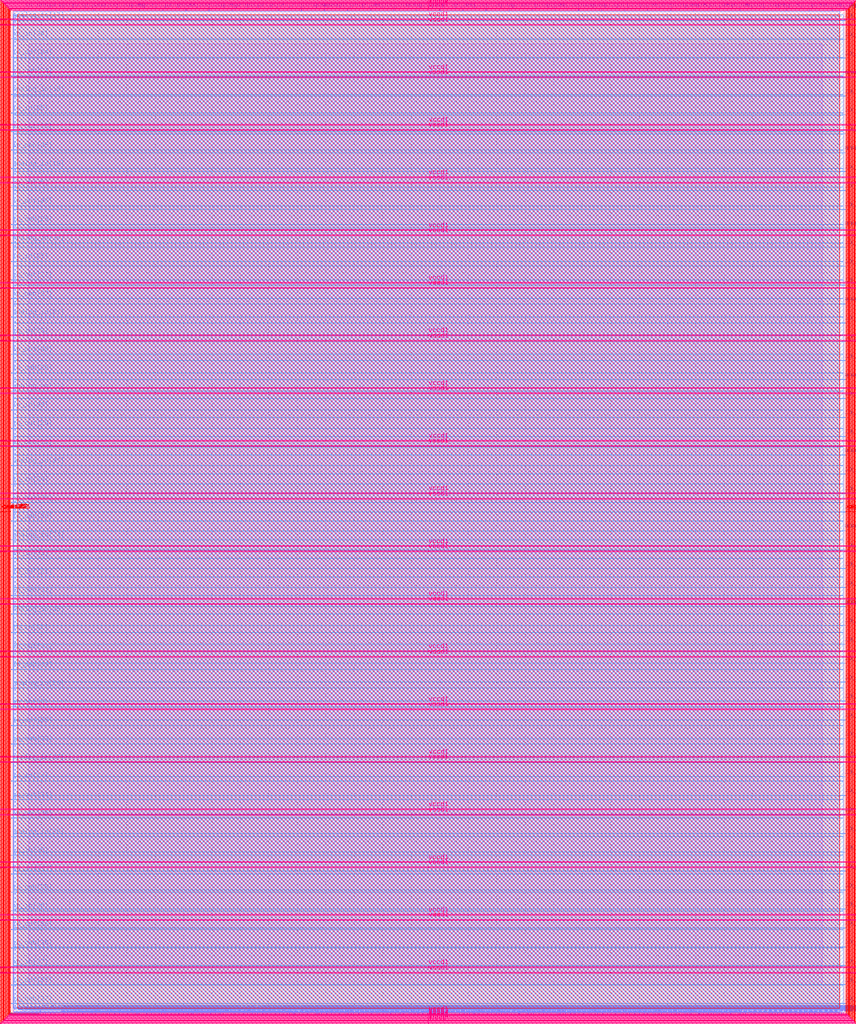
<source format=lef>
VERSION 5.7 ;
  NOWIREEXTENSIONATPIN ON ;
  DIVIDERCHAR "/" ;
  BUSBITCHARS "[]" ;
MACRO user_project_wrapper
  CLASS BLOCK ;
  FOREIGN user_project_wrapper ;
  ORIGIN 0.000 0.000 ;
  SIZE 2920.000 BY 3520.000 ;
  PIN analog_io[0]
    DIRECTION INOUT ;
    USE SIGNAL ;
    PORT
      LAYER met3 ;
        RECT 2917.600 1426.380 2924.800 1427.580 ;
    END
  END analog_io[0]
  PIN analog_io[10]
    DIRECTION INOUT ;
    USE SIGNAL ;
    PORT
      LAYER met2 ;
        RECT 2230.490 3517.600 2231.050 3524.800 ;
    END
  END analog_io[10]
  PIN analog_io[11]
    DIRECTION INOUT ;
    USE SIGNAL ;
    PORT
      LAYER met2 ;
        RECT 1905.730 3517.600 1906.290 3524.800 ;
    END
  END analog_io[11]
  PIN analog_io[12]
    DIRECTION INOUT ;
    USE SIGNAL ;
    PORT
      LAYER met2 ;
        RECT 1581.430 3517.600 1581.990 3524.800 ;
    END
  END analog_io[12]
  PIN analog_io[13]
    DIRECTION INOUT ;
    USE SIGNAL ;
    PORT
      LAYER met2 ;
        RECT 1257.130 3517.600 1257.690 3524.800 ;
    END
  END analog_io[13]
  PIN analog_io[14]
    DIRECTION INOUT ;
    USE SIGNAL ;
    PORT
      LAYER met2 ;
        RECT 932.370 3517.600 932.930 3524.800 ;
    END
  END analog_io[14]
  PIN analog_io[15]
    DIRECTION INOUT ;
    USE SIGNAL ;
    PORT
      LAYER met2 ;
        RECT 608.070 3517.600 608.630 3524.800 ;
    END
  END analog_io[15]
  PIN analog_io[16]
    DIRECTION INOUT ;
    USE SIGNAL ;
    PORT
      LAYER met2 ;
        RECT 283.770 3517.600 284.330 3524.800 ;
    END
  END analog_io[16]
  PIN analog_io[17]
    DIRECTION INOUT ;
    USE SIGNAL ;
    PORT
      LAYER met3 ;
        RECT -4.800 3486.100 2.400 3487.300 ;
    END
  END analog_io[17]
  PIN analog_io[18]
    DIRECTION INOUT ;
    USE SIGNAL ;
    PORT
      LAYER met3 ;
        RECT -4.800 3224.980 2.400 3226.180 ;
    END
  END analog_io[18]
  PIN analog_io[19]
    DIRECTION INOUT ;
    USE SIGNAL ;
    PORT
      LAYER met3 ;
        RECT -4.800 2964.540 2.400 2965.740 ;
    END
  END analog_io[19]
  PIN analog_io[1]
    DIRECTION INOUT ;
    USE SIGNAL ;
    PORT
      LAYER met3 ;
        RECT 2917.600 1692.260 2924.800 1693.460 ;
    END
  END analog_io[1]
  PIN analog_io[20]
    DIRECTION INOUT ;
    USE SIGNAL ;
    PORT
      LAYER met3 ;
        RECT -4.800 2703.420 2.400 2704.620 ;
    END
  END analog_io[20]
  PIN analog_io[21]
    DIRECTION INOUT ;
    USE SIGNAL ;
    PORT
      LAYER met3 ;
        RECT -4.800 2442.980 2.400 2444.180 ;
    END
  END analog_io[21]
  PIN analog_io[22]
    DIRECTION INOUT ;
    USE SIGNAL ;
    PORT
      LAYER met3 ;
        RECT -4.800 2182.540 2.400 2183.740 ;
    END
  END analog_io[22]
  PIN analog_io[23]
    DIRECTION INOUT ;
    USE SIGNAL ;
    PORT
      LAYER met3 ;
        RECT -4.800 1921.420 2.400 1922.620 ;
    END
  END analog_io[23]
  PIN analog_io[24]
    DIRECTION INOUT ;
    USE SIGNAL ;
    PORT
      LAYER met3 ;
        RECT -4.800 1660.980 2.400 1662.180 ;
    END
  END analog_io[24]
  PIN analog_io[25]
    DIRECTION INOUT ;
    USE SIGNAL ;
    PORT
      LAYER met3 ;
        RECT -4.800 1399.860 2.400 1401.060 ;
    END
  END analog_io[25]
  PIN analog_io[26]
    DIRECTION INOUT ;
    USE SIGNAL ;
    PORT
      LAYER met3 ;
        RECT -4.800 1139.420 2.400 1140.620 ;
    END
  END analog_io[26]
  PIN analog_io[27]
    DIRECTION INOUT ;
    USE SIGNAL ;
    PORT
      LAYER met3 ;
        RECT -4.800 878.980 2.400 880.180 ;
    END
  END analog_io[27]
  PIN analog_io[28]
    DIRECTION INOUT ;
    USE SIGNAL ;
    PORT
      LAYER met3 ;
        RECT -4.800 617.860 2.400 619.060 ;
    END
  END analog_io[28]
  PIN analog_io[2]
    DIRECTION INOUT ;
    USE SIGNAL ;
    PORT
      LAYER met3 ;
        RECT 2917.600 1958.140 2924.800 1959.340 ;
    END
  END analog_io[2]
  PIN analog_io[3]
    DIRECTION INOUT ;
    USE SIGNAL ;
    PORT
      LAYER met3 ;
        RECT 2917.600 2223.340 2924.800 2224.540 ;
    END
  END analog_io[3]
  PIN analog_io[4]
    DIRECTION INOUT ;
    USE SIGNAL ;
    PORT
      LAYER met3 ;
        RECT 2917.600 2489.220 2924.800 2490.420 ;
    END
  END analog_io[4]
  PIN analog_io[5]
    DIRECTION INOUT ;
    USE SIGNAL ;
    PORT
      LAYER met3 ;
        RECT 2917.600 2755.100 2924.800 2756.300 ;
    END
  END analog_io[5]
  PIN analog_io[6]
    DIRECTION INOUT ;
    USE SIGNAL ;
    PORT
      LAYER met3 ;
        RECT 2917.600 3020.300 2924.800 3021.500 ;
    END
  END analog_io[6]
  PIN analog_io[7]
    DIRECTION INOUT ;
    USE SIGNAL ;
    PORT
      LAYER met3 ;
        RECT 2917.600 3286.180 2924.800 3287.380 ;
    END
  END analog_io[7]
  PIN analog_io[8]
    DIRECTION INOUT ;
    USE SIGNAL ;
    PORT
      LAYER met2 ;
        RECT 2879.090 3517.600 2879.650 3524.800 ;
    END
  END analog_io[8]
  PIN analog_io[9]
    DIRECTION INOUT ;
    USE SIGNAL ;
    PORT
      LAYER met2 ;
        RECT 2554.790 3517.600 2555.350 3524.800 ;
    END
  END analog_io[9]
  PIN io_in[0]
    DIRECTION INPUT ;
    USE SIGNAL ;
    PORT
      LAYER met3 ;
        RECT 2917.600 32.380 2924.800 33.580 ;
    END
  END io_in[0]
  PIN io_in[10]
    DIRECTION INPUT ;
    USE SIGNAL ;
    PORT
      LAYER met3 ;
        RECT 2917.600 2289.980 2924.800 2291.180 ;
    END
  END io_in[10]
  PIN io_in[11]
    DIRECTION INPUT ;
    USE SIGNAL ;
    PORT
      LAYER met3 ;
        RECT 2917.600 2555.860 2924.800 2557.060 ;
    END
  END io_in[11]
  PIN io_in[12]
    DIRECTION INPUT ;
    USE SIGNAL ;
    PORT
      LAYER met3 ;
        RECT 2917.600 2821.060 2924.800 2822.260 ;
    END
  END io_in[12]
  PIN io_in[13]
    DIRECTION INPUT ;
    USE SIGNAL ;
    PORT
      LAYER met3 ;
        RECT 2917.600 3086.940 2924.800 3088.140 ;
    END
  END io_in[13]
  PIN io_in[14]
    DIRECTION INPUT ;
    USE SIGNAL ;
    PORT
      LAYER met3 ;
        RECT 2917.600 3352.820 2924.800 3354.020 ;
    END
  END io_in[14]
  PIN io_in[15]
    DIRECTION INPUT ;
    USE SIGNAL ;
    PORT
      LAYER met2 ;
        RECT 2798.130 3517.600 2798.690 3524.800 ;
    END
  END io_in[15]
  PIN io_in[16]
    DIRECTION INPUT ;
    USE SIGNAL ;
    PORT
      LAYER met2 ;
        RECT 2473.830 3517.600 2474.390 3524.800 ;
    END
  END io_in[16]
  PIN io_in[17]
    DIRECTION INPUT ;
    USE SIGNAL ;
    PORT
      LAYER met2 ;
        RECT 2149.070 3517.600 2149.630 3524.800 ;
    END
  END io_in[17]
  PIN io_in[18]
    DIRECTION INPUT ;
    USE SIGNAL ;
    PORT
      LAYER met2 ;
        RECT 1824.770 3517.600 1825.330 3524.800 ;
    END
  END io_in[18]
  PIN io_in[19]
    DIRECTION INPUT ;
    USE SIGNAL ;
    PORT
      LAYER met2 ;
        RECT 1500.470 3517.600 1501.030 3524.800 ;
    END
  END io_in[19]
  PIN io_in[1]
    DIRECTION INPUT ;
    USE SIGNAL ;
    PORT
      LAYER met3 ;
        RECT 2917.600 230.940 2924.800 232.140 ;
    END
  END io_in[1]
  PIN io_in[20]
    DIRECTION INPUT ;
    USE SIGNAL ;
    PORT
      LAYER met2 ;
        RECT 1175.710 3517.600 1176.270 3524.800 ;
    END
  END io_in[20]
  PIN io_in[21]
    DIRECTION INPUT ;
    USE SIGNAL ;
    PORT
      LAYER met2 ;
        RECT 851.410 3517.600 851.970 3524.800 ;
    END
  END io_in[21]
  PIN io_in[22]
    DIRECTION INPUT ;
    USE SIGNAL ;
    PORT
      LAYER met2 ;
        RECT 527.110 3517.600 527.670 3524.800 ;
    END
  END io_in[22]
  PIN io_in[23]
    DIRECTION INPUT ;
    USE SIGNAL ;
    PORT
      LAYER met2 ;
        RECT 202.350 3517.600 202.910 3524.800 ;
    END
  END io_in[23]
  PIN io_in[24]
    DIRECTION INPUT ;
    USE SIGNAL ;
    PORT
      LAYER met3 ;
        RECT -4.800 3420.820 2.400 3422.020 ;
    END
  END io_in[24]
  PIN io_in[25]
    DIRECTION INPUT ;
    USE SIGNAL ;
    PORT
      LAYER met3 ;
        RECT -4.800 3159.700 2.400 3160.900 ;
    END
  END io_in[25]
  PIN io_in[26]
    DIRECTION INPUT ;
    USE SIGNAL ;
    PORT
      LAYER met3 ;
        RECT -4.800 2899.260 2.400 2900.460 ;
    END
  END io_in[26]
  PIN io_in[27]
    DIRECTION INPUT ;
    USE SIGNAL ;
    PORT
      LAYER met3 ;
        RECT -4.800 2638.820 2.400 2640.020 ;
    END
  END io_in[27]
  PIN io_in[28]
    DIRECTION INPUT ;
    USE SIGNAL ;
    PORT
      LAYER met3 ;
        RECT -4.800 2377.700 2.400 2378.900 ;
    END
  END io_in[28]
  PIN io_in[29]
    DIRECTION INPUT ;
    USE SIGNAL ;
    PORT
      LAYER met3 ;
        RECT -4.800 2117.260 2.400 2118.460 ;
    END
  END io_in[29]
  PIN io_in[2]
    DIRECTION INPUT ;
    USE SIGNAL ;
    PORT
      LAYER met3 ;
        RECT 2917.600 430.180 2924.800 431.380 ;
    END
  END io_in[2]
  PIN io_in[30]
    DIRECTION INPUT ;
    USE SIGNAL ;
    PORT
      LAYER met3 ;
        RECT -4.800 1856.140 2.400 1857.340 ;
    END
  END io_in[30]
  PIN io_in[31]
    DIRECTION INPUT ;
    USE SIGNAL ;
    PORT
      LAYER met3 ;
        RECT -4.800 1595.700 2.400 1596.900 ;
    END
  END io_in[31]
  PIN io_in[32]
    DIRECTION INPUT ;
    USE SIGNAL ;
    PORT
      LAYER met3 ;
        RECT -4.800 1335.260 2.400 1336.460 ;
    END
  END io_in[32]
  PIN io_in[33]
    DIRECTION INPUT ;
    USE SIGNAL ;
    PORT
      LAYER met3 ;
        RECT -4.800 1074.140 2.400 1075.340 ;
    END
  END io_in[33]
  PIN io_in[34]
    DIRECTION INPUT ;
    USE SIGNAL ;
    PORT
      LAYER met3 ;
        RECT -4.800 813.700 2.400 814.900 ;
    END
  END io_in[34]
  PIN io_in[35]
    DIRECTION INPUT ;
    USE SIGNAL ;
    PORT
      LAYER met3 ;
        RECT -4.800 552.580 2.400 553.780 ;
    END
  END io_in[35]
  PIN io_in[36]
    DIRECTION INPUT ;
    USE SIGNAL ;
    PORT
      LAYER met3 ;
        RECT -4.800 357.420 2.400 358.620 ;
    END
  END io_in[36]
  PIN io_in[37]
    DIRECTION INPUT ;
    USE SIGNAL ;
    PORT
      LAYER met3 ;
        RECT -4.800 161.580 2.400 162.780 ;
    END
  END io_in[37]
  PIN io_in[3]
    DIRECTION INPUT ;
    USE SIGNAL ;
    PORT
      LAYER met3 ;
        RECT 2917.600 629.420 2924.800 630.620 ;
    END
  END io_in[3]
  PIN io_in[4]
    DIRECTION INPUT ;
    USE SIGNAL ;
    PORT
      LAYER met3 ;
        RECT 2917.600 828.660 2924.800 829.860 ;
    END
  END io_in[4]
  PIN io_in[5]
    DIRECTION INPUT ;
    USE SIGNAL ;
    PORT
      LAYER met3 ;
        RECT 2917.600 1027.900 2924.800 1029.100 ;
    END
  END io_in[5]
  PIN io_in[6]
    DIRECTION INPUT ;
    USE SIGNAL ;
    PORT
      LAYER met3 ;
        RECT 2917.600 1227.140 2924.800 1228.340 ;
    END
  END io_in[6]
  PIN io_in[7]
    DIRECTION INPUT ;
    USE SIGNAL ;
    PORT
      LAYER met3 ;
        RECT 2917.600 1493.020 2924.800 1494.220 ;
    END
  END io_in[7]
  PIN io_in[8]
    DIRECTION INPUT ;
    USE SIGNAL ;
    PORT
      LAYER met3 ;
        RECT 2917.600 1758.900 2924.800 1760.100 ;
    END
  END io_in[8]
  PIN io_in[9]
    DIRECTION INPUT ;
    USE SIGNAL ;
    PORT
      LAYER met3 ;
        RECT 2917.600 2024.100 2924.800 2025.300 ;
    END
  END io_in[9]
  PIN io_oeb[0]
    DIRECTION OUTPUT TRISTATE ;
    USE SIGNAL ;
    PORT
      LAYER met3 ;
        RECT 2917.600 164.980 2924.800 166.180 ;
    END
  END io_oeb[0]
  PIN io_oeb[10]
    DIRECTION OUTPUT TRISTATE ;
    USE SIGNAL ;
    PORT
      LAYER met3 ;
        RECT 2917.600 2422.580 2924.800 2423.780 ;
    END
  END io_oeb[10]
  PIN io_oeb[11]
    DIRECTION OUTPUT TRISTATE ;
    USE SIGNAL ;
    PORT
      LAYER met3 ;
        RECT 2917.600 2688.460 2924.800 2689.660 ;
    END
  END io_oeb[11]
  PIN io_oeb[12]
    DIRECTION OUTPUT TRISTATE ;
    USE SIGNAL ;
    PORT
      LAYER met3 ;
        RECT 2917.600 2954.340 2924.800 2955.540 ;
    END
  END io_oeb[12]
  PIN io_oeb[13]
    DIRECTION OUTPUT TRISTATE ;
    USE SIGNAL ;
    PORT
      LAYER met3 ;
        RECT 2917.600 3219.540 2924.800 3220.740 ;
    END
  END io_oeb[13]
  PIN io_oeb[14]
    DIRECTION OUTPUT TRISTATE ;
    USE SIGNAL ;
    PORT
      LAYER met3 ;
        RECT 2917.600 3485.420 2924.800 3486.620 ;
    END
  END io_oeb[14]
  PIN io_oeb[15]
    DIRECTION OUTPUT TRISTATE ;
    USE SIGNAL ;
    PORT
      LAYER met2 ;
        RECT 2635.750 3517.600 2636.310 3524.800 ;
    END
  END io_oeb[15]
  PIN io_oeb[16]
    DIRECTION OUTPUT TRISTATE ;
    USE SIGNAL ;
    PORT
      LAYER met2 ;
        RECT 2311.450 3517.600 2312.010 3524.800 ;
    END
  END io_oeb[16]
  PIN io_oeb[17]
    DIRECTION OUTPUT TRISTATE ;
    USE SIGNAL ;
    PORT
      LAYER met2 ;
        RECT 1987.150 3517.600 1987.710 3524.800 ;
    END
  END io_oeb[17]
  PIN io_oeb[18]
    DIRECTION OUTPUT TRISTATE ;
    USE SIGNAL ;
    PORT
      LAYER met2 ;
        RECT 1662.390 3517.600 1662.950 3524.800 ;
    END
  END io_oeb[18]
  PIN io_oeb[19]
    DIRECTION OUTPUT TRISTATE ;
    USE SIGNAL ;
    PORT
      LAYER met2 ;
        RECT 1338.090 3517.600 1338.650 3524.800 ;
    END
  END io_oeb[19]
  PIN io_oeb[1]
    DIRECTION OUTPUT TRISTATE ;
    USE SIGNAL ;
    PORT
      LAYER met3 ;
        RECT 2917.600 364.220 2924.800 365.420 ;
    END
  END io_oeb[1]
  PIN io_oeb[20]
    DIRECTION OUTPUT TRISTATE ;
    USE SIGNAL ;
    PORT
      LAYER met2 ;
        RECT 1013.790 3517.600 1014.350 3524.800 ;
    END
  END io_oeb[20]
  PIN io_oeb[21]
    DIRECTION OUTPUT TRISTATE ;
    USE SIGNAL ;
    PORT
      LAYER met2 ;
        RECT 689.030 3517.600 689.590 3524.800 ;
    END
  END io_oeb[21]
  PIN io_oeb[22]
    DIRECTION OUTPUT TRISTATE ;
    USE SIGNAL ;
    PORT
      LAYER met2 ;
        RECT 364.730 3517.600 365.290 3524.800 ;
    END
  END io_oeb[22]
  PIN io_oeb[23]
    DIRECTION OUTPUT TRISTATE ;
    USE SIGNAL ;
    PORT
      LAYER met2 ;
        RECT 40.430 3517.600 40.990 3524.800 ;
    END
  END io_oeb[23]
  PIN io_oeb[24]
    DIRECTION OUTPUT TRISTATE ;
    USE SIGNAL ;
    PORT
      LAYER met3 ;
        RECT -4.800 3290.260 2.400 3291.460 ;
    END
  END io_oeb[24]
  PIN io_oeb[25]
    DIRECTION OUTPUT TRISTATE ;
    USE SIGNAL ;
    PORT
      LAYER met3 ;
        RECT -4.800 3029.820 2.400 3031.020 ;
    END
  END io_oeb[25]
  PIN io_oeb[26]
    DIRECTION OUTPUT TRISTATE ;
    USE SIGNAL ;
    PORT
      LAYER met3 ;
        RECT -4.800 2768.700 2.400 2769.900 ;
    END
  END io_oeb[26]
  PIN io_oeb[27]
    DIRECTION OUTPUT TRISTATE ;
    USE SIGNAL ;
    PORT
      LAYER met3 ;
        RECT -4.800 2508.260 2.400 2509.460 ;
    END
  END io_oeb[27]
  PIN io_oeb[28]
    DIRECTION OUTPUT TRISTATE ;
    USE SIGNAL ;
    PORT
      LAYER met3 ;
        RECT -4.800 2247.140 2.400 2248.340 ;
    END
  END io_oeb[28]
  PIN io_oeb[29]
    DIRECTION OUTPUT TRISTATE ;
    USE SIGNAL ;
    PORT
      LAYER met3 ;
        RECT -4.800 1986.700 2.400 1987.900 ;
    END
  END io_oeb[29]
  PIN io_oeb[2]
    DIRECTION OUTPUT TRISTATE ;
    USE SIGNAL ;
    PORT
      LAYER met3 ;
        RECT 2917.600 563.460 2924.800 564.660 ;
    END
  END io_oeb[2]
  PIN io_oeb[30]
    DIRECTION OUTPUT TRISTATE ;
    USE SIGNAL ;
    PORT
      LAYER met3 ;
        RECT -4.800 1726.260 2.400 1727.460 ;
    END
  END io_oeb[30]
  PIN io_oeb[31]
    DIRECTION OUTPUT TRISTATE ;
    USE SIGNAL ;
    PORT
      LAYER met3 ;
        RECT -4.800 1465.140 2.400 1466.340 ;
    END
  END io_oeb[31]
  PIN io_oeb[32]
    DIRECTION OUTPUT TRISTATE ;
    USE SIGNAL ;
    PORT
      LAYER met3 ;
        RECT -4.800 1204.700 2.400 1205.900 ;
    END
  END io_oeb[32]
  PIN io_oeb[33]
    DIRECTION OUTPUT TRISTATE ;
    USE SIGNAL ;
    PORT
      LAYER met3 ;
        RECT -4.800 943.580 2.400 944.780 ;
    END
  END io_oeb[33]
  PIN io_oeb[34]
    DIRECTION OUTPUT TRISTATE ;
    USE SIGNAL ;
    PORT
      LAYER met3 ;
        RECT -4.800 683.140 2.400 684.340 ;
    END
  END io_oeb[34]
  PIN io_oeb[35]
    DIRECTION OUTPUT TRISTATE ;
    USE SIGNAL ;
    PORT
      LAYER met3 ;
        RECT -4.800 422.700 2.400 423.900 ;
    END
  END io_oeb[35]
  PIN io_oeb[36]
    DIRECTION OUTPUT TRISTATE ;
    USE SIGNAL ;
    PORT
      LAYER met3 ;
        RECT -4.800 226.860 2.400 228.060 ;
    END
  END io_oeb[36]
  PIN io_oeb[37]
    DIRECTION OUTPUT TRISTATE ;
    USE SIGNAL ;
    PORT
      LAYER met3 ;
        RECT -4.800 31.700 2.400 32.900 ;
    END
  END io_oeb[37]
  PIN io_oeb[3]
    DIRECTION OUTPUT TRISTATE ;
    USE SIGNAL ;
    PORT
      LAYER met3 ;
        RECT 2917.600 762.700 2924.800 763.900 ;
    END
  END io_oeb[3]
  PIN io_oeb[4]
    DIRECTION OUTPUT TRISTATE ;
    USE SIGNAL ;
    PORT
      LAYER met3 ;
        RECT 2917.600 961.940 2924.800 963.140 ;
    END
  END io_oeb[4]
  PIN io_oeb[5]
    DIRECTION OUTPUT TRISTATE ;
    USE SIGNAL ;
    PORT
      LAYER met3 ;
        RECT 2917.600 1161.180 2924.800 1162.380 ;
    END
  END io_oeb[5]
  PIN io_oeb[6]
    DIRECTION OUTPUT TRISTATE ;
    USE SIGNAL ;
    PORT
      LAYER met3 ;
        RECT 2917.600 1360.420 2924.800 1361.620 ;
    END
  END io_oeb[6]
  PIN io_oeb[7]
    DIRECTION OUTPUT TRISTATE ;
    USE SIGNAL ;
    PORT
      LAYER met3 ;
        RECT 2917.600 1625.620 2924.800 1626.820 ;
    END
  END io_oeb[7]
  PIN io_oeb[8]
    DIRECTION OUTPUT TRISTATE ;
    USE SIGNAL ;
    PORT
      LAYER met3 ;
        RECT 2917.600 1891.500 2924.800 1892.700 ;
    END
  END io_oeb[8]
  PIN io_oeb[9]
    DIRECTION OUTPUT TRISTATE ;
    USE SIGNAL ;
    PORT
      LAYER met3 ;
        RECT 2917.600 2157.380 2924.800 2158.580 ;
    END
  END io_oeb[9]
  PIN io_out[0]
    DIRECTION OUTPUT TRISTATE ;
    USE SIGNAL ;
    PORT
      LAYER met3 ;
        RECT 2917.600 98.340 2924.800 99.540 ;
    END
  END io_out[0]
  PIN io_out[10]
    DIRECTION OUTPUT TRISTATE ;
    USE SIGNAL ;
    PORT
      LAYER met3 ;
        RECT 2917.600 2356.620 2924.800 2357.820 ;
    END
  END io_out[10]
  PIN io_out[11]
    DIRECTION OUTPUT TRISTATE ;
    USE SIGNAL ;
    PORT
      LAYER met3 ;
        RECT 2917.600 2621.820 2924.800 2623.020 ;
    END
  END io_out[11]
  PIN io_out[12]
    DIRECTION OUTPUT TRISTATE ;
    USE SIGNAL ;
    PORT
      LAYER met3 ;
        RECT 2917.600 2887.700 2924.800 2888.900 ;
    END
  END io_out[12]
  PIN io_out[13]
    DIRECTION OUTPUT TRISTATE ;
    USE SIGNAL ;
    PORT
      LAYER met3 ;
        RECT 2917.600 3153.580 2924.800 3154.780 ;
    END
  END io_out[13]
  PIN io_out[14]
    DIRECTION OUTPUT TRISTATE ;
    USE SIGNAL ;
    PORT
      LAYER met3 ;
        RECT 2917.600 3418.780 2924.800 3419.980 ;
    END
  END io_out[14]
  PIN io_out[15]
    DIRECTION OUTPUT TRISTATE ;
    USE SIGNAL ;
    PORT
      LAYER met2 ;
        RECT 2717.170 3517.600 2717.730 3524.800 ;
    END
  END io_out[15]
  PIN io_out[16]
    DIRECTION OUTPUT TRISTATE ;
    USE SIGNAL ;
    PORT
      LAYER met2 ;
        RECT 2392.410 3517.600 2392.970 3524.800 ;
    END
  END io_out[16]
  PIN io_out[17]
    DIRECTION OUTPUT TRISTATE ;
    USE SIGNAL ;
    PORT
      LAYER met2 ;
        RECT 2068.110 3517.600 2068.670 3524.800 ;
    END
  END io_out[17]
  PIN io_out[18]
    DIRECTION OUTPUT TRISTATE ;
    USE SIGNAL ;
    PORT
      LAYER met2 ;
        RECT 1743.810 3517.600 1744.370 3524.800 ;
    END
  END io_out[18]
  PIN io_out[19]
    DIRECTION OUTPUT TRISTATE ;
    USE SIGNAL ;
    PORT
      LAYER met2 ;
        RECT 1419.050 3517.600 1419.610 3524.800 ;
    END
  END io_out[19]
  PIN io_out[1]
    DIRECTION OUTPUT TRISTATE ;
    USE SIGNAL ;
    PORT
      LAYER met3 ;
        RECT 2917.600 297.580 2924.800 298.780 ;
    END
  END io_out[1]
  PIN io_out[20]
    DIRECTION OUTPUT TRISTATE ;
    USE SIGNAL ;
    PORT
      LAYER met2 ;
        RECT 1094.750 3517.600 1095.310 3524.800 ;
    END
  END io_out[20]
  PIN io_out[21]
    DIRECTION OUTPUT TRISTATE ;
    USE SIGNAL ;
    PORT
      LAYER met2 ;
        RECT 770.450 3517.600 771.010 3524.800 ;
    END
  END io_out[21]
  PIN io_out[22]
    DIRECTION OUTPUT TRISTATE ;
    USE SIGNAL ;
    PORT
      LAYER met2 ;
        RECT 445.690 3517.600 446.250 3524.800 ;
    END
  END io_out[22]
  PIN io_out[23]
    DIRECTION OUTPUT TRISTATE ;
    USE SIGNAL ;
    PORT
      LAYER met2 ;
        RECT 121.390 3517.600 121.950 3524.800 ;
    END
  END io_out[23]
  PIN io_out[24]
    DIRECTION OUTPUT TRISTATE ;
    USE SIGNAL ;
    PORT
      LAYER met3 ;
        RECT -4.800 3355.540 2.400 3356.740 ;
    END
  END io_out[24]
  PIN io_out[25]
    DIRECTION OUTPUT TRISTATE ;
    USE SIGNAL ;
    PORT
      LAYER met3 ;
        RECT -4.800 3095.100 2.400 3096.300 ;
    END
  END io_out[25]
  PIN io_out[26]
    DIRECTION OUTPUT TRISTATE ;
    USE SIGNAL ;
    PORT
      LAYER met3 ;
        RECT -4.800 2833.980 2.400 2835.180 ;
    END
  END io_out[26]
  PIN io_out[27]
    DIRECTION OUTPUT TRISTATE ;
    USE SIGNAL ;
    PORT
      LAYER met3 ;
        RECT -4.800 2573.540 2.400 2574.740 ;
    END
  END io_out[27]
  PIN io_out[28]
    DIRECTION OUTPUT TRISTATE ;
    USE SIGNAL ;
    PORT
      LAYER met3 ;
        RECT -4.800 2312.420 2.400 2313.620 ;
    END
  END io_out[28]
  PIN io_out[29]
    DIRECTION OUTPUT TRISTATE ;
    USE SIGNAL ;
    PORT
      LAYER met3 ;
        RECT -4.800 2051.980 2.400 2053.180 ;
    END
  END io_out[29]
  PIN io_out[2]
    DIRECTION OUTPUT TRISTATE ;
    USE SIGNAL ;
    PORT
      LAYER met3 ;
        RECT 2917.600 496.820 2924.800 498.020 ;
    END
  END io_out[2]
  PIN io_out[30]
    DIRECTION OUTPUT TRISTATE ;
    USE SIGNAL ;
    PORT
      LAYER met3 ;
        RECT -4.800 1791.540 2.400 1792.740 ;
    END
  END io_out[30]
  PIN io_out[31]
    DIRECTION OUTPUT TRISTATE ;
    USE SIGNAL ;
    PORT
      LAYER met3 ;
        RECT -4.800 1530.420 2.400 1531.620 ;
    END
  END io_out[31]
  PIN io_out[32]
    DIRECTION OUTPUT TRISTATE ;
    USE SIGNAL ;
    PORT
      LAYER met3 ;
        RECT -4.800 1269.980 2.400 1271.180 ;
    END
  END io_out[32]
  PIN io_out[33]
    DIRECTION OUTPUT TRISTATE ;
    USE SIGNAL ;
    PORT
      LAYER met3 ;
        RECT -4.800 1008.860 2.400 1010.060 ;
    END
  END io_out[33]
  PIN io_out[34]
    DIRECTION OUTPUT TRISTATE ;
    USE SIGNAL ;
    PORT
      LAYER met3 ;
        RECT -4.800 748.420 2.400 749.620 ;
    END
  END io_out[34]
  PIN io_out[35]
    DIRECTION OUTPUT TRISTATE ;
    USE SIGNAL ;
    PORT
      LAYER met3 ;
        RECT -4.800 487.300 2.400 488.500 ;
    END
  END io_out[35]
  PIN io_out[36]
    DIRECTION OUTPUT TRISTATE ;
    USE SIGNAL ;
    PORT
      LAYER met3 ;
        RECT -4.800 292.140 2.400 293.340 ;
    END
  END io_out[36]
  PIN io_out[37]
    DIRECTION OUTPUT TRISTATE ;
    USE SIGNAL ;
    PORT
      LAYER met3 ;
        RECT -4.800 96.300 2.400 97.500 ;
    END
  END io_out[37]
  PIN io_out[3]
    DIRECTION OUTPUT TRISTATE ;
    USE SIGNAL ;
    PORT
      LAYER met3 ;
        RECT 2917.600 696.060 2924.800 697.260 ;
    END
  END io_out[3]
  PIN io_out[4]
    DIRECTION OUTPUT TRISTATE ;
    USE SIGNAL ;
    PORT
      LAYER met3 ;
        RECT 2917.600 895.300 2924.800 896.500 ;
    END
  END io_out[4]
  PIN io_out[5]
    DIRECTION OUTPUT TRISTATE ;
    USE SIGNAL ;
    PORT
      LAYER met3 ;
        RECT 2917.600 1094.540 2924.800 1095.740 ;
    END
  END io_out[5]
  PIN io_out[6]
    DIRECTION OUTPUT TRISTATE ;
    USE SIGNAL ;
    PORT
      LAYER met3 ;
        RECT 2917.600 1293.780 2924.800 1294.980 ;
    END
  END io_out[6]
  PIN io_out[7]
    DIRECTION OUTPUT TRISTATE ;
    USE SIGNAL ;
    PORT
      LAYER met3 ;
        RECT 2917.600 1559.660 2924.800 1560.860 ;
    END
  END io_out[7]
  PIN io_out[8]
    DIRECTION OUTPUT TRISTATE ;
    USE SIGNAL ;
    PORT
      LAYER met3 ;
        RECT 2917.600 1824.860 2924.800 1826.060 ;
    END
  END io_out[8]
  PIN io_out[9]
    DIRECTION OUTPUT TRISTATE ;
    USE SIGNAL ;
    PORT
      LAYER met3 ;
        RECT 2917.600 2090.740 2924.800 2091.940 ;
    END
  END io_out[9]
  PIN la_data_in[0]
    DIRECTION INPUT ;
    USE SIGNAL ;
    PORT
      LAYER met2 ;
        RECT 629.230 -4.800 629.790 2.400 ;
    END
  END la_data_in[0]
  PIN la_data_in[100]
    DIRECTION INPUT ;
    USE SIGNAL ;
    PORT
      LAYER met2 ;
        RECT 2402.530 -4.800 2403.090 2.400 ;
    END
  END la_data_in[100]
  PIN la_data_in[101]
    DIRECTION INPUT ;
    USE SIGNAL ;
    PORT
      LAYER met2 ;
        RECT 2420.010 -4.800 2420.570 2.400 ;
    END
  END la_data_in[101]
  PIN la_data_in[102]
    DIRECTION INPUT ;
    USE SIGNAL ;
    PORT
      LAYER met2 ;
        RECT 2437.950 -4.800 2438.510 2.400 ;
    END
  END la_data_in[102]
  PIN la_data_in[103]
    DIRECTION INPUT ;
    USE SIGNAL ;
    PORT
      LAYER met2 ;
        RECT 2455.430 -4.800 2455.990 2.400 ;
    END
  END la_data_in[103]
  PIN la_data_in[104]
    DIRECTION INPUT ;
    USE SIGNAL ;
    PORT
      LAYER met2 ;
        RECT 2473.370 -4.800 2473.930 2.400 ;
    END
  END la_data_in[104]
  PIN la_data_in[105]
    DIRECTION INPUT ;
    USE SIGNAL ;
    PORT
      LAYER met2 ;
        RECT 2490.850 -4.800 2491.410 2.400 ;
    END
  END la_data_in[105]
  PIN la_data_in[106]
    DIRECTION INPUT ;
    USE SIGNAL ;
    PORT
      LAYER met2 ;
        RECT 2508.790 -4.800 2509.350 2.400 ;
    END
  END la_data_in[106]
  PIN la_data_in[107]
    DIRECTION INPUT ;
    USE SIGNAL ;
    PORT
      LAYER met2 ;
        RECT 2526.730 -4.800 2527.290 2.400 ;
    END
  END la_data_in[107]
  PIN la_data_in[108]
    DIRECTION INPUT ;
    USE SIGNAL ;
    PORT
      LAYER met2 ;
        RECT 2544.210 -4.800 2544.770 2.400 ;
    END
  END la_data_in[108]
  PIN la_data_in[109]
    DIRECTION INPUT ;
    USE SIGNAL ;
    PORT
      LAYER met2 ;
        RECT 2562.150 -4.800 2562.710 2.400 ;
    END
  END la_data_in[109]
  PIN la_data_in[10]
    DIRECTION INPUT ;
    USE SIGNAL ;
    PORT
      LAYER met2 ;
        RECT 806.330 -4.800 806.890 2.400 ;
    END
  END la_data_in[10]
  PIN la_data_in[110]
    DIRECTION INPUT ;
    USE SIGNAL ;
    PORT
      LAYER met2 ;
        RECT 2579.630 -4.800 2580.190 2.400 ;
    END
  END la_data_in[110]
  PIN la_data_in[111]
    DIRECTION INPUT ;
    USE SIGNAL ;
    PORT
      LAYER met2 ;
        RECT 2597.570 -4.800 2598.130 2.400 ;
    END
  END la_data_in[111]
  PIN la_data_in[112]
    DIRECTION INPUT ;
    USE SIGNAL ;
    PORT
      LAYER met2 ;
        RECT 2615.050 -4.800 2615.610 2.400 ;
    END
  END la_data_in[112]
  PIN la_data_in[113]
    DIRECTION INPUT ;
    USE SIGNAL ;
    PORT
      LAYER met2 ;
        RECT 2632.990 -4.800 2633.550 2.400 ;
    END
  END la_data_in[113]
  PIN la_data_in[114]
    DIRECTION INPUT ;
    USE SIGNAL ;
    PORT
      LAYER met2 ;
        RECT 2650.470 -4.800 2651.030 2.400 ;
    END
  END la_data_in[114]
  PIN la_data_in[115]
    DIRECTION INPUT ;
    USE SIGNAL ;
    PORT
      LAYER met2 ;
        RECT 2668.410 -4.800 2668.970 2.400 ;
    END
  END la_data_in[115]
  PIN la_data_in[116]
    DIRECTION INPUT ;
    USE SIGNAL ;
    PORT
      LAYER met2 ;
        RECT 2685.890 -4.800 2686.450 2.400 ;
    END
  END la_data_in[116]
  PIN la_data_in[117]
    DIRECTION INPUT ;
    USE SIGNAL ;
    PORT
      LAYER met2 ;
        RECT 2703.830 -4.800 2704.390 2.400 ;
    END
  END la_data_in[117]
  PIN la_data_in[118]
    DIRECTION INPUT ;
    USE SIGNAL ;
    PORT
      LAYER met2 ;
        RECT 2721.770 -4.800 2722.330 2.400 ;
    END
  END la_data_in[118]
  PIN la_data_in[119]
    DIRECTION INPUT ;
    USE SIGNAL ;
    PORT
      LAYER met2 ;
        RECT 2739.250 -4.800 2739.810 2.400 ;
    END
  END la_data_in[119]
  PIN la_data_in[11]
    DIRECTION INPUT ;
    USE SIGNAL ;
    PORT
      LAYER met2 ;
        RECT 824.270 -4.800 824.830 2.400 ;
    END
  END la_data_in[11]
  PIN la_data_in[120]
    DIRECTION INPUT ;
    USE SIGNAL ;
    PORT
      LAYER met2 ;
        RECT 2757.190 -4.800 2757.750 2.400 ;
    END
  END la_data_in[120]
  PIN la_data_in[121]
    DIRECTION INPUT ;
    USE SIGNAL ;
    PORT
      LAYER met2 ;
        RECT 2774.670 -4.800 2775.230 2.400 ;
    END
  END la_data_in[121]
  PIN la_data_in[122]
    DIRECTION INPUT ;
    USE SIGNAL ;
    PORT
      LAYER met2 ;
        RECT 2792.610 -4.800 2793.170 2.400 ;
    END
  END la_data_in[122]
  PIN la_data_in[123]
    DIRECTION INPUT ;
    USE SIGNAL ;
    PORT
      LAYER met2 ;
        RECT 2810.090 -4.800 2810.650 2.400 ;
    END
  END la_data_in[123]
  PIN la_data_in[124]
    DIRECTION INPUT ;
    USE SIGNAL ;
    PORT
      LAYER met2 ;
        RECT 2828.030 -4.800 2828.590 2.400 ;
    END
  END la_data_in[124]
  PIN la_data_in[125]
    DIRECTION INPUT ;
    USE SIGNAL ;
    PORT
      LAYER met2 ;
        RECT 2845.510 -4.800 2846.070 2.400 ;
    END
  END la_data_in[125]
  PIN la_data_in[126]
    DIRECTION INPUT ;
    USE SIGNAL ;
    PORT
      LAYER met2 ;
        RECT 2863.450 -4.800 2864.010 2.400 ;
    END
  END la_data_in[126]
  PIN la_data_in[127]
    DIRECTION INPUT ;
    USE SIGNAL ;
    PORT
      LAYER met2 ;
        RECT 2881.390 -4.800 2881.950 2.400 ;
    END
  END la_data_in[127]
  PIN la_data_in[12]
    DIRECTION INPUT ;
    USE SIGNAL ;
    PORT
      LAYER met2 ;
        RECT 841.750 -4.800 842.310 2.400 ;
    END
  END la_data_in[12]
  PIN la_data_in[13]
    DIRECTION INPUT ;
    USE SIGNAL ;
    PORT
      LAYER met2 ;
        RECT 859.690 -4.800 860.250 2.400 ;
    END
  END la_data_in[13]
  PIN la_data_in[14]
    DIRECTION INPUT ;
    USE SIGNAL ;
    PORT
      LAYER met2 ;
        RECT 877.170 -4.800 877.730 2.400 ;
    END
  END la_data_in[14]
  PIN la_data_in[15]
    DIRECTION INPUT ;
    USE SIGNAL ;
    PORT
      LAYER met2 ;
        RECT 895.110 -4.800 895.670 2.400 ;
    END
  END la_data_in[15]
  PIN la_data_in[16]
    DIRECTION INPUT ;
    USE SIGNAL ;
    PORT
      LAYER met2 ;
        RECT 912.590 -4.800 913.150 2.400 ;
    END
  END la_data_in[16]
  PIN la_data_in[17]
    DIRECTION INPUT ;
    USE SIGNAL ;
    PORT
      LAYER met2 ;
        RECT 930.530 -4.800 931.090 2.400 ;
    END
  END la_data_in[17]
  PIN la_data_in[18]
    DIRECTION INPUT ;
    USE SIGNAL ;
    PORT
      LAYER met2 ;
        RECT 948.470 -4.800 949.030 2.400 ;
    END
  END la_data_in[18]
  PIN la_data_in[19]
    DIRECTION INPUT ;
    USE SIGNAL ;
    PORT
      LAYER met2 ;
        RECT 965.950 -4.800 966.510 2.400 ;
    END
  END la_data_in[19]
  PIN la_data_in[1]
    DIRECTION INPUT ;
    USE SIGNAL ;
    PORT
      LAYER met2 ;
        RECT 646.710 -4.800 647.270 2.400 ;
    END
  END la_data_in[1]
  PIN la_data_in[20]
    DIRECTION INPUT ;
    USE SIGNAL ;
    PORT
      LAYER met2 ;
        RECT 983.890 -4.800 984.450 2.400 ;
    END
  END la_data_in[20]
  PIN la_data_in[21]
    DIRECTION INPUT ;
    USE SIGNAL ;
    PORT
      LAYER met2 ;
        RECT 1001.370 -4.800 1001.930 2.400 ;
    END
  END la_data_in[21]
  PIN la_data_in[22]
    DIRECTION INPUT ;
    USE SIGNAL ;
    PORT
      LAYER met2 ;
        RECT 1019.310 -4.800 1019.870 2.400 ;
    END
  END la_data_in[22]
  PIN la_data_in[23]
    DIRECTION INPUT ;
    USE SIGNAL ;
    PORT
      LAYER met2 ;
        RECT 1036.790 -4.800 1037.350 2.400 ;
    END
  END la_data_in[23]
  PIN la_data_in[24]
    DIRECTION INPUT ;
    USE SIGNAL ;
    PORT
      LAYER met2 ;
        RECT 1054.730 -4.800 1055.290 2.400 ;
    END
  END la_data_in[24]
  PIN la_data_in[25]
    DIRECTION INPUT ;
    USE SIGNAL ;
    PORT
      LAYER met2 ;
        RECT 1072.210 -4.800 1072.770 2.400 ;
    END
  END la_data_in[25]
  PIN la_data_in[26]
    DIRECTION INPUT ;
    USE SIGNAL ;
    PORT
      LAYER met2 ;
        RECT 1090.150 -4.800 1090.710 2.400 ;
    END
  END la_data_in[26]
  PIN la_data_in[27]
    DIRECTION INPUT ;
    USE SIGNAL ;
    PORT
      LAYER met2 ;
        RECT 1107.630 -4.800 1108.190 2.400 ;
    END
  END la_data_in[27]
  PIN la_data_in[28]
    DIRECTION INPUT ;
    USE SIGNAL ;
    PORT
      LAYER met2 ;
        RECT 1125.570 -4.800 1126.130 2.400 ;
    END
  END la_data_in[28]
  PIN la_data_in[29]
    DIRECTION INPUT ;
    USE SIGNAL ;
    PORT
      LAYER met2 ;
        RECT 1143.510 -4.800 1144.070 2.400 ;
    END
  END la_data_in[29]
  PIN la_data_in[2]
    DIRECTION INPUT ;
    USE SIGNAL ;
    PORT
      LAYER met2 ;
        RECT 664.650 -4.800 665.210 2.400 ;
    END
  END la_data_in[2]
  PIN la_data_in[30]
    DIRECTION INPUT ;
    USE SIGNAL ;
    PORT
      LAYER met2 ;
        RECT 1160.990 -4.800 1161.550 2.400 ;
    END
  END la_data_in[30]
  PIN la_data_in[31]
    DIRECTION INPUT ;
    USE SIGNAL ;
    PORT
      LAYER met2 ;
        RECT 1178.930 -4.800 1179.490 2.400 ;
    END
  END la_data_in[31]
  PIN la_data_in[32]
    DIRECTION INPUT ;
    USE SIGNAL ;
    PORT
      LAYER met2 ;
        RECT 1196.410 -4.800 1196.970 2.400 ;
    END
  END la_data_in[32]
  PIN la_data_in[33]
    DIRECTION INPUT ;
    USE SIGNAL ;
    PORT
      LAYER met2 ;
        RECT 1214.350 -4.800 1214.910 2.400 ;
    END
  END la_data_in[33]
  PIN la_data_in[34]
    DIRECTION INPUT ;
    USE SIGNAL ;
    PORT
      LAYER met2 ;
        RECT 1231.830 -4.800 1232.390 2.400 ;
    END
  END la_data_in[34]
  PIN la_data_in[35]
    DIRECTION INPUT ;
    USE SIGNAL ;
    PORT
      LAYER met2 ;
        RECT 1249.770 -4.800 1250.330 2.400 ;
    END
  END la_data_in[35]
  PIN la_data_in[36]
    DIRECTION INPUT ;
    USE SIGNAL ;
    PORT
      LAYER met2 ;
        RECT 1267.250 -4.800 1267.810 2.400 ;
    END
  END la_data_in[36]
  PIN la_data_in[37]
    DIRECTION INPUT ;
    USE SIGNAL ;
    PORT
      LAYER met2 ;
        RECT 1285.190 -4.800 1285.750 2.400 ;
    END
  END la_data_in[37]
  PIN la_data_in[38]
    DIRECTION INPUT ;
    USE SIGNAL ;
    PORT
      LAYER met2 ;
        RECT 1303.130 -4.800 1303.690 2.400 ;
    END
  END la_data_in[38]
  PIN la_data_in[39]
    DIRECTION INPUT ;
    USE SIGNAL ;
    PORT
      LAYER met2 ;
        RECT 1320.610 -4.800 1321.170 2.400 ;
    END
  END la_data_in[39]
  PIN la_data_in[3]
    DIRECTION INPUT ;
    USE SIGNAL ;
    PORT
      LAYER met2 ;
        RECT 682.130 -4.800 682.690 2.400 ;
    END
  END la_data_in[3]
  PIN la_data_in[40]
    DIRECTION INPUT ;
    USE SIGNAL ;
    PORT
      LAYER met2 ;
        RECT 1338.550 -4.800 1339.110 2.400 ;
    END
  END la_data_in[40]
  PIN la_data_in[41]
    DIRECTION INPUT ;
    USE SIGNAL ;
    PORT
      LAYER met2 ;
        RECT 1356.030 -4.800 1356.590 2.400 ;
    END
  END la_data_in[41]
  PIN la_data_in[42]
    DIRECTION INPUT ;
    USE SIGNAL ;
    PORT
      LAYER met2 ;
        RECT 1373.970 -4.800 1374.530 2.400 ;
    END
  END la_data_in[42]
  PIN la_data_in[43]
    DIRECTION INPUT ;
    USE SIGNAL ;
    PORT
      LAYER met2 ;
        RECT 1391.450 -4.800 1392.010 2.400 ;
    END
  END la_data_in[43]
  PIN la_data_in[44]
    DIRECTION INPUT ;
    USE SIGNAL ;
    PORT
      LAYER met2 ;
        RECT 1409.390 -4.800 1409.950 2.400 ;
    END
  END la_data_in[44]
  PIN la_data_in[45]
    DIRECTION INPUT ;
    USE SIGNAL ;
    PORT
      LAYER met2 ;
        RECT 1426.870 -4.800 1427.430 2.400 ;
    END
  END la_data_in[45]
  PIN la_data_in[46]
    DIRECTION INPUT ;
    USE SIGNAL ;
    PORT
      LAYER met2 ;
        RECT 1444.810 -4.800 1445.370 2.400 ;
    END
  END la_data_in[46]
  PIN la_data_in[47]
    DIRECTION INPUT ;
    USE SIGNAL ;
    PORT
      LAYER met2 ;
        RECT 1462.750 -4.800 1463.310 2.400 ;
    END
  END la_data_in[47]
  PIN la_data_in[48]
    DIRECTION INPUT ;
    USE SIGNAL ;
    PORT
      LAYER met2 ;
        RECT 1480.230 -4.800 1480.790 2.400 ;
    END
  END la_data_in[48]
  PIN la_data_in[49]
    DIRECTION INPUT ;
    USE SIGNAL ;
    PORT
      LAYER met2 ;
        RECT 1498.170 -4.800 1498.730 2.400 ;
    END
  END la_data_in[49]
  PIN la_data_in[4]
    DIRECTION INPUT ;
    USE SIGNAL ;
    PORT
      LAYER met2 ;
        RECT 700.070 -4.800 700.630 2.400 ;
    END
  END la_data_in[4]
  PIN la_data_in[50]
    DIRECTION INPUT ;
    USE SIGNAL ;
    PORT
      LAYER met2 ;
        RECT 1515.650 -4.800 1516.210 2.400 ;
    END
  END la_data_in[50]
  PIN la_data_in[51]
    DIRECTION INPUT ;
    USE SIGNAL ;
    PORT
      LAYER met2 ;
        RECT 1533.590 -4.800 1534.150 2.400 ;
    END
  END la_data_in[51]
  PIN la_data_in[52]
    DIRECTION INPUT ;
    USE SIGNAL ;
    PORT
      LAYER met2 ;
        RECT 1551.070 -4.800 1551.630 2.400 ;
    END
  END la_data_in[52]
  PIN la_data_in[53]
    DIRECTION INPUT ;
    USE SIGNAL ;
    PORT
      LAYER met2 ;
        RECT 1569.010 -4.800 1569.570 2.400 ;
    END
  END la_data_in[53]
  PIN la_data_in[54]
    DIRECTION INPUT ;
    USE SIGNAL ;
    PORT
      LAYER met2 ;
        RECT 1586.490 -4.800 1587.050 2.400 ;
    END
  END la_data_in[54]
  PIN la_data_in[55]
    DIRECTION INPUT ;
    USE SIGNAL ;
    PORT
      LAYER met2 ;
        RECT 1604.430 -4.800 1604.990 2.400 ;
    END
  END la_data_in[55]
  PIN la_data_in[56]
    DIRECTION INPUT ;
    USE SIGNAL ;
    PORT
      LAYER met2 ;
        RECT 1621.910 -4.800 1622.470 2.400 ;
    END
  END la_data_in[56]
  PIN la_data_in[57]
    DIRECTION INPUT ;
    USE SIGNAL ;
    PORT
      LAYER met2 ;
        RECT 1639.850 -4.800 1640.410 2.400 ;
    END
  END la_data_in[57]
  PIN la_data_in[58]
    DIRECTION INPUT ;
    USE SIGNAL ;
    PORT
      LAYER met2 ;
        RECT 1657.790 -4.800 1658.350 2.400 ;
    END
  END la_data_in[58]
  PIN la_data_in[59]
    DIRECTION INPUT ;
    USE SIGNAL ;
    PORT
      LAYER met2 ;
        RECT 1675.270 -4.800 1675.830 2.400 ;
    END
  END la_data_in[59]
  PIN la_data_in[5]
    DIRECTION INPUT ;
    USE SIGNAL ;
    PORT
      LAYER met2 ;
        RECT 717.550 -4.800 718.110 2.400 ;
    END
  END la_data_in[5]
  PIN la_data_in[60]
    DIRECTION INPUT ;
    USE SIGNAL ;
    PORT
      LAYER met2 ;
        RECT 1693.210 -4.800 1693.770 2.400 ;
    END
  END la_data_in[60]
  PIN la_data_in[61]
    DIRECTION INPUT ;
    USE SIGNAL ;
    PORT
      LAYER met2 ;
        RECT 1710.690 -4.800 1711.250 2.400 ;
    END
  END la_data_in[61]
  PIN la_data_in[62]
    DIRECTION INPUT ;
    USE SIGNAL ;
    PORT
      LAYER met2 ;
        RECT 1728.630 -4.800 1729.190 2.400 ;
    END
  END la_data_in[62]
  PIN la_data_in[63]
    DIRECTION INPUT ;
    USE SIGNAL ;
    PORT
      LAYER met2 ;
        RECT 1746.110 -4.800 1746.670 2.400 ;
    END
  END la_data_in[63]
  PIN la_data_in[64]
    DIRECTION INPUT ;
    USE SIGNAL ;
    PORT
      LAYER met2 ;
        RECT 1764.050 -4.800 1764.610 2.400 ;
    END
  END la_data_in[64]
  PIN la_data_in[65]
    DIRECTION INPUT ;
    USE SIGNAL ;
    PORT
      LAYER met2 ;
        RECT 1781.530 -4.800 1782.090 2.400 ;
    END
  END la_data_in[65]
  PIN la_data_in[66]
    DIRECTION INPUT ;
    USE SIGNAL ;
    PORT
      LAYER met2 ;
        RECT 1799.470 -4.800 1800.030 2.400 ;
    END
  END la_data_in[66]
  PIN la_data_in[67]
    DIRECTION INPUT ;
    USE SIGNAL ;
    PORT
      LAYER met2 ;
        RECT 1817.410 -4.800 1817.970 2.400 ;
    END
  END la_data_in[67]
  PIN la_data_in[68]
    DIRECTION INPUT ;
    USE SIGNAL ;
    PORT
      LAYER met2 ;
        RECT 1834.890 -4.800 1835.450 2.400 ;
    END
  END la_data_in[68]
  PIN la_data_in[69]
    DIRECTION INPUT ;
    USE SIGNAL ;
    PORT
      LAYER met2 ;
        RECT 1852.830 -4.800 1853.390 2.400 ;
    END
  END la_data_in[69]
  PIN la_data_in[6]
    DIRECTION INPUT ;
    USE SIGNAL ;
    PORT
      LAYER met2 ;
        RECT 735.490 -4.800 736.050 2.400 ;
    END
  END la_data_in[6]
  PIN la_data_in[70]
    DIRECTION INPUT ;
    USE SIGNAL ;
    PORT
      LAYER met2 ;
        RECT 1870.310 -4.800 1870.870 2.400 ;
    END
  END la_data_in[70]
  PIN la_data_in[71]
    DIRECTION INPUT ;
    USE SIGNAL ;
    PORT
      LAYER met2 ;
        RECT 1888.250 -4.800 1888.810 2.400 ;
    END
  END la_data_in[71]
  PIN la_data_in[72]
    DIRECTION INPUT ;
    USE SIGNAL ;
    PORT
      LAYER met2 ;
        RECT 1905.730 -4.800 1906.290 2.400 ;
    END
  END la_data_in[72]
  PIN la_data_in[73]
    DIRECTION INPUT ;
    USE SIGNAL ;
    PORT
      LAYER met2 ;
        RECT 1923.670 -4.800 1924.230 2.400 ;
    END
  END la_data_in[73]
  PIN la_data_in[74]
    DIRECTION INPUT ;
    USE SIGNAL ;
    PORT
      LAYER met2 ;
        RECT 1941.150 -4.800 1941.710 2.400 ;
    END
  END la_data_in[74]
  PIN la_data_in[75]
    DIRECTION INPUT ;
    USE SIGNAL ;
    PORT
      LAYER met2 ;
        RECT 1959.090 -4.800 1959.650 2.400 ;
    END
  END la_data_in[75]
  PIN la_data_in[76]
    DIRECTION INPUT ;
    USE SIGNAL ;
    PORT
      LAYER met2 ;
        RECT 1976.570 -4.800 1977.130 2.400 ;
    END
  END la_data_in[76]
  PIN la_data_in[77]
    DIRECTION INPUT ;
    USE SIGNAL ;
    PORT
      LAYER met2 ;
        RECT 1994.510 -4.800 1995.070 2.400 ;
    END
  END la_data_in[77]
  PIN la_data_in[78]
    DIRECTION INPUT ;
    USE SIGNAL ;
    PORT
      LAYER met2 ;
        RECT 2012.450 -4.800 2013.010 2.400 ;
    END
  END la_data_in[78]
  PIN la_data_in[79]
    DIRECTION INPUT ;
    USE SIGNAL ;
    PORT
      LAYER met2 ;
        RECT 2029.930 -4.800 2030.490 2.400 ;
    END
  END la_data_in[79]
  PIN la_data_in[7]
    DIRECTION INPUT ;
    USE SIGNAL ;
    PORT
      LAYER met2 ;
        RECT 752.970 -4.800 753.530 2.400 ;
    END
  END la_data_in[7]
  PIN la_data_in[80]
    DIRECTION INPUT ;
    USE SIGNAL ;
    PORT
      LAYER met2 ;
        RECT 2047.870 -4.800 2048.430 2.400 ;
    END
  END la_data_in[80]
  PIN la_data_in[81]
    DIRECTION INPUT ;
    USE SIGNAL ;
    PORT
      LAYER met2 ;
        RECT 2065.350 -4.800 2065.910 2.400 ;
    END
  END la_data_in[81]
  PIN la_data_in[82]
    DIRECTION INPUT ;
    USE SIGNAL ;
    PORT
      LAYER met2 ;
        RECT 2083.290 -4.800 2083.850 2.400 ;
    END
  END la_data_in[82]
  PIN la_data_in[83]
    DIRECTION INPUT ;
    USE SIGNAL ;
    PORT
      LAYER met2 ;
        RECT 2100.770 -4.800 2101.330 2.400 ;
    END
  END la_data_in[83]
  PIN la_data_in[84]
    DIRECTION INPUT ;
    USE SIGNAL ;
    PORT
      LAYER met2 ;
        RECT 2118.710 -4.800 2119.270 2.400 ;
    END
  END la_data_in[84]
  PIN la_data_in[85]
    DIRECTION INPUT ;
    USE SIGNAL ;
    PORT
      LAYER met2 ;
        RECT 2136.190 -4.800 2136.750 2.400 ;
    END
  END la_data_in[85]
  PIN la_data_in[86]
    DIRECTION INPUT ;
    USE SIGNAL ;
    PORT
      LAYER met2 ;
        RECT 2154.130 -4.800 2154.690 2.400 ;
    END
  END la_data_in[86]
  PIN la_data_in[87]
    DIRECTION INPUT ;
    USE SIGNAL ;
    PORT
      LAYER met2 ;
        RECT 2172.070 -4.800 2172.630 2.400 ;
    END
  END la_data_in[87]
  PIN la_data_in[88]
    DIRECTION INPUT ;
    USE SIGNAL ;
    PORT
      LAYER met2 ;
        RECT 2189.550 -4.800 2190.110 2.400 ;
    END
  END la_data_in[88]
  PIN la_data_in[89]
    DIRECTION INPUT ;
    USE SIGNAL ;
    PORT
      LAYER met2 ;
        RECT 2207.490 -4.800 2208.050 2.400 ;
    END
  END la_data_in[89]
  PIN la_data_in[8]
    DIRECTION INPUT ;
    USE SIGNAL ;
    PORT
      LAYER met2 ;
        RECT 770.910 -4.800 771.470 2.400 ;
    END
  END la_data_in[8]
  PIN la_data_in[90]
    DIRECTION INPUT ;
    USE SIGNAL ;
    PORT
      LAYER met2 ;
        RECT 2224.970 -4.800 2225.530 2.400 ;
    END
  END la_data_in[90]
  PIN la_data_in[91]
    DIRECTION INPUT ;
    USE SIGNAL ;
    PORT
      LAYER met2 ;
        RECT 2242.910 -4.800 2243.470 2.400 ;
    END
  END la_data_in[91]
  PIN la_data_in[92]
    DIRECTION INPUT ;
    USE SIGNAL ;
    PORT
      LAYER met2 ;
        RECT 2260.390 -4.800 2260.950 2.400 ;
    END
  END la_data_in[92]
  PIN la_data_in[93]
    DIRECTION INPUT ;
    USE SIGNAL ;
    PORT
      LAYER met2 ;
        RECT 2278.330 -4.800 2278.890 2.400 ;
    END
  END la_data_in[93]
  PIN la_data_in[94]
    DIRECTION INPUT ;
    USE SIGNAL ;
    PORT
      LAYER met2 ;
        RECT 2295.810 -4.800 2296.370 2.400 ;
    END
  END la_data_in[94]
  PIN la_data_in[95]
    DIRECTION INPUT ;
    USE SIGNAL ;
    PORT
      LAYER met2 ;
        RECT 2313.750 -4.800 2314.310 2.400 ;
    END
  END la_data_in[95]
  PIN la_data_in[96]
    DIRECTION INPUT ;
    USE SIGNAL ;
    PORT
      LAYER met2 ;
        RECT 2331.230 -4.800 2331.790 2.400 ;
    END
  END la_data_in[96]
  PIN la_data_in[97]
    DIRECTION INPUT ;
    USE SIGNAL ;
    PORT
      LAYER met2 ;
        RECT 2349.170 -4.800 2349.730 2.400 ;
    END
  END la_data_in[97]
  PIN la_data_in[98]
    DIRECTION INPUT ;
    USE SIGNAL ;
    PORT
      LAYER met2 ;
        RECT 2367.110 -4.800 2367.670 2.400 ;
    END
  END la_data_in[98]
  PIN la_data_in[99]
    DIRECTION INPUT ;
    USE SIGNAL ;
    PORT
      LAYER met2 ;
        RECT 2384.590 -4.800 2385.150 2.400 ;
    END
  END la_data_in[99]
  PIN la_data_in[9]
    DIRECTION INPUT ;
    USE SIGNAL ;
    PORT
      LAYER met2 ;
        RECT 788.850 -4.800 789.410 2.400 ;
    END
  END la_data_in[9]
  PIN la_data_out[0]
    DIRECTION OUTPUT TRISTATE ;
    USE SIGNAL ;
    PORT
      LAYER met2 ;
        RECT 634.750 -4.800 635.310 2.400 ;
    END
  END la_data_out[0]
  PIN la_data_out[100]
    DIRECTION OUTPUT TRISTATE ;
    USE SIGNAL ;
    PORT
      LAYER met2 ;
        RECT 2408.510 -4.800 2409.070 2.400 ;
    END
  END la_data_out[100]
  PIN la_data_out[101]
    DIRECTION OUTPUT TRISTATE ;
    USE SIGNAL ;
    PORT
      LAYER met2 ;
        RECT 2425.990 -4.800 2426.550 2.400 ;
    END
  END la_data_out[101]
  PIN la_data_out[102]
    DIRECTION OUTPUT TRISTATE ;
    USE SIGNAL ;
    PORT
      LAYER met2 ;
        RECT 2443.930 -4.800 2444.490 2.400 ;
    END
  END la_data_out[102]
  PIN la_data_out[103]
    DIRECTION OUTPUT TRISTATE ;
    USE SIGNAL ;
    PORT
      LAYER met2 ;
        RECT 2461.410 -4.800 2461.970 2.400 ;
    END
  END la_data_out[103]
  PIN la_data_out[104]
    DIRECTION OUTPUT TRISTATE ;
    USE SIGNAL ;
    PORT
      LAYER met2 ;
        RECT 2479.350 -4.800 2479.910 2.400 ;
    END
  END la_data_out[104]
  PIN la_data_out[105]
    DIRECTION OUTPUT TRISTATE ;
    USE SIGNAL ;
    PORT
      LAYER met2 ;
        RECT 2496.830 -4.800 2497.390 2.400 ;
    END
  END la_data_out[105]
  PIN la_data_out[106]
    DIRECTION OUTPUT TRISTATE ;
    USE SIGNAL ;
    PORT
      LAYER met2 ;
        RECT 2514.770 -4.800 2515.330 2.400 ;
    END
  END la_data_out[106]
  PIN la_data_out[107]
    DIRECTION OUTPUT TRISTATE ;
    USE SIGNAL ;
    PORT
      LAYER met2 ;
        RECT 2532.250 -4.800 2532.810 2.400 ;
    END
  END la_data_out[107]
  PIN la_data_out[108]
    DIRECTION OUTPUT TRISTATE ;
    USE SIGNAL ;
    PORT
      LAYER met2 ;
        RECT 2550.190 -4.800 2550.750 2.400 ;
    END
  END la_data_out[108]
  PIN la_data_out[109]
    DIRECTION OUTPUT TRISTATE ;
    USE SIGNAL ;
    PORT
      LAYER met2 ;
        RECT 2567.670 -4.800 2568.230 2.400 ;
    END
  END la_data_out[109]
  PIN la_data_out[10]
    DIRECTION OUTPUT TRISTATE ;
    USE SIGNAL ;
    PORT
      LAYER met2 ;
        RECT 812.310 -4.800 812.870 2.400 ;
    END
  END la_data_out[10]
  PIN la_data_out[110]
    DIRECTION OUTPUT TRISTATE ;
    USE SIGNAL ;
    PORT
      LAYER met2 ;
        RECT 2585.610 -4.800 2586.170 2.400 ;
    END
  END la_data_out[110]
  PIN la_data_out[111]
    DIRECTION OUTPUT TRISTATE ;
    USE SIGNAL ;
    PORT
      LAYER met2 ;
        RECT 2603.550 -4.800 2604.110 2.400 ;
    END
  END la_data_out[111]
  PIN la_data_out[112]
    DIRECTION OUTPUT TRISTATE ;
    USE SIGNAL ;
    PORT
      LAYER met2 ;
        RECT 2621.030 -4.800 2621.590 2.400 ;
    END
  END la_data_out[112]
  PIN la_data_out[113]
    DIRECTION OUTPUT TRISTATE ;
    USE SIGNAL ;
    PORT
      LAYER met2 ;
        RECT 2638.970 -4.800 2639.530 2.400 ;
    END
  END la_data_out[113]
  PIN la_data_out[114]
    DIRECTION OUTPUT TRISTATE ;
    USE SIGNAL ;
    PORT
      LAYER met2 ;
        RECT 2656.450 -4.800 2657.010 2.400 ;
    END
  END la_data_out[114]
  PIN la_data_out[115]
    DIRECTION OUTPUT TRISTATE ;
    USE SIGNAL ;
    PORT
      LAYER met2 ;
        RECT 2674.390 -4.800 2674.950 2.400 ;
    END
  END la_data_out[115]
  PIN la_data_out[116]
    DIRECTION OUTPUT TRISTATE ;
    USE SIGNAL ;
    PORT
      LAYER met2 ;
        RECT 2691.870 -4.800 2692.430 2.400 ;
    END
  END la_data_out[116]
  PIN la_data_out[117]
    DIRECTION OUTPUT TRISTATE ;
    USE SIGNAL ;
    PORT
      LAYER met2 ;
        RECT 2709.810 -4.800 2710.370 2.400 ;
    END
  END la_data_out[117]
  PIN la_data_out[118]
    DIRECTION OUTPUT TRISTATE ;
    USE SIGNAL ;
    PORT
      LAYER met2 ;
        RECT 2727.290 -4.800 2727.850 2.400 ;
    END
  END la_data_out[118]
  PIN la_data_out[119]
    DIRECTION OUTPUT TRISTATE ;
    USE SIGNAL ;
    PORT
      LAYER met2 ;
        RECT 2745.230 -4.800 2745.790 2.400 ;
    END
  END la_data_out[119]
  PIN la_data_out[11]
    DIRECTION OUTPUT TRISTATE ;
    USE SIGNAL ;
    PORT
      LAYER met2 ;
        RECT 830.250 -4.800 830.810 2.400 ;
    END
  END la_data_out[11]
  PIN la_data_out[120]
    DIRECTION OUTPUT TRISTATE ;
    USE SIGNAL ;
    PORT
      LAYER met2 ;
        RECT 2763.170 -4.800 2763.730 2.400 ;
    END
  END la_data_out[120]
  PIN la_data_out[121]
    DIRECTION OUTPUT TRISTATE ;
    USE SIGNAL ;
    PORT
      LAYER met2 ;
        RECT 2780.650 -4.800 2781.210 2.400 ;
    END
  END la_data_out[121]
  PIN la_data_out[122]
    DIRECTION OUTPUT TRISTATE ;
    USE SIGNAL ;
    PORT
      LAYER met2 ;
        RECT 2798.590 -4.800 2799.150 2.400 ;
    END
  END la_data_out[122]
  PIN la_data_out[123]
    DIRECTION OUTPUT TRISTATE ;
    USE SIGNAL ;
    PORT
      LAYER met2 ;
        RECT 2816.070 -4.800 2816.630 2.400 ;
    END
  END la_data_out[123]
  PIN la_data_out[124]
    DIRECTION OUTPUT TRISTATE ;
    USE SIGNAL ;
    PORT
      LAYER met2 ;
        RECT 2834.010 -4.800 2834.570 2.400 ;
    END
  END la_data_out[124]
  PIN la_data_out[125]
    DIRECTION OUTPUT TRISTATE ;
    USE SIGNAL ;
    PORT
      LAYER met2 ;
        RECT 2851.490 -4.800 2852.050 2.400 ;
    END
  END la_data_out[125]
  PIN la_data_out[126]
    DIRECTION OUTPUT TRISTATE ;
    USE SIGNAL ;
    PORT
      LAYER met2 ;
        RECT 2869.430 -4.800 2869.990 2.400 ;
    END
  END la_data_out[126]
  PIN la_data_out[127]
    DIRECTION OUTPUT TRISTATE ;
    USE SIGNAL ;
    PORT
      LAYER met2 ;
        RECT 2886.910 -4.800 2887.470 2.400 ;
    END
  END la_data_out[127]
  PIN la_data_out[12]
    DIRECTION OUTPUT TRISTATE ;
    USE SIGNAL ;
    PORT
      LAYER met2 ;
        RECT 847.730 -4.800 848.290 2.400 ;
    END
  END la_data_out[12]
  PIN la_data_out[13]
    DIRECTION OUTPUT TRISTATE ;
    USE SIGNAL ;
    PORT
      LAYER met2 ;
        RECT 865.670 -4.800 866.230 2.400 ;
    END
  END la_data_out[13]
  PIN la_data_out[14]
    DIRECTION OUTPUT TRISTATE ;
    USE SIGNAL ;
    PORT
      LAYER met2 ;
        RECT 883.150 -4.800 883.710 2.400 ;
    END
  END la_data_out[14]
  PIN la_data_out[15]
    DIRECTION OUTPUT TRISTATE ;
    USE SIGNAL ;
    PORT
      LAYER met2 ;
        RECT 901.090 -4.800 901.650 2.400 ;
    END
  END la_data_out[15]
  PIN la_data_out[16]
    DIRECTION OUTPUT TRISTATE ;
    USE SIGNAL ;
    PORT
      LAYER met2 ;
        RECT 918.570 -4.800 919.130 2.400 ;
    END
  END la_data_out[16]
  PIN la_data_out[17]
    DIRECTION OUTPUT TRISTATE ;
    USE SIGNAL ;
    PORT
      LAYER met2 ;
        RECT 936.510 -4.800 937.070 2.400 ;
    END
  END la_data_out[17]
  PIN la_data_out[18]
    DIRECTION OUTPUT TRISTATE ;
    USE SIGNAL ;
    PORT
      LAYER met2 ;
        RECT 953.990 -4.800 954.550 2.400 ;
    END
  END la_data_out[18]
  PIN la_data_out[19]
    DIRECTION OUTPUT TRISTATE ;
    USE SIGNAL ;
    PORT
      LAYER met2 ;
        RECT 971.930 -4.800 972.490 2.400 ;
    END
  END la_data_out[19]
  PIN la_data_out[1]
    DIRECTION OUTPUT TRISTATE ;
    USE SIGNAL ;
    PORT
      LAYER met2 ;
        RECT 652.690 -4.800 653.250 2.400 ;
    END
  END la_data_out[1]
  PIN la_data_out[20]
    DIRECTION OUTPUT TRISTATE ;
    USE SIGNAL ;
    PORT
      LAYER met2 ;
        RECT 989.410 -4.800 989.970 2.400 ;
    END
  END la_data_out[20]
  PIN la_data_out[21]
    DIRECTION OUTPUT TRISTATE ;
    USE SIGNAL ;
    PORT
      LAYER met2 ;
        RECT 1007.350 -4.800 1007.910 2.400 ;
    END
  END la_data_out[21]
  PIN la_data_out[22]
    DIRECTION OUTPUT TRISTATE ;
    USE SIGNAL ;
    PORT
      LAYER met2 ;
        RECT 1025.290 -4.800 1025.850 2.400 ;
    END
  END la_data_out[22]
  PIN la_data_out[23]
    DIRECTION OUTPUT TRISTATE ;
    USE SIGNAL ;
    PORT
      LAYER met2 ;
        RECT 1042.770 -4.800 1043.330 2.400 ;
    END
  END la_data_out[23]
  PIN la_data_out[24]
    DIRECTION OUTPUT TRISTATE ;
    USE SIGNAL ;
    PORT
      LAYER met2 ;
        RECT 1060.710 -4.800 1061.270 2.400 ;
    END
  END la_data_out[24]
  PIN la_data_out[25]
    DIRECTION OUTPUT TRISTATE ;
    USE SIGNAL ;
    PORT
      LAYER met2 ;
        RECT 1078.190 -4.800 1078.750 2.400 ;
    END
  END la_data_out[25]
  PIN la_data_out[26]
    DIRECTION OUTPUT TRISTATE ;
    USE SIGNAL ;
    PORT
      LAYER met2 ;
        RECT 1096.130 -4.800 1096.690 2.400 ;
    END
  END la_data_out[26]
  PIN la_data_out[27]
    DIRECTION OUTPUT TRISTATE ;
    USE SIGNAL ;
    PORT
      LAYER met2 ;
        RECT 1113.610 -4.800 1114.170 2.400 ;
    END
  END la_data_out[27]
  PIN la_data_out[28]
    DIRECTION OUTPUT TRISTATE ;
    USE SIGNAL ;
    PORT
      LAYER met2 ;
        RECT 1131.550 -4.800 1132.110 2.400 ;
    END
  END la_data_out[28]
  PIN la_data_out[29]
    DIRECTION OUTPUT TRISTATE ;
    USE SIGNAL ;
    PORT
      LAYER met2 ;
        RECT 1149.030 -4.800 1149.590 2.400 ;
    END
  END la_data_out[29]
  PIN la_data_out[2]
    DIRECTION OUTPUT TRISTATE ;
    USE SIGNAL ;
    PORT
      LAYER met2 ;
        RECT 670.630 -4.800 671.190 2.400 ;
    END
  END la_data_out[2]
  PIN la_data_out[30]
    DIRECTION OUTPUT TRISTATE ;
    USE SIGNAL ;
    PORT
      LAYER met2 ;
        RECT 1166.970 -4.800 1167.530 2.400 ;
    END
  END la_data_out[30]
  PIN la_data_out[31]
    DIRECTION OUTPUT TRISTATE ;
    USE SIGNAL ;
    PORT
      LAYER met2 ;
        RECT 1184.910 -4.800 1185.470 2.400 ;
    END
  END la_data_out[31]
  PIN la_data_out[32]
    DIRECTION OUTPUT TRISTATE ;
    USE SIGNAL ;
    PORT
      LAYER met2 ;
        RECT 1202.390 -4.800 1202.950 2.400 ;
    END
  END la_data_out[32]
  PIN la_data_out[33]
    DIRECTION OUTPUT TRISTATE ;
    USE SIGNAL ;
    PORT
      LAYER met2 ;
        RECT 1220.330 -4.800 1220.890 2.400 ;
    END
  END la_data_out[33]
  PIN la_data_out[34]
    DIRECTION OUTPUT TRISTATE ;
    USE SIGNAL ;
    PORT
      LAYER met2 ;
        RECT 1237.810 -4.800 1238.370 2.400 ;
    END
  END la_data_out[34]
  PIN la_data_out[35]
    DIRECTION OUTPUT TRISTATE ;
    USE SIGNAL ;
    PORT
      LAYER met2 ;
        RECT 1255.750 -4.800 1256.310 2.400 ;
    END
  END la_data_out[35]
  PIN la_data_out[36]
    DIRECTION OUTPUT TRISTATE ;
    USE SIGNAL ;
    PORT
      LAYER met2 ;
        RECT 1273.230 -4.800 1273.790 2.400 ;
    END
  END la_data_out[36]
  PIN la_data_out[37]
    DIRECTION OUTPUT TRISTATE ;
    USE SIGNAL ;
    PORT
      LAYER met2 ;
        RECT 1291.170 -4.800 1291.730 2.400 ;
    END
  END la_data_out[37]
  PIN la_data_out[38]
    DIRECTION OUTPUT TRISTATE ;
    USE SIGNAL ;
    PORT
      LAYER met2 ;
        RECT 1308.650 -4.800 1309.210 2.400 ;
    END
  END la_data_out[38]
  PIN la_data_out[39]
    DIRECTION OUTPUT TRISTATE ;
    USE SIGNAL ;
    PORT
      LAYER met2 ;
        RECT 1326.590 -4.800 1327.150 2.400 ;
    END
  END la_data_out[39]
  PIN la_data_out[3]
    DIRECTION OUTPUT TRISTATE ;
    USE SIGNAL ;
    PORT
      LAYER met2 ;
        RECT 688.110 -4.800 688.670 2.400 ;
    END
  END la_data_out[3]
  PIN la_data_out[40]
    DIRECTION OUTPUT TRISTATE ;
    USE SIGNAL ;
    PORT
      LAYER met2 ;
        RECT 1344.070 -4.800 1344.630 2.400 ;
    END
  END la_data_out[40]
  PIN la_data_out[41]
    DIRECTION OUTPUT TRISTATE ;
    USE SIGNAL ;
    PORT
      LAYER met2 ;
        RECT 1362.010 -4.800 1362.570 2.400 ;
    END
  END la_data_out[41]
  PIN la_data_out[42]
    DIRECTION OUTPUT TRISTATE ;
    USE SIGNAL ;
    PORT
      LAYER met2 ;
        RECT 1379.950 -4.800 1380.510 2.400 ;
    END
  END la_data_out[42]
  PIN la_data_out[43]
    DIRECTION OUTPUT TRISTATE ;
    USE SIGNAL ;
    PORT
      LAYER met2 ;
        RECT 1397.430 -4.800 1397.990 2.400 ;
    END
  END la_data_out[43]
  PIN la_data_out[44]
    DIRECTION OUTPUT TRISTATE ;
    USE SIGNAL ;
    PORT
      LAYER met2 ;
        RECT 1415.370 -4.800 1415.930 2.400 ;
    END
  END la_data_out[44]
  PIN la_data_out[45]
    DIRECTION OUTPUT TRISTATE ;
    USE SIGNAL ;
    PORT
      LAYER met2 ;
        RECT 1432.850 -4.800 1433.410 2.400 ;
    END
  END la_data_out[45]
  PIN la_data_out[46]
    DIRECTION OUTPUT TRISTATE ;
    USE SIGNAL ;
    PORT
      LAYER met2 ;
        RECT 1450.790 -4.800 1451.350 2.400 ;
    END
  END la_data_out[46]
  PIN la_data_out[47]
    DIRECTION OUTPUT TRISTATE ;
    USE SIGNAL ;
    PORT
      LAYER met2 ;
        RECT 1468.270 -4.800 1468.830 2.400 ;
    END
  END la_data_out[47]
  PIN la_data_out[48]
    DIRECTION OUTPUT TRISTATE ;
    USE SIGNAL ;
    PORT
      LAYER met2 ;
        RECT 1486.210 -4.800 1486.770 2.400 ;
    END
  END la_data_out[48]
  PIN la_data_out[49]
    DIRECTION OUTPUT TRISTATE ;
    USE SIGNAL ;
    PORT
      LAYER met2 ;
        RECT 1503.690 -4.800 1504.250 2.400 ;
    END
  END la_data_out[49]
  PIN la_data_out[4]
    DIRECTION OUTPUT TRISTATE ;
    USE SIGNAL ;
    PORT
      LAYER met2 ;
        RECT 706.050 -4.800 706.610 2.400 ;
    END
  END la_data_out[4]
  PIN la_data_out[50]
    DIRECTION OUTPUT TRISTATE ;
    USE SIGNAL ;
    PORT
      LAYER met2 ;
        RECT 1521.630 -4.800 1522.190 2.400 ;
    END
  END la_data_out[50]
  PIN la_data_out[51]
    DIRECTION OUTPUT TRISTATE ;
    USE SIGNAL ;
    PORT
      LAYER met2 ;
        RECT 1539.570 -4.800 1540.130 2.400 ;
    END
  END la_data_out[51]
  PIN la_data_out[52]
    DIRECTION OUTPUT TRISTATE ;
    USE SIGNAL ;
    PORT
      LAYER met2 ;
        RECT 1557.050 -4.800 1557.610 2.400 ;
    END
  END la_data_out[52]
  PIN la_data_out[53]
    DIRECTION OUTPUT TRISTATE ;
    USE SIGNAL ;
    PORT
      LAYER met2 ;
        RECT 1574.990 -4.800 1575.550 2.400 ;
    END
  END la_data_out[53]
  PIN la_data_out[54]
    DIRECTION OUTPUT TRISTATE ;
    USE SIGNAL ;
    PORT
      LAYER met2 ;
        RECT 1592.470 -4.800 1593.030 2.400 ;
    END
  END la_data_out[54]
  PIN la_data_out[55]
    DIRECTION OUTPUT TRISTATE ;
    USE SIGNAL ;
    PORT
      LAYER met2 ;
        RECT 1610.410 -4.800 1610.970 2.400 ;
    END
  END la_data_out[55]
  PIN la_data_out[56]
    DIRECTION OUTPUT TRISTATE ;
    USE SIGNAL ;
    PORT
      LAYER met2 ;
        RECT 1627.890 -4.800 1628.450 2.400 ;
    END
  END la_data_out[56]
  PIN la_data_out[57]
    DIRECTION OUTPUT TRISTATE ;
    USE SIGNAL ;
    PORT
      LAYER met2 ;
        RECT 1645.830 -4.800 1646.390 2.400 ;
    END
  END la_data_out[57]
  PIN la_data_out[58]
    DIRECTION OUTPUT TRISTATE ;
    USE SIGNAL ;
    PORT
      LAYER met2 ;
        RECT 1663.310 -4.800 1663.870 2.400 ;
    END
  END la_data_out[58]
  PIN la_data_out[59]
    DIRECTION OUTPUT TRISTATE ;
    USE SIGNAL ;
    PORT
      LAYER met2 ;
        RECT 1681.250 -4.800 1681.810 2.400 ;
    END
  END la_data_out[59]
  PIN la_data_out[5]
    DIRECTION OUTPUT TRISTATE ;
    USE SIGNAL ;
    PORT
      LAYER met2 ;
        RECT 723.530 -4.800 724.090 2.400 ;
    END
  END la_data_out[5]
  PIN la_data_out[60]
    DIRECTION OUTPUT TRISTATE ;
    USE SIGNAL ;
    PORT
      LAYER met2 ;
        RECT 1699.190 -4.800 1699.750 2.400 ;
    END
  END la_data_out[60]
  PIN la_data_out[61]
    DIRECTION OUTPUT TRISTATE ;
    USE SIGNAL ;
    PORT
      LAYER met2 ;
        RECT 1716.670 -4.800 1717.230 2.400 ;
    END
  END la_data_out[61]
  PIN la_data_out[62]
    DIRECTION OUTPUT TRISTATE ;
    USE SIGNAL ;
    PORT
      LAYER met2 ;
        RECT 1734.610 -4.800 1735.170 2.400 ;
    END
  END la_data_out[62]
  PIN la_data_out[63]
    DIRECTION OUTPUT TRISTATE ;
    USE SIGNAL ;
    PORT
      LAYER met2 ;
        RECT 1752.090 -4.800 1752.650 2.400 ;
    END
  END la_data_out[63]
  PIN la_data_out[64]
    DIRECTION OUTPUT TRISTATE ;
    USE SIGNAL ;
    PORT
      LAYER met2 ;
        RECT 1770.030 -4.800 1770.590 2.400 ;
    END
  END la_data_out[64]
  PIN la_data_out[65]
    DIRECTION OUTPUT TRISTATE ;
    USE SIGNAL ;
    PORT
      LAYER met2 ;
        RECT 1787.510 -4.800 1788.070 2.400 ;
    END
  END la_data_out[65]
  PIN la_data_out[66]
    DIRECTION OUTPUT TRISTATE ;
    USE SIGNAL ;
    PORT
      LAYER met2 ;
        RECT 1805.450 -4.800 1806.010 2.400 ;
    END
  END la_data_out[66]
  PIN la_data_out[67]
    DIRECTION OUTPUT TRISTATE ;
    USE SIGNAL ;
    PORT
      LAYER met2 ;
        RECT 1822.930 -4.800 1823.490 2.400 ;
    END
  END la_data_out[67]
  PIN la_data_out[68]
    DIRECTION OUTPUT TRISTATE ;
    USE SIGNAL ;
    PORT
      LAYER met2 ;
        RECT 1840.870 -4.800 1841.430 2.400 ;
    END
  END la_data_out[68]
  PIN la_data_out[69]
    DIRECTION OUTPUT TRISTATE ;
    USE SIGNAL ;
    PORT
      LAYER met2 ;
        RECT 1858.350 -4.800 1858.910 2.400 ;
    END
  END la_data_out[69]
  PIN la_data_out[6]
    DIRECTION OUTPUT TRISTATE ;
    USE SIGNAL ;
    PORT
      LAYER met2 ;
        RECT 741.470 -4.800 742.030 2.400 ;
    END
  END la_data_out[6]
  PIN la_data_out[70]
    DIRECTION OUTPUT TRISTATE ;
    USE SIGNAL ;
    PORT
      LAYER met2 ;
        RECT 1876.290 -4.800 1876.850 2.400 ;
    END
  END la_data_out[70]
  PIN la_data_out[71]
    DIRECTION OUTPUT TRISTATE ;
    USE SIGNAL ;
    PORT
      LAYER met2 ;
        RECT 1894.230 -4.800 1894.790 2.400 ;
    END
  END la_data_out[71]
  PIN la_data_out[72]
    DIRECTION OUTPUT TRISTATE ;
    USE SIGNAL ;
    PORT
      LAYER met2 ;
        RECT 1911.710 -4.800 1912.270 2.400 ;
    END
  END la_data_out[72]
  PIN la_data_out[73]
    DIRECTION OUTPUT TRISTATE ;
    USE SIGNAL ;
    PORT
      LAYER met2 ;
        RECT 1929.650 -4.800 1930.210 2.400 ;
    END
  END la_data_out[73]
  PIN la_data_out[74]
    DIRECTION OUTPUT TRISTATE ;
    USE SIGNAL ;
    PORT
      LAYER met2 ;
        RECT 1947.130 -4.800 1947.690 2.400 ;
    END
  END la_data_out[74]
  PIN la_data_out[75]
    DIRECTION OUTPUT TRISTATE ;
    USE SIGNAL ;
    PORT
      LAYER met2 ;
        RECT 1965.070 -4.800 1965.630 2.400 ;
    END
  END la_data_out[75]
  PIN la_data_out[76]
    DIRECTION OUTPUT TRISTATE ;
    USE SIGNAL ;
    PORT
      LAYER met2 ;
        RECT 1982.550 -4.800 1983.110 2.400 ;
    END
  END la_data_out[76]
  PIN la_data_out[77]
    DIRECTION OUTPUT TRISTATE ;
    USE SIGNAL ;
    PORT
      LAYER met2 ;
        RECT 2000.490 -4.800 2001.050 2.400 ;
    END
  END la_data_out[77]
  PIN la_data_out[78]
    DIRECTION OUTPUT TRISTATE ;
    USE SIGNAL ;
    PORT
      LAYER met2 ;
        RECT 2017.970 -4.800 2018.530 2.400 ;
    END
  END la_data_out[78]
  PIN la_data_out[79]
    DIRECTION OUTPUT TRISTATE ;
    USE SIGNAL ;
    PORT
      LAYER met2 ;
        RECT 2035.910 -4.800 2036.470 2.400 ;
    END
  END la_data_out[79]
  PIN la_data_out[7]
    DIRECTION OUTPUT TRISTATE ;
    USE SIGNAL ;
    PORT
      LAYER met2 ;
        RECT 758.950 -4.800 759.510 2.400 ;
    END
  END la_data_out[7]
  PIN la_data_out[80]
    DIRECTION OUTPUT TRISTATE ;
    USE SIGNAL ;
    PORT
      LAYER met2 ;
        RECT 2053.850 -4.800 2054.410 2.400 ;
    END
  END la_data_out[80]
  PIN la_data_out[81]
    DIRECTION OUTPUT TRISTATE ;
    USE SIGNAL ;
    PORT
      LAYER met2 ;
        RECT 2071.330 -4.800 2071.890 2.400 ;
    END
  END la_data_out[81]
  PIN la_data_out[82]
    DIRECTION OUTPUT TRISTATE ;
    USE SIGNAL ;
    PORT
      LAYER met2 ;
        RECT 2089.270 -4.800 2089.830 2.400 ;
    END
  END la_data_out[82]
  PIN la_data_out[83]
    DIRECTION OUTPUT TRISTATE ;
    USE SIGNAL ;
    PORT
      LAYER met2 ;
        RECT 2106.750 -4.800 2107.310 2.400 ;
    END
  END la_data_out[83]
  PIN la_data_out[84]
    DIRECTION OUTPUT TRISTATE ;
    USE SIGNAL ;
    PORT
      LAYER met2 ;
        RECT 2124.690 -4.800 2125.250 2.400 ;
    END
  END la_data_out[84]
  PIN la_data_out[85]
    DIRECTION OUTPUT TRISTATE ;
    USE SIGNAL ;
    PORT
      LAYER met2 ;
        RECT 2142.170 -4.800 2142.730 2.400 ;
    END
  END la_data_out[85]
  PIN la_data_out[86]
    DIRECTION OUTPUT TRISTATE ;
    USE SIGNAL ;
    PORT
      LAYER met2 ;
        RECT 2160.110 -4.800 2160.670 2.400 ;
    END
  END la_data_out[86]
  PIN la_data_out[87]
    DIRECTION OUTPUT TRISTATE ;
    USE SIGNAL ;
    PORT
      LAYER met2 ;
        RECT 2177.590 -4.800 2178.150 2.400 ;
    END
  END la_data_out[87]
  PIN la_data_out[88]
    DIRECTION OUTPUT TRISTATE ;
    USE SIGNAL ;
    PORT
      LAYER met2 ;
        RECT 2195.530 -4.800 2196.090 2.400 ;
    END
  END la_data_out[88]
  PIN la_data_out[89]
    DIRECTION OUTPUT TRISTATE ;
    USE SIGNAL ;
    PORT
      LAYER met2 ;
        RECT 2213.010 -4.800 2213.570 2.400 ;
    END
  END la_data_out[89]
  PIN la_data_out[8]
    DIRECTION OUTPUT TRISTATE ;
    USE SIGNAL ;
    PORT
      LAYER met2 ;
        RECT 776.890 -4.800 777.450 2.400 ;
    END
  END la_data_out[8]
  PIN la_data_out[90]
    DIRECTION OUTPUT TRISTATE ;
    USE SIGNAL ;
    PORT
      LAYER met2 ;
        RECT 2230.950 -4.800 2231.510 2.400 ;
    END
  END la_data_out[90]
  PIN la_data_out[91]
    DIRECTION OUTPUT TRISTATE ;
    USE SIGNAL ;
    PORT
      LAYER met2 ;
        RECT 2248.890 -4.800 2249.450 2.400 ;
    END
  END la_data_out[91]
  PIN la_data_out[92]
    DIRECTION OUTPUT TRISTATE ;
    USE SIGNAL ;
    PORT
      LAYER met2 ;
        RECT 2266.370 -4.800 2266.930 2.400 ;
    END
  END la_data_out[92]
  PIN la_data_out[93]
    DIRECTION OUTPUT TRISTATE ;
    USE SIGNAL ;
    PORT
      LAYER met2 ;
        RECT 2284.310 -4.800 2284.870 2.400 ;
    END
  END la_data_out[93]
  PIN la_data_out[94]
    DIRECTION OUTPUT TRISTATE ;
    USE SIGNAL ;
    PORT
      LAYER met2 ;
        RECT 2301.790 -4.800 2302.350 2.400 ;
    END
  END la_data_out[94]
  PIN la_data_out[95]
    DIRECTION OUTPUT TRISTATE ;
    USE SIGNAL ;
    PORT
      LAYER met2 ;
        RECT 2319.730 -4.800 2320.290 2.400 ;
    END
  END la_data_out[95]
  PIN la_data_out[96]
    DIRECTION OUTPUT TRISTATE ;
    USE SIGNAL ;
    PORT
      LAYER met2 ;
        RECT 2337.210 -4.800 2337.770 2.400 ;
    END
  END la_data_out[96]
  PIN la_data_out[97]
    DIRECTION OUTPUT TRISTATE ;
    USE SIGNAL ;
    PORT
      LAYER met2 ;
        RECT 2355.150 -4.800 2355.710 2.400 ;
    END
  END la_data_out[97]
  PIN la_data_out[98]
    DIRECTION OUTPUT TRISTATE ;
    USE SIGNAL ;
    PORT
      LAYER met2 ;
        RECT 2372.630 -4.800 2373.190 2.400 ;
    END
  END la_data_out[98]
  PIN la_data_out[99]
    DIRECTION OUTPUT TRISTATE ;
    USE SIGNAL ;
    PORT
      LAYER met2 ;
        RECT 2390.570 -4.800 2391.130 2.400 ;
    END
  END la_data_out[99]
  PIN la_data_out[9]
    DIRECTION OUTPUT TRISTATE ;
    USE SIGNAL ;
    PORT
      LAYER met2 ;
        RECT 794.370 -4.800 794.930 2.400 ;
    END
  END la_data_out[9]
  PIN la_oenb[0]
    DIRECTION INPUT ;
    USE SIGNAL ;
    PORT
      LAYER met2 ;
        RECT 640.730 -4.800 641.290 2.400 ;
    END
  END la_oenb[0]
  PIN la_oenb[100]
    DIRECTION INPUT ;
    USE SIGNAL ;
    PORT
      LAYER met2 ;
        RECT 2414.030 -4.800 2414.590 2.400 ;
    END
  END la_oenb[100]
  PIN la_oenb[101]
    DIRECTION INPUT ;
    USE SIGNAL ;
    PORT
      LAYER met2 ;
        RECT 2431.970 -4.800 2432.530 2.400 ;
    END
  END la_oenb[101]
  PIN la_oenb[102]
    DIRECTION INPUT ;
    USE SIGNAL ;
    PORT
      LAYER met2 ;
        RECT 2449.450 -4.800 2450.010 2.400 ;
    END
  END la_oenb[102]
  PIN la_oenb[103]
    DIRECTION INPUT ;
    USE SIGNAL ;
    PORT
      LAYER met2 ;
        RECT 2467.390 -4.800 2467.950 2.400 ;
    END
  END la_oenb[103]
  PIN la_oenb[104]
    DIRECTION INPUT ;
    USE SIGNAL ;
    PORT
      LAYER met2 ;
        RECT 2485.330 -4.800 2485.890 2.400 ;
    END
  END la_oenb[104]
  PIN la_oenb[105]
    DIRECTION INPUT ;
    USE SIGNAL ;
    PORT
      LAYER met2 ;
        RECT 2502.810 -4.800 2503.370 2.400 ;
    END
  END la_oenb[105]
  PIN la_oenb[106]
    DIRECTION INPUT ;
    USE SIGNAL ;
    PORT
      LAYER met2 ;
        RECT 2520.750 -4.800 2521.310 2.400 ;
    END
  END la_oenb[106]
  PIN la_oenb[107]
    DIRECTION INPUT ;
    USE SIGNAL ;
    PORT
      LAYER met2 ;
        RECT 2538.230 -4.800 2538.790 2.400 ;
    END
  END la_oenb[107]
  PIN la_oenb[108]
    DIRECTION INPUT ;
    USE SIGNAL ;
    PORT
      LAYER met2 ;
        RECT 2556.170 -4.800 2556.730 2.400 ;
    END
  END la_oenb[108]
  PIN la_oenb[109]
    DIRECTION INPUT ;
    USE SIGNAL ;
    PORT
      LAYER met2 ;
        RECT 2573.650 -4.800 2574.210 2.400 ;
    END
  END la_oenb[109]
  PIN la_oenb[10]
    DIRECTION INPUT ;
    USE SIGNAL ;
    PORT
      LAYER met2 ;
        RECT 818.290 -4.800 818.850 2.400 ;
    END
  END la_oenb[10]
  PIN la_oenb[110]
    DIRECTION INPUT ;
    USE SIGNAL ;
    PORT
      LAYER met2 ;
        RECT 2591.590 -4.800 2592.150 2.400 ;
    END
  END la_oenb[110]
  PIN la_oenb[111]
    DIRECTION INPUT ;
    USE SIGNAL ;
    PORT
      LAYER met2 ;
        RECT 2609.070 -4.800 2609.630 2.400 ;
    END
  END la_oenb[111]
  PIN la_oenb[112]
    DIRECTION INPUT ;
    USE SIGNAL ;
    PORT
      LAYER met2 ;
        RECT 2627.010 -4.800 2627.570 2.400 ;
    END
  END la_oenb[112]
  PIN la_oenb[113]
    DIRECTION INPUT ;
    USE SIGNAL ;
    PORT
      LAYER met2 ;
        RECT 2644.950 -4.800 2645.510 2.400 ;
    END
  END la_oenb[113]
  PIN la_oenb[114]
    DIRECTION INPUT ;
    USE SIGNAL ;
    PORT
      LAYER met2 ;
        RECT 2662.430 -4.800 2662.990 2.400 ;
    END
  END la_oenb[114]
  PIN la_oenb[115]
    DIRECTION INPUT ;
    USE SIGNAL ;
    PORT
      LAYER met2 ;
        RECT 2680.370 -4.800 2680.930 2.400 ;
    END
  END la_oenb[115]
  PIN la_oenb[116]
    DIRECTION INPUT ;
    USE SIGNAL ;
    PORT
      LAYER met2 ;
        RECT 2697.850 -4.800 2698.410 2.400 ;
    END
  END la_oenb[116]
  PIN la_oenb[117]
    DIRECTION INPUT ;
    USE SIGNAL ;
    PORT
      LAYER met2 ;
        RECT 2715.790 -4.800 2716.350 2.400 ;
    END
  END la_oenb[117]
  PIN la_oenb[118]
    DIRECTION INPUT ;
    USE SIGNAL ;
    PORT
      LAYER met2 ;
        RECT 2733.270 -4.800 2733.830 2.400 ;
    END
  END la_oenb[118]
  PIN la_oenb[119]
    DIRECTION INPUT ;
    USE SIGNAL ;
    PORT
      LAYER met2 ;
        RECT 2751.210 -4.800 2751.770 2.400 ;
    END
  END la_oenb[119]
  PIN la_oenb[11]
    DIRECTION INPUT ;
    USE SIGNAL ;
    PORT
      LAYER met2 ;
        RECT 835.770 -4.800 836.330 2.400 ;
    END
  END la_oenb[11]
  PIN la_oenb[120]
    DIRECTION INPUT ;
    USE SIGNAL ;
    PORT
      LAYER met2 ;
        RECT 2768.690 -4.800 2769.250 2.400 ;
    END
  END la_oenb[120]
  PIN la_oenb[121]
    DIRECTION INPUT ;
    USE SIGNAL ;
    PORT
      LAYER met2 ;
        RECT 2786.630 -4.800 2787.190 2.400 ;
    END
  END la_oenb[121]
  PIN la_oenb[122]
    DIRECTION INPUT ;
    USE SIGNAL ;
    PORT
      LAYER met2 ;
        RECT 2804.110 -4.800 2804.670 2.400 ;
    END
  END la_oenb[122]
  PIN la_oenb[123]
    DIRECTION INPUT ;
    USE SIGNAL ;
    PORT
      LAYER met2 ;
        RECT 2822.050 -4.800 2822.610 2.400 ;
    END
  END la_oenb[123]
  PIN la_oenb[124]
    DIRECTION INPUT ;
    USE SIGNAL ;
    PORT
      LAYER met2 ;
        RECT 2839.990 -4.800 2840.550 2.400 ;
    END
  END la_oenb[124]
  PIN la_oenb[125]
    DIRECTION INPUT ;
    USE SIGNAL ;
    PORT
      LAYER met2 ;
        RECT 2857.470 -4.800 2858.030 2.400 ;
    END
  END la_oenb[125]
  PIN la_oenb[126]
    DIRECTION INPUT ;
    USE SIGNAL ;
    PORT
      LAYER met2 ;
        RECT 2875.410 -4.800 2875.970 2.400 ;
    END
  END la_oenb[126]
  PIN la_oenb[127]
    DIRECTION INPUT ;
    USE SIGNAL ;
    PORT
      LAYER met2 ;
        RECT 2892.890 -4.800 2893.450 2.400 ;
    END
  END la_oenb[127]
  PIN la_oenb[12]
    DIRECTION INPUT ;
    USE SIGNAL ;
    PORT
      LAYER met2 ;
        RECT 853.710 -4.800 854.270 2.400 ;
    END
  END la_oenb[12]
  PIN la_oenb[13]
    DIRECTION INPUT ;
    USE SIGNAL ;
    PORT
      LAYER met2 ;
        RECT 871.190 -4.800 871.750 2.400 ;
    END
  END la_oenb[13]
  PIN la_oenb[14]
    DIRECTION INPUT ;
    USE SIGNAL ;
    PORT
      LAYER met2 ;
        RECT 889.130 -4.800 889.690 2.400 ;
    END
  END la_oenb[14]
  PIN la_oenb[15]
    DIRECTION INPUT ;
    USE SIGNAL ;
    PORT
      LAYER met2 ;
        RECT 907.070 -4.800 907.630 2.400 ;
    END
  END la_oenb[15]
  PIN la_oenb[16]
    DIRECTION INPUT ;
    USE SIGNAL ;
    PORT
      LAYER met2 ;
        RECT 924.550 -4.800 925.110 2.400 ;
    END
  END la_oenb[16]
  PIN la_oenb[17]
    DIRECTION INPUT ;
    USE SIGNAL ;
    PORT
      LAYER met2 ;
        RECT 942.490 -4.800 943.050 2.400 ;
    END
  END la_oenb[17]
  PIN la_oenb[18]
    DIRECTION INPUT ;
    USE SIGNAL ;
    PORT
      LAYER met2 ;
        RECT 959.970 -4.800 960.530 2.400 ;
    END
  END la_oenb[18]
  PIN la_oenb[19]
    DIRECTION INPUT ;
    USE SIGNAL ;
    PORT
      LAYER met2 ;
        RECT 977.910 -4.800 978.470 2.400 ;
    END
  END la_oenb[19]
  PIN la_oenb[1]
    DIRECTION INPUT ;
    USE SIGNAL ;
    PORT
      LAYER met2 ;
        RECT 658.670 -4.800 659.230 2.400 ;
    END
  END la_oenb[1]
  PIN la_oenb[20]
    DIRECTION INPUT ;
    USE SIGNAL ;
    PORT
      LAYER met2 ;
        RECT 995.390 -4.800 995.950 2.400 ;
    END
  END la_oenb[20]
  PIN la_oenb[21]
    DIRECTION INPUT ;
    USE SIGNAL ;
    PORT
      LAYER met2 ;
        RECT 1013.330 -4.800 1013.890 2.400 ;
    END
  END la_oenb[21]
  PIN la_oenb[22]
    DIRECTION INPUT ;
    USE SIGNAL ;
    PORT
      LAYER met2 ;
        RECT 1030.810 -4.800 1031.370 2.400 ;
    END
  END la_oenb[22]
  PIN la_oenb[23]
    DIRECTION INPUT ;
    USE SIGNAL ;
    PORT
      LAYER met2 ;
        RECT 1048.750 -4.800 1049.310 2.400 ;
    END
  END la_oenb[23]
  PIN la_oenb[24]
    DIRECTION INPUT ;
    USE SIGNAL ;
    PORT
      LAYER met2 ;
        RECT 1066.690 -4.800 1067.250 2.400 ;
    END
  END la_oenb[24]
  PIN la_oenb[25]
    DIRECTION INPUT ;
    USE SIGNAL ;
    PORT
      LAYER met2 ;
        RECT 1084.170 -4.800 1084.730 2.400 ;
    END
  END la_oenb[25]
  PIN la_oenb[26]
    DIRECTION INPUT ;
    USE SIGNAL ;
    PORT
      LAYER met2 ;
        RECT 1102.110 -4.800 1102.670 2.400 ;
    END
  END la_oenb[26]
  PIN la_oenb[27]
    DIRECTION INPUT ;
    USE SIGNAL ;
    PORT
      LAYER met2 ;
        RECT 1119.590 -4.800 1120.150 2.400 ;
    END
  END la_oenb[27]
  PIN la_oenb[28]
    DIRECTION INPUT ;
    USE SIGNAL ;
    PORT
      LAYER met2 ;
        RECT 1137.530 -4.800 1138.090 2.400 ;
    END
  END la_oenb[28]
  PIN la_oenb[29]
    DIRECTION INPUT ;
    USE SIGNAL ;
    PORT
      LAYER met2 ;
        RECT 1155.010 -4.800 1155.570 2.400 ;
    END
  END la_oenb[29]
  PIN la_oenb[2]
    DIRECTION INPUT ;
    USE SIGNAL ;
    PORT
      LAYER met2 ;
        RECT 676.150 -4.800 676.710 2.400 ;
    END
  END la_oenb[2]
  PIN la_oenb[30]
    DIRECTION INPUT ;
    USE SIGNAL ;
    PORT
      LAYER met2 ;
        RECT 1172.950 -4.800 1173.510 2.400 ;
    END
  END la_oenb[30]
  PIN la_oenb[31]
    DIRECTION INPUT ;
    USE SIGNAL ;
    PORT
      LAYER met2 ;
        RECT 1190.430 -4.800 1190.990 2.400 ;
    END
  END la_oenb[31]
  PIN la_oenb[32]
    DIRECTION INPUT ;
    USE SIGNAL ;
    PORT
      LAYER met2 ;
        RECT 1208.370 -4.800 1208.930 2.400 ;
    END
  END la_oenb[32]
  PIN la_oenb[33]
    DIRECTION INPUT ;
    USE SIGNAL ;
    PORT
      LAYER met2 ;
        RECT 1225.850 -4.800 1226.410 2.400 ;
    END
  END la_oenb[33]
  PIN la_oenb[34]
    DIRECTION INPUT ;
    USE SIGNAL ;
    PORT
      LAYER met2 ;
        RECT 1243.790 -4.800 1244.350 2.400 ;
    END
  END la_oenb[34]
  PIN la_oenb[35]
    DIRECTION INPUT ;
    USE SIGNAL ;
    PORT
      LAYER met2 ;
        RECT 1261.730 -4.800 1262.290 2.400 ;
    END
  END la_oenb[35]
  PIN la_oenb[36]
    DIRECTION INPUT ;
    USE SIGNAL ;
    PORT
      LAYER met2 ;
        RECT 1279.210 -4.800 1279.770 2.400 ;
    END
  END la_oenb[36]
  PIN la_oenb[37]
    DIRECTION INPUT ;
    USE SIGNAL ;
    PORT
      LAYER met2 ;
        RECT 1297.150 -4.800 1297.710 2.400 ;
    END
  END la_oenb[37]
  PIN la_oenb[38]
    DIRECTION INPUT ;
    USE SIGNAL ;
    PORT
      LAYER met2 ;
        RECT 1314.630 -4.800 1315.190 2.400 ;
    END
  END la_oenb[38]
  PIN la_oenb[39]
    DIRECTION INPUT ;
    USE SIGNAL ;
    PORT
      LAYER met2 ;
        RECT 1332.570 -4.800 1333.130 2.400 ;
    END
  END la_oenb[39]
  PIN la_oenb[3]
    DIRECTION INPUT ;
    USE SIGNAL ;
    PORT
      LAYER met2 ;
        RECT 694.090 -4.800 694.650 2.400 ;
    END
  END la_oenb[3]
  PIN la_oenb[40]
    DIRECTION INPUT ;
    USE SIGNAL ;
    PORT
      LAYER met2 ;
        RECT 1350.050 -4.800 1350.610 2.400 ;
    END
  END la_oenb[40]
  PIN la_oenb[41]
    DIRECTION INPUT ;
    USE SIGNAL ;
    PORT
      LAYER met2 ;
        RECT 1367.990 -4.800 1368.550 2.400 ;
    END
  END la_oenb[41]
  PIN la_oenb[42]
    DIRECTION INPUT ;
    USE SIGNAL ;
    PORT
      LAYER met2 ;
        RECT 1385.470 -4.800 1386.030 2.400 ;
    END
  END la_oenb[42]
  PIN la_oenb[43]
    DIRECTION INPUT ;
    USE SIGNAL ;
    PORT
      LAYER met2 ;
        RECT 1403.410 -4.800 1403.970 2.400 ;
    END
  END la_oenb[43]
  PIN la_oenb[44]
    DIRECTION INPUT ;
    USE SIGNAL ;
    PORT
      LAYER met2 ;
        RECT 1421.350 -4.800 1421.910 2.400 ;
    END
  END la_oenb[44]
  PIN la_oenb[45]
    DIRECTION INPUT ;
    USE SIGNAL ;
    PORT
      LAYER met2 ;
        RECT 1438.830 -4.800 1439.390 2.400 ;
    END
  END la_oenb[45]
  PIN la_oenb[46]
    DIRECTION INPUT ;
    USE SIGNAL ;
    PORT
      LAYER met2 ;
        RECT 1456.770 -4.800 1457.330 2.400 ;
    END
  END la_oenb[46]
  PIN la_oenb[47]
    DIRECTION INPUT ;
    USE SIGNAL ;
    PORT
      LAYER met2 ;
        RECT 1474.250 -4.800 1474.810 2.400 ;
    END
  END la_oenb[47]
  PIN la_oenb[48]
    DIRECTION INPUT ;
    USE SIGNAL ;
    PORT
      LAYER met2 ;
        RECT 1492.190 -4.800 1492.750 2.400 ;
    END
  END la_oenb[48]
  PIN la_oenb[49]
    DIRECTION INPUT ;
    USE SIGNAL ;
    PORT
      LAYER met2 ;
        RECT 1509.670 -4.800 1510.230 2.400 ;
    END
  END la_oenb[49]
  PIN la_oenb[4]
    DIRECTION INPUT ;
    USE SIGNAL ;
    PORT
      LAYER met2 ;
        RECT 712.030 -4.800 712.590 2.400 ;
    END
  END la_oenb[4]
  PIN la_oenb[50]
    DIRECTION INPUT ;
    USE SIGNAL ;
    PORT
      LAYER met2 ;
        RECT 1527.610 -4.800 1528.170 2.400 ;
    END
  END la_oenb[50]
  PIN la_oenb[51]
    DIRECTION INPUT ;
    USE SIGNAL ;
    PORT
      LAYER met2 ;
        RECT 1545.090 -4.800 1545.650 2.400 ;
    END
  END la_oenb[51]
  PIN la_oenb[52]
    DIRECTION INPUT ;
    USE SIGNAL ;
    PORT
      LAYER met2 ;
        RECT 1563.030 -4.800 1563.590 2.400 ;
    END
  END la_oenb[52]
  PIN la_oenb[53]
    DIRECTION INPUT ;
    USE SIGNAL ;
    PORT
      LAYER met2 ;
        RECT 1580.970 -4.800 1581.530 2.400 ;
    END
  END la_oenb[53]
  PIN la_oenb[54]
    DIRECTION INPUT ;
    USE SIGNAL ;
    PORT
      LAYER met2 ;
        RECT 1598.450 -4.800 1599.010 2.400 ;
    END
  END la_oenb[54]
  PIN la_oenb[55]
    DIRECTION INPUT ;
    USE SIGNAL ;
    PORT
      LAYER met2 ;
        RECT 1616.390 -4.800 1616.950 2.400 ;
    END
  END la_oenb[55]
  PIN la_oenb[56]
    DIRECTION INPUT ;
    USE SIGNAL ;
    PORT
      LAYER met2 ;
        RECT 1633.870 -4.800 1634.430 2.400 ;
    END
  END la_oenb[56]
  PIN la_oenb[57]
    DIRECTION INPUT ;
    USE SIGNAL ;
    PORT
      LAYER met2 ;
        RECT 1651.810 -4.800 1652.370 2.400 ;
    END
  END la_oenb[57]
  PIN la_oenb[58]
    DIRECTION INPUT ;
    USE SIGNAL ;
    PORT
      LAYER met2 ;
        RECT 1669.290 -4.800 1669.850 2.400 ;
    END
  END la_oenb[58]
  PIN la_oenb[59]
    DIRECTION INPUT ;
    USE SIGNAL ;
    PORT
      LAYER met2 ;
        RECT 1687.230 -4.800 1687.790 2.400 ;
    END
  END la_oenb[59]
  PIN la_oenb[5]
    DIRECTION INPUT ;
    USE SIGNAL ;
    PORT
      LAYER met2 ;
        RECT 729.510 -4.800 730.070 2.400 ;
    END
  END la_oenb[5]
  PIN la_oenb[60]
    DIRECTION INPUT ;
    USE SIGNAL ;
    PORT
      LAYER met2 ;
        RECT 1704.710 -4.800 1705.270 2.400 ;
    END
  END la_oenb[60]
  PIN la_oenb[61]
    DIRECTION INPUT ;
    USE SIGNAL ;
    PORT
      LAYER met2 ;
        RECT 1722.650 -4.800 1723.210 2.400 ;
    END
  END la_oenb[61]
  PIN la_oenb[62]
    DIRECTION INPUT ;
    USE SIGNAL ;
    PORT
      LAYER met2 ;
        RECT 1740.130 -4.800 1740.690 2.400 ;
    END
  END la_oenb[62]
  PIN la_oenb[63]
    DIRECTION INPUT ;
    USE SIGNAL ;
    PORT
      LAYER met2 ;
        RECT 1758.070 -4.800 1758.630 2.400 ;
    END
  END la_oenb[63]
  PIN la_oenb[64]
    DIRECTION INPUT ;
    USE SIGNAL ;
    PORT
      LAYER met2 ;
        RECT 1776.010 -4.800 1776.570 2.400 ;
    END
  END la_oenb[64]
  PIN la_oenb[65]
    DIRECTION INPUT ;
    USE SIGNAL ;
    PORT
      LAYER met2 ;
        RECT 1793.490 -4.800 1794.050 2.400 ;
    END
  END la_oenb[65]
  PIN la_oenb[66]
    DIRECTION INPUT ;
    USE SIGNAL ;
    PORT
      LAYER met2 ;
        RECT 1811.430 -4.800 1811.990 2.400 ;
    END
  END la_oenb[66]
  PIN la_oenb[67]
    DIRECTION INPUT ;
    USE SIGNAL ;
    PORT
      LAYER met2 ;
        RECT 1828.910 -4.800 1829.470 2.400 ;
    END
  END la_oenb[67]
  PIN la_oenb[68]
    DIRECTION INPUT ;
    USE SIGNAL ;
    PORT
      LAYER met2 ;
        RECT 1846.850 -4.800 1847.410 2.400 ;
    END
  END la_oenb[68]
  PIN la_oenb[69]
    DIRECTION INPUT ;
    USE SIGNAL ;
    PORT
      LAYER met2 ;
        RECT 1864.330 -4.800 1864.890 2.400 ;
    END
  END la_oenb[69]
  PIN la_oenb[6]
    DIRECTION INPUT ;
    USE SIGNAL ;
    PORT
      LAYER met2 ;
        RECT 747.450 -4.800 748.010 2.400 ;
    END
  END la_oenb[6]
  PIN la_oenb[70]
    DIRECTION INPUT ;
    USE SIGNAL ;
    PORT
      LAYER met2 ;
        RECT 1882.270 -4.800 1882.830 2.400 ;
    END
  END la_oenb[70]
  PIN la_oenb[71]
    DIRECTION INPUT ;
    USE SIGNAL ;
    PORT
      LAYER met2 ;
        RECT 1899.750 -4.800 1900.310 2.400 ;
    END
  END la_oenb[71]
  PIN la_oenb[72]
    DIRECTION INPUT ;
    USE SIGNAL ;
    PORT
      LAYER met2 ;
        RECT 1917.690 -4.800 1918.250 2.400 ;
    END
  END la_oenb[72]
  PIN la_oenb[73]
    DIRECTION INPUT ;
    USE SIGNAL ;
    PORT
      LAYER met2 ;
        RECT 1935.630 -4.800 1936.190 2.400 ;
    END
  END la_oenb[73]
  PIN la_oenb[74]
    DIRECTION INPUT ;
    USE SIGNAL ;
    PORT
      LAYER met2 ;
        RECT 1953.110 -4.800 1953.670 2.400 ;
    END
  END la_oenb[74]
  PIN la_oenb[75]
    DIRECTION INPUT ;
    USE SIGNAL ;
    PORT
      LAYER met2 ;
        RECT 1971.050 -4.800 1971.610 2.400 ;
    END
  END la_oenb[75]
  PIN la_oenb[76]
    DIRECTION INPUT ;
    USE SIGNAL ;
    PORT
      LAYER met2 ;
        RECT 1988.530 -4.800 1989.090 2.400 ;
    END
  END la_oenb[76]
  PIN la_oenb[77]
    DIRECTION INPUT ;
    USE SIGNAL ;
    PORT
      LAYER met2 ;
        RECT 2006.470 -4.800 2007.030 2.400 ;
    END
  END la_oenb[77]
  PIN la_oenb[78]
    DIRECTION INPUT ;
    USE SIGNAL ;
    PORT
      LAYER met2 ;
        RECT 2023.950 -4.800 2024.510 2.400 ;
    END
  END la_oenb[78]
  PIN la_oenb[79]
    DIRECTION INPUT ;
    USE SIGNAL ;
    PORT
      LAYER met2 ;
        RECT 2041.890 -4.800 2042.450 2.400 ;
    END
  END la_oenb[79]
  PIN la_oenb[7]
    DIRECTION INPUT ;
    USE SIGNAL ;
    PORT
      LAYER met2 ;
        RECT 764.930 -4.800 765.490 2.400 ;
    END
  END la_oenb[7]
  PIN la_oenb[80]
    DIRECTION INPUT ;
    USE SIGNAL ;
    PORT
      LAYER met2 ;
        RECT 2059.370 -4.800 2059.930 2.400 ;
    END
  END la_oenb[80]
  PIN la_oenb[81]
    DIRECTION INPUT ;
    USE SIGNAL ;
    PORT
      LAYER met2 ;
        RECT 2077.310 -4.800 2077.870 2.400 ;
    END
  END la_oenb[81]
  PIN la_oenb[82]
    DIRECTION INPUT ;
    USE SIGNAL ;
    PORT
      LAYER met2 ;
        RECT 2094.790 -4.800 2095.350 2.400 ;
    END
  END la_oenb[82]
  PIN la_oenb[83]
    DIRECTION INPUT ;
    USE SIGNAL ;
    PORT
      LAYER met2 ;
        RECT 2112.730 -4.800 2113.290 2.400 ;
    END
  END la_oenb[83]
  PIN la_oenb[84]
    DIRECTION INPUT ;
    USE SIGNAL ;
    PORT
      LAYER met2 ;
        RECT 2130.670 -4.800 2131.230 2.400 ;
    END
  END la_oenb[84]
  PIN la_oenb[85]
    DIRECTION INPUT ;
    USE SIGNAL ;
    PORT
      LAYER met2 ;
        RECT 2148.150 -4.800 2148.710 2.400 ;
    END
  END la_oenb[85]
  PIN la_oenb[86]
    DIRECTION INPUT ;
    USE SIGNAL ;
    PORT
      LAYER met2 ;
        RECT 2166.090 -4.800 2166.650 2.400 ;
    END
  END la_oenb[86]
  PIN la_oenb[87]
    DIRECTION INPUT ;
    USE SIGNAL ;
    PORT
      LAYER met2 ;
        RECT 2183.570 -4.800 2184.130 2.400 ;
    END
  END la_oenb[87]
  PIN la_oenb[88]
    DIRECTION INPUT ;
    USE SIGNAL ;
    PORT
      LAYER met2 ;
        RECT 2201.510 -4.800 2202.070 2.400 ;
    END
  END la_oenb[88]
  PIN la_oenb[89]
    DIRECTION INPUT ;
    USE SIGNAL ;
    PORT
      LAYER met2 ;
        RECT 2218.990 -4.800 2219.550 2.400 ;
    END
  END la_oenb[89]
  PIN la_oenb[8]
    DIRECTION INPUT ;
    USE SIGNAL ;
    PORT
      LAYER met2 ;
        RECT 782.870 -4.800 783.430 2.400 ;
    END
  END la_oenb[8]
  PIN la_oenb[90]
    DIRECTION INPUT ;
    USE SIGNAL ;
    PORT
      LAYER met2 ;
        RECT 2236.930 -4.800 2237.490 2.400 ;
    END
  END la_oenb[90]
  PIN la_oenb[91]
    DIRECTION INPUT ;
    USE SIGNAL ;
    PORT
      LAYER met2 ;
        RECT 2254.410 -4.800 2254.970 2.400 ;
    END
  END la_oenb[91]
  PIN la_oenb[92]
    DIRECTION INPUT ;
    USE SIGNAL ;
    PORT
      LAYER met2 ;
        RECT 2272.350 -4.800 2272.910 2.400 ;
    END
  END la_oenb[92]
  PIN la_oenb[93]
    DIRECTION INPUT ;
    USE SIGNAL ;
    PORT
      LAYER met2 ;
        RECT 2290.290 -4.800 2290.850 2.400 ;
    END
  END la_oenb[93]
  PIN la_oenb[94]
    DIRECTION INPUT ;
    USE SIGNAL ;
    PORT
      LAYER met2 ;
        RECT 2307.770 -4.800 2308.330 2.400 ;
    END
  END la_oenb[94]
  PIN la_oenb[95]
    DIRECTION INPUT ;
    USE SIGNAL ;
    PORT
      LAYER met2 ;
        RECT 2325.710 -4.800 2326.270 2.400 ;
    END
  END la_oenb[95]
  PIN la_oenb[96]
    DIRECTION INPUT ;
    USE SIGNAL ;
    PORT
      LAYER met2 ;
        RECT 2343.190 -4.800 2343.750 2.400 ;
    END
  END la_oenb[96]
  PIN la_oenb[97]
    DIRECTION INPUT ;
    USE SIGNAL ;
    PORT
      LAYER met2 ;
        RECT 2361.130 -4.800 2361.690 2.400 ;
    END
  END la_oenb[97]
  PIN la_oenb[98]
    DIRECTION INPUT ;
    USE SIGNAL ;
    PORT
      LAYER met2 ;
        RECT 2378.610 -4.800 2379.170 2.400 ;
    END
  END la_oenb[98]
  PIN la_oenb[99]
    DIRECTION INPUT ;
    USE SIGNAL ;
    PORT
      LAYER met2 ;
        RECT 2396.550 -4.800 2397.110 2.400 ;
    END
  END la_oenb[99]
  PIN la_oenb[9]
    DIRECTION INPUT ;
    USE SIGNAL ;
    PORT
      LAYER met2 ;
        RECT 800.350 -4.800 800.910 2.400 ;
    END
  END la_oenb[9]
  PIN user_clock2
    DIRECTION INPUT ;
    USE SIGNAL ;
    PORT
      LAYER met2 ;
        RECT 2898.870 -4.800 2899.430 2.400 ;
    END
  END user_clock2
  PIN user_irq[0]
    DIRECTION OUTPUT TRISTATE ;
    USE SIGNAL ;
    PORT
      LAYER met2 ;
        RECT 2904.850 -4.800 2905.410 2.400 ;
    END
  END user_irq[0]
  PIN user_irq[1]
    DIRECTION OUTPUT TRISTATE ;
    USE SIGNAL ;
    PORT
      LAYER met2 ;
        RECT 2910.830 -4.800 2911.390 2.400 ;
    END
  END user_irq[1]
  PIN user_irq[2]
    DIRECTION OUTPUT TRISTATE ;
    USE SIGNAL ;
    PORT
      LAYER met2 ;
        RECT 2916.810 -4.800 2917.370 2.400 ;
    END
  END user_irq[2]
  PIN vccd1
    DIRECTION INOUT ;
    USE POWER ;
    PORT
      LAYER met4 ;
        RECT -10.030 -4.670 -6.930 3524.350 ;
    END
    PORT
      LAYER met5 ;
        RECT -10.030 -4.670 2929.650 -1.570 ;
    END
    PORT
      LAYER met5 ;
        RECT -10.030 3521.250 2929.650 3524.350 ;
    END
    PORT
      LAYER met4 ;
        RECT 2926.550 -4.670 2929.650 3524.350 ;
    END
    PORT
      LAYER met5 ;
        RECT -43.630 157.930 2963.250 161.030 ;
    END
    PORT
      LAYER met5 ;
        RECT -43.630 342.930 2963.250 346.030 ;
    END
    PORT
      LAYER met5 ;
        RECT -43.630 527.930 2963.250 531.030 ;
    END
    PORT
      LAYER met5 ;
        RECT -43.630 712.930 2963.250 716.030 ;
    END
    PORT
      LAYER met5 ;
        RECT -43.630 897.930 2963.250 901.030 ;
    END
    PORT
      LAYER met5 ;
        RECT -43.630 1082.930 2963.250 1086.030 ;
    END
    PORT
      LAYER met5 ;
        RECT -43.630 1267.930 2963.250 1271.030 ;
    END
    PORT
      LAYER met5 ;
        RECT -43.630 1452.930 2963.250 1456.030 ;
    END
    PORT
      LAYER met5 ;
        RECT -43.630 1637.930 2963.250 1641.030 ;
    END
    PORT
      LAYER met5 ;
        RECT -43.630 1822.930 2963.250 1826.030 ;
    END
    PORT
      LAYER met5 ;
        RECT -43.630 2007.930 2963.250 2011.030 ;
    END
    PORT
      LAYER met5 ;
        RECT -43.630 2192.930 2963.250 2196.030 ;
    END
    PORT
      LAYER met5 ;
        RECT -43.630 2377.930 2963.250 2381.030 ;
    END
    PORT
      LAYER met5 ;
        RECT -43.630 2562.930 2963.250 2566.030 ;
    END
    PORT
      LAYER met5 ;
        RECT -43.630 2747.930 2963.250 2751.030 ;
    END
    PORT
      LAYER met5 ;
        RECT -43.630 2932.930 2963.250 2936.030 ;
    END
    PORT
      LAYER met5 ;
        RECT -43.630 3117.930 2963.250 3121.030 ;
    END
    PORT
      LAYER met5 ;
        RECT -43.630 3302.930 2963.250 3306.030 ;
    END
    PORT
      LAYER met5 ;
        RECT -43.630 3487.930 2963.250 3491.030 ;
    END
  END vccd1
  PIN vccd2
    DIRECTION INOUT ;
    USE POWER ;
    PORT
      LAYER met4 ;
        RECT -19.630 -14.270 -16.530 3533.950 ;
    END
    PORT
      LAYER met5 ;
        RECT -19.630 -14.270 2939.250 -11.170 ;
    END
    PORT
      LAYER met5 ;
        RECT -19.630 3530.850 2939.250 3533.950 ;
    END
    PORT
      LAYER met4 ;
        RECT 2936.150 -14.270 2939.250 3533.950 ;
    END
  END vccd2
  PIN vdda1
    DIRECTION INOUT ;
    USE POWER ;
    PORT
      LAYER met4 ;
        RECT -29.230 -23.870 -26.130 3543.550 ;
    END
    PORT
      LAYER met5 ;
        RECT -29.230 -23.870 2948.850 -20.770 ;
    END
    PORT
      LAYER met5 ;
        RECT -29.230 3540.450 2948.850 3543.550 ;
    END
    PORT
      LAYER met4 ;
        RECT 2945.750 -23.870 2948.850 3543.550 ;
    END
  END vdda1
  PIN vdda2
    DIRECTION INOUT ;
    USE POWER ;
    PORT
      LAYER met4 ;
        RECT -38.830 -33.470 -35.730 3553.150 ;
    END
    PORT
      LAYER met5 ;
        RECT -38.830 -33.470 2958.450 -30.370 ;
    END
    PORT
      LAYER met5 ;
        RECT -38.830 3550.050 2958.450 3553.150 ;
    END
    PORT
      LAYER met4 ;
        RECT 2955.350 -33.470 2958.450 3553.150 ;
    END
  END vdda2
  PIN vssa1
    DIRECTION INOUT ;
    USE GROUND ;
    PORT
      LAYER met4 ;
        RECT -34.030 -28.670 -30.930 3548.350 ;
    END
    PORT
      LAYER met5 ;
        RECT -34.030 -28.670 2953.650 -25.570 ;
    END
    PORT
      LAYER met5 ;
        RECT -34.030 3545.250 2953.650 3548.350 ;
    END
    PORT
      LAYER met4 ;
        RECT 2950.550 -28.670 2953.650 3548.350 ;
    END
  END vssa1
  PIN vssa2
    DIRECTION INOUT ;
    USE GROUND ;
    PORT
      LAYER met4 ;
        RECT -43.630 -38.270 -40.530 3557.950 ;
    END
    PORT
      LAYER met5 ;
        RECT -43.630 -38.270 2963.250 -35.170 ;
    END
    PORT
      LAYER met5 ;
        RECT -43.630 3554.850 2963.250 3557.950 ;
    END
    PORT
      LAYER met4 ;
        RECT 2960.150 -38.270 2963.250 3557.950 ;
    END
  END vssa2
  PIN vssd1
    DIRECTION INOUT ;
    USE GROUND ;
    PORT
      LAYER met4 ;
        RECT -14.830 -9.470 -11.730 3529.150 ;
    END
    PORT
      LAYER met5 ;
        RECT -14.830 -9.470 2934.450 -6.370 ;
    END
    PORT
      LAYER met5 ;
        RECT -14.830 3526.050 2934.450 3529.150 ;
    END
    PORT
      LAYER met4 ;
        RECT 2931.350 -9.470 2934.450 3529.150 ;
    END
    PORT
      LAYER met5 ;
        RECT -43.630 139.330 2963.250 142.430 ;
    END
    PORT
      LAYER met5 ;
        RECT -43.630 324.330 2963.250 327.430 ;
    END
    PORT
      LAYER met5 ;
        RECT -43.630 509.330 2963.250 512.430 ;
    END
    PORT
      LAYER met5 ;
        RECT -43.630 694.330 2963.250 697.430 ;
    END
    PORT
      LAYER met5 ;
        RECT -43.630 879.330 2963.250 882.430 ;
    END
    PORT
      LAYER met5 ;
        RECT -43.630 1064.330 2963.250 1067.430 ;
    END
    PORT
      LAYER met5 ;
        RECT -43.630 1249.330 2963.250 1252.430 ;
    END
    PORT
      LAYER met5 ;
        RECT -43.630 1434.330 2963.250 1437.430 ;
    END
    PORT
      LAYER met5 ;
        RECT -43.630 1619.330 2963.250 1622.430 ;
    END
    PORT
      LAYER met5 ;
        RECT -43.630 1804.330 2963.250 1807.430 ;
    END
    PORT
      LAYER met5 ;
        RECT -43.630 1989.330 2963.250 1992.430 ;
    END
    PORT
      LAYER met5 ;
        RECT -43.630 2174.330 2963.250 2177.430 ;
    END
    PORT
      LAYER met5 ;
        RECT -43.630 2359.330 2963.250 2362.430 ;
    END
    PORT
      LAYER met5 ;
        RECT -43.630 2544.330 2963.250 2547.430 ;
    END
    PORT
      LAYER met5 ;
        RECT -43.630 2729.330 2963.250 2732.430 ;
    END
    PORT
      LAYER met5 ;
        RECT -43.630 2914.330 2963.250 2917.430 ;
    END
    PORT
      LAYER met5 ;
        RECT -43.630 3099.330 2963.250 3102.430 ;
    END
    PORT
      LAYER met5 ;
        RECT -43.630 3284.330 2963.250 3287.430 ;
    END
    PORT
      LAYER met5 ;
        RECT -43.630 3469.330 2963.250 3472.430 ;
    END
  END vssd1
  PIN vssd2
    DIRECTION INOUT ;
    USE GROUND ;
    PORT
      LAYER met4 ;
        RECT -24.430 -19.070 -21.330 3538.750 ;
    END
    PORT
      LAYER met5 ;
        RECT -24.430 -19.070 2944.050 -15.970 ;
    END
    PORT
      LAYER met5 ;
        RECT -24.430 3535.650 2944.050 3538.750 ;
    END
    PORT
      LAYER met4 ;
        RECT 2940.950 -19.070 2944.050 3538.750 ;
    END
  END vssd2
  PIN wb_clk_i
    DIRECTION INPUT ;
    USE SIGNAL ;
    PORT
      LAYER met2 ;
        RECT 2.710 -4.800 3.270 2.400 ;
    END
  END wb_clk_i
  PIN wb_rst_i
    DIRECTION INPUT ;
    USE SIGNAL ;
    PORT
      LAYER met2 ;
        RECT 8.230 -4.800 8.790 2.400 ;
    END
  END wb_rst_i
  PIN wbs_ack_o
    DIRECTION OUTPUT TRISTATE ;
    USE SIGNAL ;
    PORT
      LAYER met2 ;
        RECT 14.210 -4.800 14.770 2.400 ;
    END
  END wbs_ack_o
  PIN wbs_adr_i[0]
    DIRECTION INPUT ;
    USE SIGNAL ;
    PORT
      LAYER met2 ;
        RECT 38.130 -4.800 38.690 2.400 ;
    END
  END wbs_adr_i[0]
  PIN wbs_adr_i[10]
    DIRECTION INPUT ;
    USE SIGNAL ;
    PORT
      LAYER met2 ;
        RECT 239.150 -4.800 239.710 2.400 ;
    END
  END wbs_adr_i[10]
  PIN wbs_adr_i[11]
    DIRECTION INPUT ;
    USE SIGNAL ;
    PORT
      LAYER met2 ;
        RECT 256.630 -4.800 257.190 2.400 ;
    END
  END wbs_adr_i[11]
  PIN wbs_adr_i[12]
    DIRECTION INPUT ;
    USE SIGNAL ;
    PORT
      LAYER met2 ;
        RECT 274.570 -4.800 275.130 2.400 ;
    END
  END wbs_adr_i[12]
  PIN wbs_adr_i[13]
    DIRECTION INPUT ;
    USE SIGNAL ;
    PORT
      LAYER met2 ;
        RECT 292.050 -4.800 292.610 2.400 ;
    END
  END wbs_adr_i[13]
  PIN wbs_adr_i[14]
    DIRECTION INPUT ;
    USE SIGNAL ;
    PORT
      LAYER met2 ;
        RECT 309.990 -4.800 310.550 2.400 ;
    END
  END wbs_adr_i[14]
  PIN wbs_adr_i[15]
    DIRECTION INPUT ;
    USE SIGNAL ;
    PORT
      LAYER met2 ;
        RECT 327.470 -4.800 328.030 2.400 ;
    END
  END wbs_adr_i[15]
  PIN wbs_adr_i[16]
    DIRECTION INPUT ;
    USE SIGNAL ;
    PORT
      LAYER met2 ;
        RECT 345.410 -4.800 345.970 2.400 ;
    END
  END wbs_adr_i[16]
  PIN wbs_adr_i[17]
    DIRECTION INPUT ;
    USE SIGNAL ;
    PORT
      LAYER met2 ;
        RECT 362.890 -4.800 363.450 2.400 ;
    END
  END wbs_adr_i[17]
  PIN wbs_adr_i[18]
    DIRECTION INPUT ;
    USE SIGNAL ;
    PORT
      LAYER met2 ;
        RECT 380.830 -4.800 381.390 2.400 ;
    END
  END wbs_adr_i[18]
  PIN wbs_adr_i[19]
    DIRECTION INPUT ;
    USE SIGNAL ;
    PORT
      LAYER met2 ;
        RECT 398.310 -4.800 398.870 2.400 ;
    END
  END wbs_adr_i[19]
  PIN wbs_adr_i[1]
    DIRECTION INPUT ;
    USE SIGNAL ;
    PORT
      LAYER met2 ;
        RECT 61.590 -4.800 62.150 2.400 ;
    END
  END wbs_adr_i[1]
  PIN wbs_adr_i[20]
    DIRECTION INPUT ;
    USE SIGNAL ;
    PORT
      LAYER met2 ;
        RECT 416.250 -4.800 416.810 2.400 ;
    END
  END wbs_adr_i[20]
  PIN wbs_adr_i[21]
    DIRECTION INPUT ;
    USE SIGNAL ;
    PORT
      LAYER met2 ;
        RECT 434.190 -4.800 434.750 2.400 ;
    END
  END wbs_adr_i[21]
  PIN wbs_adr_i[22]
    DIRECTION INPUT ;
    USE SIGNAL ;
    PORT
      LAYER met2 ;
        RECT 451.670 -4.800 452.230 2.400 ;
    END
  END wbs_adr_i[22]
  PIN wbs_adr_i[23]
    DIRECTION INPUT ;
    USE SIGNAL ;
    PORT
      LAYER met2 ;
        RECT 469.610 -4.800 470.170 2.400 ;
    END
  END wbs_adr_i[23]
  PIN wbs_adr_i[24]
    DIRECTION INPUT ;
    USE SIGNAL ;
    PORT
      LAYER met2 ;
        RECT 487.090 -4.800 487.650 2.400 ;
    END
  END wbs_adr_i[24]
  PIN wbs_adr_i[25]
    DIRECTION INPUT ;
    USE SIGNAL ;
    PORT
      LAYER met2 ;
        RECT 505.030 -4.800 505.590 2.400 ;
    END
  END wbs_adr_i[25]
  PIN wbs_adr_i[26]
    DIRECTION INPUT ;
    USE SIGNAL ;
    PORT
      LAYER met2 ;
        RECT 522.510 -4.800 523.070 2.400 ;
    END
  END wbs_adr_i[26]
  PIN wbs_adr_i[27]
    DIRECTION INPUT ;
    USE SIGNAL ;
    PORT
      LAYER met2 ;
        RECT 540.450 -4.800 541.010 2.400 ;
    END
  END wbs_adr_i[27]
  PIN wbs_adr_i[28]
    DIRECTION INPUT ;
    USE SIGNAL ;
    PORT
      LAYER met2 ;
        RECT 557.930 -4.800 558.490 2.400 ;
    END
  END wbs_adr_i[28]
  PIN wbs_adr_i[29]
    DIRECTION INPUT ;
    USE SIGNAL ;
    PORT
      LAYER met2 ;
        RECT 575.870 -4.800 576.430 2.400 ;
    END
  END wbs_adr_i[29]
  PIN wbs_adr_i[2]
    DIRECTION INPUT ;
    USE SIGNAL ;
    PORT
      LAYER met2 ;
        RECT 85.050 -4.800 85.610 2.400 ;
    END
  END wbs_adr_i[2]
  PIN wbs_adr_i[30]
    DIRECTION INPUT ;
    USE SIGNAL ;
    PORT
      LAYER met2 ;
        RECT 593.810 -4.800 594.370 2.400 ;
    END
  END wbs_adr_i[30]
  PIN wbs_adr_i[31]
    DIRECTION INPUT ;
    USE SIGNAL ;
    PORT
      LAYER met2 ;
        RECT 611.290 -4.800 611.850 2.400 ;
    END
  END wbs_adr_i[31]
  PIN wbs_adr_i[3]
    DIRECTION INPUT ;
    USE SIGNAL ;
    PORT
      LAYER met2 ;
        RECT 108.970 -4.800 109.530 2.400 ;
    END
  END wbs_adr_i[3]
  PIN wbs_adr_i[4]
    DIRECTION INPUT ;
    USE SIGNAL ;
    PORT
      LAYER met2 ;
        RECT 132.430 -4.800 132.990 2.400 ;
    END
  END wbs_adr_i[4]
  PIN wbs_adr_i[5]
    DIRECTION INPUT ;
    USE SIGNAL ;
    PORT
      LAYER met2 ;
        RECT 150.370 -4.800 150.930 2.400 ;
    END
  END wbs_adr_i[5]
  PIN wbs_adr_i[6]
    DIRECTION INPUT ;
    USE SIGNAL ;
    PORT
      LAYER met2 ;
        RECT 167.850 -4.800 168.410 2.400 ;
    END
  END wbs_adr_i[6]
  PIN wbs_adr_i[7]
    DIRECTION INPUT ;
    USE SIGNAL ;
    PORT
      LAYER met2 ;
        RECT 185.790 -4.800 186.350 2.400 ;
    END
  END wbs_adr_i[7]
  PIN wbs_adr_i[8]
    DIRECTION INPUT ;
    USE SIGNAL ;
    PORT
      LAYER met2 ;
        RECT 203.270 -4.800 203.830 2.400 ;
    END
  END wbs_adr_i[8]
  PIN wbs_adr_i[9]
    DIRECTION INPUT ;
    USE SIGNAL ;
    PORT
      LAYER met2 ;
        RECT 221.210 -4.800 221.770 2.400 ;
    END
  END wbs_adr_i[9]
  PIN wbs_cyc_i
    DIRECTION INPUT ;
    USE SIGNAL ;
    PORT
      LAYER met2 ;
        RECT 20.190 -4.800 20.750 2.400 ;
    END
  END wbs_cyc_i
  PIN wbs_dat_i[0]
    DIRECTION INPUT ;
    USE SIGNAL ;
    PORT
      LAYER met2 ;
        RECT 43.650 -4.800 44.210 2.400 ;
    END
  END wbs_dat_i[0]
  PIN wbs_dat_i[10]
    DIRECTION INPUT ;
    USE SIGNAL ;
    PORT
      LAYER met2 ;
        RECT 244.670 -4.800 245.230 2.400 ;
    END
  END wbs_dat_i[10]
  PIN wbs_dat_i[11]
    DIRECTION INPUT ;
    USE SIGNAL ;
    PORT
      LAYER met2 ;
        RECT 262.610 -4.800 263.170 2.400 ;
    END
  END wbs_dat_i[11]
  PIN wbs_dat_i[12]
    DIRECTION INPUT ;
    USE SIGNAL ;
    PORT
      LAYER met2 ;
        RECT 280.090 -4.800 280.650 2.400 ;
    END
  END wbs_dat_i[12]
  PIN wbs_dat_i[13]
    DIRECTION INPUT ;
    USE SIGNAL ;
    PORT
      LAYER met2 ;
        RECT 298.030 -4.800 298.590 2.400 ;
    END
  END wbs_dat_i[13]
  PIN wbs_dat_i[14]
    DIRECTION INPUT ;
    USE SIGNAL ;
    PORT
      LAYER met2 ;
        RECT 315.970 -4.800 316.530 2.400 ;
    END
  END wbs_dat_i[14]
  PIN wbs_dat_i[15]
    DIRECTION INPUT ;
    USE SIGNAL ;
    PORT
      LAYER met2 ;
        RECT 333.450 -4.800 334.010 2.400 ;
    END
  END wbs_dat_i[15]
  PIN wbs_dat_i[16]
    DIRECTION INPUT ;
    USE SIGNAL ;
    PORT
      LAYER met2 ;
        RECT 351.390 -4.800 351.950 2.400 ;
    END
  END wbs_dat_i[16]
  PIN wbs_dat_i[17]
    DIRECTION INPUT ;
    USE SIGNAL ;
    PORT
      LAYER met2 ;
        RECT 368.870 -4.800 369.430 2.400 ;
    END
  END wbs_dat_i[17]
  PIN wbs_dat_i[18]
    DIRECTION INPUT ;
    USE SIGNAL ;
    PORT
      LAYER met2 ;
        RECT 386.810 -4.800 387.370 2.400 ;
    END
  END wbs_dat_i[18]
  PIN wbs_dat_i[19]
    DIRECTION INPUT ;
    USE SIGNAL ;
    PORT
      LAYER met2 ;
        RECT 404.290 -4.800 404.850 2.400 ;
    END
  END wbs_dat_i[19]
  PIN wbs_dat_i[1]
    DIRECTION INPUT ;
    USE SIGNAL ;
    PORT
      LAYER met2 ;
        RECT 67.570 -4.800 68.130 2.400 ;
    END
  END wbs_dat_i[1]
  PIN wbs_dat_i[20]
    DIRECTION INPUT ;
    USE SIGNAL ;
    PORT
      LAYER met2 ;
        RECT 422.230 -4.800 422.790 2.400 ;
    END
  END wbs_dat_i[20]
  PIN wbs_dat_i[21]
    DIRECTION INPUT ;
    USE SIGNAL ;
    PORT
      LAYER met2 ;
        RECT 439.710 -4.800 440.270 2.400 ;
    END
  END wbs_dat_i[21]
  PIN wbs_dat_i[22]
    DIRECTION INPUT ;
    USE SIGNAL ;
    PORT
      LAYER met2 ;
        RECT 457.650 -4.800 458.210 2.400 ;
    END
  END wbs_dat_i[22]
  PIN wbs_dat_i[23]
    DIRECTION INPUT ;
    USE SIGNAL ;
    PORT
      LAYER met2 ;
        RECT 475.590 -4.800 476.150 2.400 ;
    END
  END wbs_dat_i[23]
  PIN wbs_dat_i[24]
    DIRECTION INPUT ;
    USE SIGNAL ;
    PORT
      LAYER met2 ;
        RECT 493.070 -4.800 493.630 2.400 ;
    END
  END wbs_dat_i[24]
  PIN wbs_dat_i[25]
    DIRECTION INPUT ;
    USE SIGNAL ;
    PORT
      LAYER met2 ;
        RECT 511.010 -4.800 511.570 2.400 ;
    END
  END wbs_dat_i[25]
  PIN wbs_dat_i[26]
    DIRECTION INPUT ;
    USE SIGNAL ;
    PORT
      LAYER met2 ;
        RECT 528.490 -4.800 529.050 2.400 ;
    END
  END wbs_dat_i[26]
  PIN wbs_dat_i[27]
    DIRECTION INPUT ;
    USE SIGNAL ;
    PORT
      LAYER met2 ;
        RECT 546.430 -4.800 546.990 2.400 ;
    END
  END wbs_dat_i[27]
  PIN wbs_dat_i[28]
    DIRECTION INPUT ;
    USE SIGNAL ;
    PORT
      LAYER met2 ;
        RECT 563.910 -4.800 564.470 2.400 ;
    END
  END wbs_dat_i[28]
  PIN wbs_dat_i[29]
    DIRECTION INPUT ;
    USE SIGNAL ;
    PORT
      LAYER met2 ;
        RECT 581.850 -4.800 582.410 2.400 ;
    END
  END wbs_dat_i[29]
  PIN wbs_dat_i[2]
    DIRECTION INPUT ;
    USE SIGNAL ;
    PORT
      LAYER met2 ;
        RECT 91.030 -4.800 91.590 2.400 ;
    END
  END wbs_dat_i[2]
  PIN wbs_dat_i[30]
    DIRECTION INPUT ;
    USE SIGNAL ;
    PORT
      LAYER met2 ;
        RECT 599.330 -4.800 599.890 2.400 ;
    END
  END wbs_dat_i[30]
  PIN wbs_dat_i[31]
    DIRECTION INPUT ;
    USE SIGNAL ;
    PORT
      LAYER met2 ;
        RECT 617.270 -4.800 617.830 2.400 ;
    END
  END wbs_dat_i[31]
  PIN wbs_dat_i[3]
    DIRECTION INPUT ;
    USE SIGNAL ;
    PORT
      LAYER met2 ;
        RECT 114.950 -4.800 115.510 2.400 ;
    END
  END wbs_dat_i[3]
  PIN wbs_dat_i[4]
    DIRECTION INPUT ;
    USE SIGNAL ;
    PORT
      LAYER met2 ;
        RECT 138.410 -4.800 138.970 2.400 ;
    END
  END wbs_dat_i[4]
  PIN wbs_dat_i[5]
    DIRECTION INPUT ;
    USE SIGNAL ;
    PORT
      LAYER met2 ;
        RECT 156.350 -4.800 156.910 2.400 ;
    END
  END wbs_dat_i[5]
  PIN wbs_dat_i[6]
    DIRECTION INPUT ;
    USE SIGNAL ;
    PORT
      LAYER met2 ;
        RECT 173.830 -4.800 174.390 2.400 ;
    END
  END wbs_dat_i[6]
  PIN wbs_dat_i[7]
    DIRECTION INPUT ;
    USE SIGNAL ;
    PORT
      LAYER met2 ;
        RECT 191.770 -4.800 192.330 2.400 ;
    END
  END wbs_dat_i[7]
  PIN wbs_dat_i[8]
    DIRECTION INPUT ;
    USE SIGNAL ;
    PORT
      LAYER met2 ;
        RECT 209.250 -4.800 209.810 2.400 ;
    END
  END wbs_dat_i[8]
  PIN wbs_dat_i[9]
    DIRECTION INPUT ;
    USE SIGNAL ;
    PORT
      LAYER met2 ;
        RECT 227.190 -4.800 227.750 2.400 ;
    END
  END wbs_dat_i[9]
  PIN wbs_dat_o[0]
    DIRECTION OUTPUT TRISTATE ;
    USE SIGNAL ;
    PORT
      LAYER met2 ;
        RECT 49.630 -4.800 50.190 2.400 ;
    END
  END wbs_dat_o[0]
  PIN wbs_dat_o[10]
    DIRECTION OUTPUT TRISTATE ;
    USE SIGNAL ;
    PORT
      LAYER met2 ;
        RECT 250.650 -4.800 251.210 2.400 ;
    END
  END wbs_dat_o[10]
  PIN wbs_dat_o[11]
    DIRECTION OUTPUT TRISTATE ;
    USE SIGNAL ;
    PORT
      LAYER met2 ;
        RECT 268.590 -4.800 269.150 2.400 ;
    END
  END wbs_dat_o[11]
  PIN wbs_dat_o[12]
    DIRECTION OUTPUT TRISTATE ;
    USE SIGNAL ;
    PORT
      LAYER met2 ;
        RECT 286.070 -4.800 286.630 2.400 ;
    END
  END wbs_dat_o[12]
  PIN wbs_dat_o[13]
    DIRECTION OUTPUT TRISTATE ;
    USE SIGNAL ;
    PORT
      LAYER met2 ;
        RECT 304.010 -4.800 304.570 2.400 ;
    END
  END wbs_dat_o[13]
  PIN wbs_dat_o[14]
    DIRECTION OUTPUT TRISTATE ;
    USE SIGNAL ;
    PORT
      LAYER met2 ;
        RECT 321.490 -4.800 322.050 2.400 ;
    END
  END wbs_dat_o[14]
  PIN wbs_dat_o[15]
    DIRECTION OUTPUT TRISTATE ;
    USE SIGNAL ;
    PORT
      LAYER met2 ;
        RECT 339.430 -4.800 339.990 2.400 ;
    END
  END wbs_dat_o[15]
  PIN wbs_dat_o[16]
    DIRECTION OUTPUT TRISTATE ;
    USE SIGNAL ;
    PORT
      LAYER met2 ;
        RECT 357.370 -4.800 357.930 2.400 ;
    END
  END wbs_dat_o[16]
  PIN wbs_dat_o[17]
    DIRECTION OUTPUT TRISTATE ;
    USE SIGNAL ;
    PORT
      LAYER met2 ;
        RECT 374.850 -4.800 375.410 2.400 ;
    END
  END wbs_dat_o[17]
  PIN wbs_dat_o[18]
    DIRECTION OUTPUT TRISTATE ;
    USE SIGNAL ;
    PORT
      LAYER met2 ;
        RECT 392.790 -4.800 393.350 2.400 ;
    END
  END wbs_dat_o[18]
  PIN wbs_dat_o[19]
    DIRECTION OUTPUT TRISTATE ;
    USE SIGNAL ;
    PORT
      LAYER met2 ;
        RECT 410.270 -4.800 410.830 2.400 ;
    END
  END wbs_dat_o[19]
  PIN wbs_dat_o[1]
    DIRECTION OUTPUT TRISTATE ;
    USE SIGNAL ;
    PORT
      LAYER met2 ;
        RECT 73.550 -4.800 74.110 2.400 ;
    END
  END wbs_dat_o[1]
  PIN wbs_dat_o[20]
    DIRECTION OUTPUT TRISTATE ;
    USE SIGNAL ;
    PORT
      LAYER met2 ;
        RECT 428.210 -4.800 428.770 2.400 ;
    END
  END wbs_dat_o[20]
  PIN wbs_dat_o[21]
    DIRECTION OUTPUT TRISTATE ;
    USE SIGNAL ;
    PORT
      LAYER met2 ;
        RECT 445.690 -4.800 446.250 2.400 ;
    END
  END wbs_dat_o[21]
  PIN wbs_dat_o[22]
    DIRECTION OUTPUT TRISTATE ;
    USE SIGNAL ;
    PORT
      LAYER met2 ;
        RECT 463.630 -4.800 464.190 2.400 ;
    END
  END wbs_dat_o[22]
  PIN wbs_dat_o[23]
    DIRECTION OUTPUT TRISTATE ;
    USE SIGNAL ;
    PORT
      LAYER met2 ;
        RECT 481.110 -4.800 481.670 2.400 ;
    END
  END wbs_dat_o[23]
  PIN wbs_dat_o[24]
    DIRECTION OUTPUT TRISTATE ;
    USE SIGNAL ;
    PORT
      LAYER met2 ;
        RECT 499.050 -4.800 499.610 2.400 ;
    END
  END wbs_dat_o[24]
  PIN wbs_dat_o[25]
    DIRECTION OUTPUT TRISTATE ;
    USE SIGNAL ;
    PORT
      LAYER met2 ;
        RECT 516.530 -4.800 517.090 2.400 ;
    END
  END wbs_dat_o[25]
  PIN wbs_dat_o[26]
    DIRECTION OUTPUT TRISTATE ;
    USE SIGNAL ;
    PORT
      LAYER met2 ;
        RECT 534.470 -4.800 535.030 2.400 ;
    END
  END wbs_dat_o[26]
  PIN wbs_dat_o[27]
    DIRECTION OUTPUT TRISTATE ;
    USE SIGNAL ;
    PORT
      LAYER met2 ;
        RECT 552.410 -4.800 552.970 2.400 ;
    END
  END wbs_dat_o[27]
  PIN wbs_dat_o[28]
    DIRECTION OUTPUT TRISTATE ;
    USE SIGNAL ;
    PORT
      LAYER met2 ;
        RECT 569.890 -4.800 570.450 2.400 ;
    END
  END wbs_dat_o[28]
  PIN wbs_dat_o[29]
    DIRECTION OUTPUT TRISTATE ;
    USE SIGNAL ;
    PORT
      LAYER met2 ;
        RECT 587.830 -4.800 588.390 2.400 ;
    END
  END wbs_dat_o[29]
  PIN wbs_dat_o[2]
    DIRECTION OUTPUT TRISTATE ;
    USE SIGNAL ;
    PORT
      LAYER met2 ;
        RECT 97.010 -4.800 97.570 2.400 ;
    END
  END wbs_dat_o[2]
  PIN wbs_dat_o[30]
    DIRECTION OUTPUT TRISTATE ;
    USE SIGNAL ;
    PORT
      LAYER met2 ;
        RECT 605.310 -4.800 605.870 2.400 ;
    END
  END wbs_dat_o[30]
  PIN wbs_dat_o[31]
    DIRECTION OUTPUT TRISTATE ;
    USE SIGNAL ;
    PORT
      LAYER met2 ;
        RECT 623.250 -4.800 623.810 2.400 ;
    END
  END wbs_dat_o[31]
  PIN wbs_dat_o[3]
    DIRECTION OUTPUT TRISTATE ;
    USE SIGNAL ;
    PORT
      LAYER met2 ;
        RECT 120.930 -4.800 121.490 2.400 ;
    END
  END wbs_dat_o[3]
  PIN wbs_dat_o[4]
    DIRECTION OUTPUT TRISTATE ;
    USE SIGNAL ;
    PORT
      LAYER met2 ;
        RECT 144.390 -4.800 144.950 2.400 ;
    END
  END wbs_dat_o[4]
  PIN wbs_dat_o[5]
    DIRECTION OUTPUT TRISTATE ;
    USE SIGNAL ;
    PORT
      LAYER met2 ;
        RECT 161.870 -4.800 162.430 2.400 ;
    END
  END wbs_dat_o[5]
  PIN wbs_dat_o[6]
    DIRECTION OUTPUT TRISTATE ;
    USE SIGNAL ;
    PORT
      LAYER met2 ;
        RECT 179.810 -4.800 180.370 2.400 ;
    END
  END wbs_dat_o[6]
  PIN wbs_dat_o[7]
    DIRECTION OUTPUT TRISTATE ;
    USE SIGNAL ;
    PORT
      LAYER met2 ;
        RECT 197.750 -4.800 198.310 2.400 ;
    END
  END wbs_dat_o[7]
  PIN wbs_dat_o[8]
    DIRECTION OUTPUT TRISTATE ;
    USE SIGNAL ;
    PORT
      LAYER met2 ;
        RECT 215.230 -4.800 215.790 2.400 ;
    END
  END wbs_dat_o[8]
  PIN wbs_dat_o[9]
    DIRECTION OUTPUT TRISTATE ;
    USE SIGNAL ;
    PORT
      LAYER met2 ;
        RECT 233.170 -4.800 233.730 2.400 ;
    END
  END wbs_dat_o[9]
  PIN wbs_sel_i[0]
    DIRECTION INPUT ;
    USE SIGNAL ;
    PORT
      LAYER met2 ;
        RECT 55.610 -4.800 56.170 2.400 ;
    END
  END wbs_sel_i[0]
  PIN wbs_sel_i[1]
    DIRECTION INPUT ;
    USE SIGNAL ;
    PORT
      LAYER met2 ;
        RECT 79.530 -4.800 80.090 2.400 ;
    END
  END wbs_sel_i[1]
  PIN wbs_sel_i[2]
    DIRECTION INPUT ;
    USE SIGNAL ;
    PORT
      LAYER met2 ;
        RECT 102.990 -4.800 103.550 2.400 ;
    END
  END wbs_sel_i[2]
  PIN wbs_sel_i[3]
    DIRECTION INPUT ;
    USE SIGNAL ;
    PORT
      LAYER met2 ;
        RECT 126.450 -4.800 127.010 2.400 ;
    END
  END wbs_sel_i[3]
  PIN wbs_stb_i
    DIRECTION INPUT ;
    USE SIGNAL ;
    PORT
      LAYER met2 ;
        RECT 26.170 -4.800 26.730 2.400 ;
    END
  END wbs_stb_i
  PIN wbs_we_i
    DIRECTION INPUT ;
    USE SIGNAL ;
    PORT
      LAYER met2 ;
        RECT 32.150 -4.800 32.710 2.400 ;
    END
  END wbs_we_i
  OBS
      LAYER li1 ;
        RECT 55.520 100.355 2843.480 3404.645 ;
      LAYER met1 ;
        RECT 2.830 17.040 2904.830 3502.640 ;
      LAYER met2 ;
        RECT 2.860 3517.320 40.150 3518.050 ;
        RECT 41.270 3517.320 121.110 3518.050 ;
        RECT 122.230 3517.320 202.070 3518.050 ;
        RECT 203.190 3517.320 283.490 3518.050 ;
        RECT 284.610 3517.320 364.450 3518.050 ;
        RECT 365.570 3517.320 445.410 3518.050 ;
        RECT 446.530 3517.320 526.830 3518.050 ;
        RECT 527.950 3517.320 607.790 3518.050 ;
        RECT 608.910 3517.320 688.750 3518.050 ;
        RECT 689.870 3517.320 770.170 3518.050 ;
        RECT 771.290 3517.320 851.130 3518.050 ;
        RECT 852.250 3517.320 932.090 3518.050 ;
        RECT 933.210 3517.320 1013.510 3518.050 ;
        RECT 1014.630 3517.320 1094.470 3518.050 ;
        RECT 1095.590 3517.320 1175.430 3518.050 ;
        RECT 1176.550 3517.320 1256.850 3518.050 ;
        RECT 1257.970 3517.320 1337.810 3518.050 ;
        RECT 1338.930 3517.320 1418.770 3518.050 ;
        RECT 1419.890 3517.320 1500.190 3518.050 ;
        RECT 1501.310 3517.320 1581.150 3518.050 ;
        RECT 1582.270 3517.320 1662.110 3518.050 ;
        RECT 1663.230 3517.320 1743.530 3518.050 ;
        RECT 1744.650 3517.320 1824.490 3518.050 ;
        RECT 1825.610 3517.320 1905.450 3518.050 ;
        RECT 1906.570 3517.320 1986.870 3518.050 ;
        RECT 1987.990 3517.320 2067.830 3518.050 ;
        RECT 2068.950 3517.320 2148.790 3518.050 ;
        RECT 2149.910 3517.320 2230.210 3518.050 ;
        RECT 2231.330 3517.320 2311.170 3518.050 ;
        RECT 2312.290 3517.320 2392.130 3518.050 ;
        RECT 2393.250 3517.320 2473.550 3518.050 ;
        RECT 2474.670 3517.320 2554.510 3518.050 ;
        RECT 2555.630 3517.320 2635.470 3518.050 ;
        RECT 2636.590 3517.320 2716.890 3518.050 ;
        RECT 2718.010 3517.320 2797.850 3518.050 ;
        RECT 2798.970 3517.320 2878.810 3518.050 ;
        RECT 2879.930 3517.320 2904.810 3518.050 ;
        RECT 2.860 2.680 2904.810 3517.320 ;
        RECT 3.550 2.400 7.950 2.680 ;
        RECT 9.070 2.400 13.930 2.680 ;
        RECT 15.050 2.400 19.910 2.680 ;
        RECT 21.030 2.400 25.890 2.680 ;
        RECT 27.010 2.400 31.870 2.680 ;
        RECT 32.990 2.400 37.850 2.680 ;
        RECT 38.970 2.400 43.370 2.680 ;
        RECT 44.490 2.400 49.350 2.680 ;
        RECT 50.470 2.400 55.330 2.680 ;
        RECT 56.450 2.400 61.310 2.680 ;
        RECT 62.430 2.400 67.290 2.680 ;
        RECT 68.410 2.400 73.270 2.680 ;
        RECT 74.390 2.400 79.250 2.680 ;
        RECT 80.370 2.400 84.770 2.680 ;
        RECT 85.890 2.400 90.750 2.680 ;
        RECT 91.870 2.400 96.730 2.680 ;
        RECT 97.850 2.400 102.710 2.680 ;
        RECT 103.830 2.400 108.690 2.680 ;
        RECT 109.810 2.400 114.670 2.680 ;
        RECT 115.790 2.400 120.650 2.680 ;
        RECT 121.770 2.400 126.170 2.680 ;
        RECT 127.290 2.400 132.150 2.680 ;
        RECT 133.270 2.400 138.130 2.680 ;
        RECT 139.250 2.400 144.110 2.680 ;
        RECT 145.230 2.400 150.090 2.680 ;
        RECT 151.210 2.400 156.070 2.680 ;
        RECT 157.190 2.400 161.590 2.680 ;
        RECT 162.710 2.400 167.570 2.680 ;
        RECT 168.690 2.400 173.550 2.680 ;
        RECT 174.670 2.400 179.530 2.680 ;
        RECT 180.650 2.400 185.510 2.680 ;
        RECT 186.630 2.400 191.490 2.680 ;
        RECT 192.610 2.400 197.470 2.680 ;
        RECT 198.590 2.400 202.990 2.680 ;
        RECT 204.110 2.400 208.970 2.680 ;
        RECT 210.090 2.400 214.950 2.680 ;
        RECT 216.070 2.400 220.930 2.680 ;
        RECT 222.050 2.400 226.910 2.680 ;
        RECT 228.030 2.400 232.890 2.680 ;
        RECT 234.010 2.400 238.870 2.680 ;
        RECT 239.990 2.400 244.390 2.680 ;
        RECT 245.510 2.400 250.370 2.680 ;
        RECT 251.490 2.400 256.350 2.680 ;
        RECT 257.470 2.400 262.330 2.680 ;
        RECT 263.450 2.400 268.310 2.680 ;
        RECT 269.430 2.400 274.290 2.680 ;
        RECT 275.410 2.400 279.810 2.680 ;
        RECT 280.930 2.400 285.790 2.680 ;
        RECT 286.910 2.400 291.770 2.680 ;
        RECT 292.890 2.400 297.750 2.680 ;
        RECT 298.870 2.400 303.730 2.680 ;
        RECT 304.850 2.400 309.710 2.680 ;
        RECT 310.830 2.400 315.690 2.680 ;
        RECT 316.810 2.400 321.210 2.680 ;
        RECT 322.330 2.400 327.190 2.680 ;
        RECT 328.310 2.400 333.170 2.680 ;
        RECT 334.290 2.400 339.150 2.680 ;
        RECT 340.270 2.400 345.130 2.680 ;
        RECT 346.250 2.400 351.110 2.680 ;
        RECT 352.230 2.400 357.090 2.680 ;
        RECT 358.210 2.400 362.610 2.680 ;
        RECT 363.730 2.400 368.590 2.680 ;
        RECT 369.710 2.400 374.570 2.680 ;
        RECT 375.690 2.400 380.550 2.680 ;
        RECT 381.670 2.400 386.530 2.680 ;
        RECT 387.650 2.400 392.510 2.680 ;
        RECT 393.630 2.400 398.030 2.680 ;
        RECT 399.150 2.400 404.010 2.680 ;
        RECT 405.130 2.400 409.990 2.680 ;
        RECT 411.110 2.400 415.970 2.680 ;
        RECT 417.090 2.400 421.950 2.680 ;
        RECT 423.070 2.400 427.930 2.680 ;
        RECT 429.050 2.400 433.910 2.680 ;
        RECT 435.030 2.400 439.430 2.680 ;
        RECT 440.550 2.400 445.410 2.680 ;
        RECT 446.530 2.400 451.390 2.680 ;
        RECT 452.510 2.400 457.370 2.680 ;
        RECT 458.490 2.400 463.350 2.680 ;
        RECT 464.470 2.400 469.330 2.680 ;
        RECT 470.450 2.400 475.310 2.680 ;
        RECT 476.430 2.400 480.830 2.680 ;
        RECT 481.950 2.400 486.810 2.680 ;
        RECT 487.930 2.400 492.790 2.680 ;
        RECT 493.910 2.400 498.770 2.680 ;
        RECT 499.890 2.400 504.750 2.680 ;
        RECT 505.870 2.400 510.730 2.680 ;
        RECT 511.850 2.400 516.250 2.680 ;
        RECT 517.370 2.400 522.230 2.680 ;
        RECT 523.350 2.400 528.210 2.680 ;
        RECT 529.330 2.400 534.190 2.680 ;
        RECT 535.310 2.400 540.170 2.680 ;
        RECT 541.290 2.400 546.150 2.680 ;
        RECT 547.270 2.400 552.130 2.680 ;
        RECT 553.250 2.400 557.650 2.680 ;
        RECT 558.770 2.400 563.630 2.680 ;
        RECT 564.750 2.400 569.610 2.680 ;
        RECT 570.730 2.400 575.590 2.680 ;
        RECT 576.710 2.400 581.570 2.680 ;
        RECT 582.690 2.400 587.550 2.680 ;
        RECT 588.670 2.400 593.530 2.680 ;
        RECT 594.650 2.400 599.050 2.680 ;
        RECT 600.170 2.400 605.030 2.680 ;
        RECT 606.150 2.400 611.010 2.680 ;
        RECT 612.130 2.400 616.990 2.680 ;
        RECT 618.110 2.400 622.970 2.680 ;
        RECT 624.090 2.400 628.950 2.680 ;
        RECT 630.070 2.400 634.470 2.680 ;
        RECT 635.590 2.400 640.450 2.680 ;
        RECT 641.570 2.400 646.430 2.680 ;
        RECT 647.550 2.400 652.410 2.680 ;
        RECT 653.530 2.400 658.390 2.680 ;
        RECT 659.510 2.400 664.370 2.680 ;
        RECT 665.490 2.400 670.350 2.680 ;
        RECT 671.470 2.400 675.870 2.680 ;
        RECT 676.990 2.400 681.850 2.680 ;
        RECT 682.970 2.400 687.830 2.680 ;
        RECT 688.950 2.400 693.810 2.680 ;
        RECT 694.930 2.400 699.790 2.680 ;
        RECT 700.910 2.400 705.770 2.680 ;
        RECT 706.890 2.400 711.750 2.680 ;
        RECT 712.870 2.400 717.270 2.680 ;
        RECT 718.390 2.400 723.250 2.680 ;
        RECT 724.370 2.400 729.230 2.680 ;
        RECT 730.350 2.400 735.210 2.680 ;
        RECT 736.330 2.400 741.190 2.680 ;
        RECT 742.310 2.400 747.170 2.680 ;
        RECT 748.290 2.400 752.690 2.680 ;
        RECT 753.810 2.400 758.670 2.680 ;
        RECT 759.790 2.400 764.650 2.680 ;
        RECT 765.770 2.400 770.630 2.680 ;
        RECT 771.750 2.400 776.610 2.680 ;
        RECT 777.730 2.400 782.590 2.680 ;
        RECT 783.710 2.400 788.570 2.680 ;
        RECT 789.690 2.400 794.090 2.680 ;
        RECT 795.210 2.400 800.070 2.680 ;
        RECT 801.190 2.400 806.050 2.680 ;
        RECT 807.170 2.400 812.030 2.680 ;
        RECT 813.150 2.400 818.010 2.680 ;
        RECT 819.130 2.400 823.990 2.680 ;
        RECT 825.110 2.400 829.970 2.680 ;
        RECT 831.090 2.400 835.490 2.680 ;
        RECT 836.610 2.400 841.470 2.680 ;
        RECT 842.590 2.400 847.450 2.680 ;
        RECT 848.570 2.400 853.430 2.680 ;
        RECT 854.550 2.400 859.410 2.680 ;
        RECT 860.530 2.400 865.390 2.680 ;
        RECT 866.510 2.400 870.910 2.680 ;
        RECT 872.030 2.400 876.890 2.680 ;
        RECT 878.010 2.400 882.870 2.680 ;
        RECT 883.990 2.400 888.850 2.680 ;
        RECT 889.970 2.400 894.830 2.680 ;
        RECT 895.950 2.400 900.810 2.680 ;
        RECT 901.930 2.400 906.790 2.680 ;
        RECT 907.910 2.400 912.310 2.680 ;
        RECT 913.430 2.400 918.290 2.680 ;
        RECT 919.410 2.400 924.270 2.680 ;
        RECT 925.390 2.400 930.250 2.680 ;
        RECT 931.370 2.400 936.230 2.680 ;
        RECT 937.350 2.400 942.210 2.680 ;
        RECT 943.330 2.400 948.190 2.680 ;
        RECT 949.310 2.400 953.710 2.680 ;
        RECT 954.830 2.400 959.690 2.680 ;
        RECT 960.810 2.400 965.670 2.680 ;
        RECT 966.790 2.400 971.650 2.680 ;
        RECT 972.770 2.400 977.630 2.680 ;
        RECT 978.750 2.400 983.610 2.680 ;
        RECT 984.730 2.400 989.130 2.680 ;
        RECT 990.250 2.400 995.110 2.680 ;
        RECT 996.230 2.400 1001.090 2.680 ;
        RECT 1002.210 2.400 1007.070 2.680 ;
        RECT 1008.190 2.400 1013.050 2.680 ;
        RECT 1014.170 2.400 1019.030 2.680 ;
        RECT 1020.150 2.400 1025.010 2.680 ;
        RECT 1026.130 2.400 1030.530 2.680 ;
        RECT 1031.650 2.400 1036.510 2.680 ;
        RECT 1037.630 2.400 1042.490 2.680 ;
        RECT 1043.610 2.400 1048.470 2.680 ;
        RECT 1049.590 2.400 1054.450 2.680 ;
        RECT 1055.570 2.400 1060.430 2.680 ;
        RECT 1061.550 2.400 1066.410 2.680 ;
        RECT 1067.530 2.400 1071.930 2.680 ;
        RECT 1073.050 2.400 1077.910 2.680 ;
        RECT 1079.030 2.400 1083.890 2.680 ;
        RECT 1085.010 2.400 1089.870 2.680 ;
        RECT 1090.990 2.400 1095.850 2.680 ;
        RECT 1096.970 2.400 1101.830 2.680 ;
        RECT 1102.950 2.400 1107.350 2.680 ;
        RECT 1108.470 2.400 1113.330 2.680 ;
        RECT 1114.450 2.400 1119.310 2.680 ;
        RECT 1120.430 2.400 1125.290 2.680 ;
        RECT 1126.410 2.400 1131.270 2.680 ;
        RECT 1132.390 2.400 1137.250 2.680 ;
        RECT 1138.370 2.400 1143.230 2.680 ;
        RECT 1144.350 2.400 1148.750 2.680 ;
        RECT 1149.870 2.400 1154.730 2.680 ;
        RECT 1155.850 2.400 1160.710 2.680 ;
        RECT 1161.830 2.400 1166.690 2.680 ;
        RECT 1167.810 2.400 1172.670 2.680 ;
        RECT 1173.790 2.400 1178.650 2.680 ;
        RECT 1179.770 2.400 1184.630 2.680 ;
        RECT 1185.750 2.400 1190.150 2.680 ;
        RECT 1191.270 2.400 1196.130 2.680 ;
        RECT 1197.250 2.400 1202.110 2.680 ;
        RECT 1203.230 2.400 1208.090 2.680 ;
        RECT 1209.210 2.400 1214.070 2.680 ;
        RECT 1215.190 2.400 1220.050 2.680 ;
        RECT 1221.170 2.400 1225.570 2.680 ;
        RECT 1226.690 2.400 1231.550 2.680 ;
        RECT 1232.670 2.400 1237.530 2.680 ;
        RECT 1238.650 2.400 1243.510 2.680 ;
        RECT 1244.630 2.400 1249.490 2.680 ;
        RECT 1250.610 2.400 1255.470 2.680 ;
        RECT 1256.590 2.400 1261.450 2.680 ;
        RECT 1262.570 2.400 1266.970 2.680 ;
        RECT 1268.090 2.400 1272.950 2.680 ;
        RECT 1274.070 2.400 1278.930 2.680 ;
        RECT 1280.050 2.400 1284.910 2.680 ;
        RECT 1286.030 2.400 1290.890 2.680 ;
        RECT 1292.010 2.400 1296.870 2.680 ;
        RECT 1297.990 2.400 1302.850 2.680 ;
        RECT 1303.970 2.400 1308.370 2.680 ;
        RECT 1309.490 2.400 1314.350 2.680 ;
        RECT 1315.470 2.400 1320.330 2.680 ;
        RECT 1321.450 2.400 1326.310 2.680 ;
        RECT 1327.430 2.400 1332.290 2.680 ;
        RECT 1333.410 2.400 1338.270 2.680 ;
        RECT 1339.390 2.400 1343.790 2.680 ;
        RECT 1344.910 2.400 1349.770 2.680 ;
        RECT 1350.890 2.400 1355.750 2.680 ;
        RECT 1356.870 2.400 1361.730 2.680 ;
        RECT 1362.850 2.400 1367.710 2.680 ;
        RECT 1368.830 2.400 1373.690 2.680 ;
        RECT 1374.810 2.400 1379.670 2.680 ;
        RECT 1380.790 2.400 1385.190 2.680 ;
        RECT 1386.310 2.400 1391.170 2.680 ;
        RECT 1392.290 2.400 1397.150 2.680 ;
        RECT 1398.270 2.400 1403.130 2.680 ;
        RECT 1404.250 2.400 1409.110 2.680 ;
        RECT 1410.230 2.400 1415.090 2.680 ;
        RECT 1416.210 2.400 1421.070 2.680 ;
        RECT 1422.190 2.400 1426.590 2.680 ;
        RECT 1427.710 2.400 1432.570 2.680 ;
        RECT 1433.690 2.400 1438.550 2.680 ;
        RECT 1439.670 2.400 1444.530 2.680 ;
        RECT 1445.650 2.400 1450.510 2.680 ;
        RECT 1451.630 2.400 1456.490 2.680 ;
        RECT 1457.610 2.400 1462.470 2.680 ;
        RECT 1463.590 2.400 1467.990 2.680 ;
        RECT 1469.110 2.400 1473.970 2.680 ;
        RECT 1475.090 2.400 1479.950 2.680 ;
        RECT 1481.070 2.400 1485.930 2.680 ;
        RECT 1487.050 2.400 1491.910 2.680 ;
        RECT 1493.030 2.400 1497.890 2.680 ;
        RECT 1499.010 2.400 1503.410 2.680 ;
        RECT 1504.530 2.400 1509.390 2.680 ;
        RECT 1510.510 2.400 1515.370 2.680 ;
        RECT 1516.490 2.400 1521.350 2.680 ;
        RECT 1522.470 2.400 1527.330 2.680 ;
        RECT 1528.450 2.400 1533.310 2.680 ;
        RECT 1534.430 2.400 1539.290 2.680 ;
        RECT 1540.410 2.400 1544.810 2.680 ;
        RECT 1545.930 2.400 1550.790 2.680 ;
        RECT 1551.910 2.400 1556.770 2.680 ;
        RECT 1557.890 2.400 1562.750 2.680 ;
        RECT 1563.870 2.400 1568.730 2.680 ;
        RECT 1569.850 2.400 1574.710 2.680 ;
        RECT 1575.830 2.400 1580.690 2.680 ;
        RECT 1581.810 2.400 1586.210 2.680 ;
        RECT 1587.330 2.400 1592.190 2.680 ;
        RECT 1593.310 2.400 1598.170 2.680 ;
        RECT 1599.290 2.400 1604.150 2.680 ;
        RECT 1605.270 2.400 1610.130 2.680 ;
        RECT 1611.250 2.400 1616.110 2.680 ;
        RECT 1617.230 2.400 1621.630 2.680 ;
        RECT 1622.750 2.400 1627.610 2.680 ;
        RECT 1628.730 2.400 1633.590 2.680 ;
        RECT 1634.710 2.400 1639.570 2.680 ;
        RECT 1640.690 2.400 1645.550 2.680 ;
        RECT 1646.670 2.400 1651.530 2.680 ;
        RECT 1652.650 2.400 1657.510 2.680 ;
        RECT 1658.630 2.400 1663.030 2.680 ;
        RECT 1664.150 2.400 1669.010 2.680 ;
        RECT 1670.130 2.400 1674.990 2.680 ;
        RECT 1676.110 2.400 1680.970 2.680 ;
        RECT 1682.090 2.400 1686.950 2.680 ;
        RECT 1688.070 2.400 1692.930 2.680 ;
        RECT 1694.050 2.400 1698.910 2.680 ;
        RECT 1700.030 2.400 1704.430 2.680 ;
        RECT 1705.550 2.400 1710.410 2.680 ;
        RECT 1711.530 2.400 1716.390 2.680 ;
        RECT 1717.510 2.400 1722.370 2.680 ;
        RECT 1723.490 2.400 1728.350 2.680 ;
        RECT 1729.470 2.400 1734.330 2.680 ;
        RECT 1735.450 2.400 1739.850 2.680 ;
        RECT 1740.970 2.400 1745.830 2.680 ;
        RECT 1746.950 2.400 1751.810 2.680 ;
        RECT 1752.930 2.400 1757.790 2.680 ;
        RECT 1758.910 2.400 1763.770 2.680 ;
        RECT 1764.890 2.400 1769.750 2.680 ;
        RECT 1770.870 2.400 1775.730 2.680 ;
        RECT 1776.850 2.400 1781.250 2.680 ;
        RECT 1782.370 2.400 1787.230 2.680 ;
        RECT 1788.350 2.400 1793.210 2.680 ;
        RECT 1794.330 2.400 1799.190 2.680 ;
        RECT 1800.310 2.400 1805.170 2.680 ;
        RECT 1806.290 2.400 1811.150 2.680 ;
        RECT 1812.270 2.400 1817.130 2.680 ;
        RECT 1818.250 2.400 1822.650 2.680 ;
        RECT 1823.770 2.400 1828.630 2.680 ;
        RECT 1829.750 2.400 1834.610 2.680 ;
        RECT 1835.730 2.400 1840.590 2.680 ;
        RECT 1841.710 2.400 1846.570 2.680 ;
        RECT 1847.690 2.400 1852.550 2.680 ;
        RECT 1853.670 2.400 1858.070 2.680 ;
        RECT 1859.190 2.400 1864.050 2.680 ;
        RECT 1865.170 2.400 1870.030 2.680 ;
        RECT 1871.150 2.400 1876.010 2.680 ;
        RECT 1877.130 2.400 1881.990 2.680 ;
        RECT 1883.110 2.400 1887.970 2.680 ;
        RECT 1889.090 2.400 1893.950 2.680 ;
        RECT 1895.070 2.400 1899.470 2.680 ;
        RECT 1900.590 2.400 1905.450 2.680 ;
        RECT 1906.570 2.400 1911.430 2.680 ;
        RECT 1912.550 2.400 1917.410 2.680 ;
        RECT 1918.530 2.400 1923.390 2.680 ;
        RECT 1924.510 2.400 1929.370 2.680 ;
        RECT 1930.490 2.400 1935.350 2.680 ;
        RECT 1936.470 2.400 1940.870 2.680 ;
        RECT 1941.990 2.400 1946.850 2.680 ;
        RECT 1947.970 2.400 1952.830 2.680 ;
        RECT 1953.950 2.400 1958.810 2.680 ;
        RECT 1959.930 2.400 1964.790 2.680 ;
        RECT 1965.910 2.400 1970.770 2.680 ;
        RECT 1971.890 2.400 1976.290 2.680 ;
        RECT 1977.410 2.400 1982.270 2.680 ;
        RECT 1983.390 2.400 1988.250 2.680 ;
        RECT 1989.370 2.400 1994.230 2.680 ;
        RECT 1995.350 2.400 2000.210 2.680 ;
        RECT 2001.330 2.400 2006.190 2.680 ;
        RECT 2007.310 2.400 2012.170 2.680 ;
        RECT 2013.290 2.400 2017.690 2.680 ;
        RECT 2018.810 2.400 2023.670 2.680 ;
        RECT 2024.790 2.400 2029.650 2.680 ;
        RECT 2030.770 2.400 2035.630 2.680 ;
        RECT 2036.750 2.400 2041.610 2.680 ;
        RECT 2042.730 2.400 2047.590 2.680 ;
        RECT 2048.710 2.400 2053.570 2.680 ;
        RECT 2054.690 2.400 2059.090 2.680 ;
        RECT 2060.210 2.400 2065.070 2.680 ;
        RECT 2066.190 2.400 2071.050 2.680 ;
        RECT 2072.170 2.400 2077.030 2.680 ;
        RECT 2078.150 2.400 2083.010 2.680 ;
        RECT 2084.130 2.400 2088.990 2.680 ;
        RECT 2090.110 2.400 2094.510 2.680 ;
        RECT 2095.630 2.400 2100.490 2.680 ;
        RECT 2101.610 2.400 2106.470 2.680 ;
        RECT 2107.590 2.400 2112.450 2.680 ;
        RECT 2113.570 2.400 2118.430 2.680 ;
        RECT 2119.550 2.400 2124.410 2.680 ;
        RECT 2125.530 2.400 2130.390 2.680 ;
        RECT 2131.510 2.400 2135.910 2.680 ;
        RECT 2137.030 2.400 2141.890 2.680 ;
        RECT 2143.010 2.400 2147.870 2.680 ;
        RECT 2148.990 2.400 2153.850 2.680 ;
        RECT 2154.970 2.400 2159.830 2.680 ;
        RECT 2160.950 2.400 2165.810 2.680 ;
        RECT 2166.930 2.400 2171.790 2.680 ;
        RECT 2172.910 2.400 2177.310 2.680 ;
        RECT 2178.430 2.400 2183.290 2.680 ;
        RECT 2184.410 2.400 2189.270 2.680 ;
        RECT 2190.390 2.400 2195.250 2.680 ;
        RECT 2196.370 2.400 2201.230 2.680 ;
        RECT 2202.350 2.400 2207.210 2.680 ;
        RECT 2208.330 2.400 2212.730 2.680 ;
        RECT 2213.850 2.400 2218.710 2.680 ;
        RECT 2219.830 2.400 2224.690 2.680 ;
        RECT 2225.810 2.400 2230.670 2.680 ;
        RECT 2231.790 2.400 2236.650 2.680 ;
        RECT 2237.770 2.400 2242.630 2.680 ;
        RECT 2243.750 2.400 2248.610 2.680 ;
        RECT 2249.730 2.400 2254.130 2.680 ;
        RECT 2255.250 2.400 2260.110 2.680 ;
        RECT 2261.230 2.400 2266.090 2.680 ;
        RECT 2267.210 2.400 2272.070 2.680 ;
        RECT 2273.190 2.400 2278.050 2.680 ;
        RECT 2279.170 2.400 2284.030 2.680 ;
        RECT 2285.150 2.400 2290.010 2.680 ;
        RECT 2291.130 2.400 2295.530 2.680 ;
        RECT 2296.650 2.400 2301.510 2.680 ;
        RECT 2302.630 2.400 2307.490 2.680 ;
        RECT 2308.610 2.400 2313.470 2.680 ;
        RECT 2314.590 2.400 2319.450 2.680 ;
        RECT 2320.570 2.400 2325.430 2.680 ;
        RECT 2326.550 2.400 2330.950 2.680 ;
        RECT 2332.070 2.400 2336.930 2.680 ;
        RECT 2338.050 2.400 2342.910 2.680 ;
        RECT 2344.030 2.400 2348.890 2.680 ;
        RECT 2350.010 2.400 2354.870 2.680 ;
        RECT 2355.990 2.400 2360.850 2.680 ;
        RECT 2361.970 2.400 2366.830 2.680 ;
        RECT 2367.950 2.400 2372.350 2.680 ;
        RECT 2373.470 2.400 2378.330 2.680 ;
        RECT 2379.450 2.400 2384.310 2.680 ;
        RECT 2385.430 2.400 2390.290 2.680 ;
        RECT 2391.410 2.400 2396.270 2.680 ;
        RECT 2397.390 2.400 2402.250 2.680 ;
        RECT 2403.370 2.400 2408.230 2.680 ;
        RECT 2409.350 2.400 2413.750 2.680 ;
        RECT 2414.870 2.400 2419.730 2.680 ;
        RECT 2420.850 2.400 2425.710 2.680 ;
        RECT 2426.830 2.400 2431.690 2.680 ;
        RECT 2432.810 2.400 2437.670 2.680 ;
        RECT 2438.790 2.400 2443.650 2.680 ;
        RECT 2444.770 2.400 2449.170 2.680 ;
        RECT 2450.290 2.400 2455.150 2.680 ;
        RECT 2456.270 2.400 2461.130 2.680 ;
        RECT 2462.250 2.400 2467.110 2.680 ;
        RECT 2468.230 2.400 2473.090 2.680 ;
        RECT 2474.210 2.400 2479.070 2.680 ;
        RECT 2480.190 2.400 2485.050 2.680 ;
        RECT 2486.170 2.400 2490.570 2.680 ;
        RECT 2491.690 2.400 2496.550 2.680 ;
        RECT 2497.670 2.400 2502.530 2.680 ;
        RECT 2503.650 2.400 2508.510 2.680 ;
        RECT 2509.630 2.400 2514.490 2.680 ;
        RECT 2515.610 2.400 2520.470 2.680 ;
        RECT 2521.590 2.400 2526.450 2.680 ;
        RECT 2527.570 2.400 2531.970 2.680 ;
        RECT 2533.090 2.400 2537.950 2.680 ;
        RECT 2539.070 2.400 2543.930 2.680 ;
        RECT 2545.050 2.400 2549.910 2.680 ;
        RECT 2551.030 2.400 2555.890 2.680 ;
        RECT 2557.010 2.400 2561.870 2.680 ;
        RECT 2562.990 2.400 2567.390 2.680 ;
        RECT 2568.510 2.400 2573.370 2.680 ;
        RECT 2574.490 2.400 2579.350 2.680 ;
        RECT 2580.470 2.400 2585.330 2.680 ;
        RECT 2586.450 2.400 2591.310 2.680 ;
        RECT 2592.430 2.400 2597.290 2.680 ;
        RECT 2598.410 2.400 2603.270 2.680 ;
        RECT 2604.390 2.400 2608.790 2.680 ;
        RECT 2609.910 2.400 2614.770 2.680 ;
        RECT 2615.890 2.400 2620.750 2.680 ;
        RECT 2621.870 2.400 2626.730 2.680 ;
        RECT 2627.850 2.400 2632.710 2.680 ;
        RECT 2633.830 2.400 2638.690 2.680 ;
        RECT 2639.810 2.400 2644.670 2.680 ;
        RECT 2645.790 2.400 2650.190 2.680 ;
        RECT 2651.310 2.400 2656.170 2.680 ;
        RECT 2657.290 2.400 2662.150 2.680 ;
        RECT 2663.270 2.400 2668.130 2.680 ;
        RECT 2669.250 2.400 2674.110 2.680 ;
        RECT 2675.230 2.400 2680.090 2.680 ;
        RECT 2681.210 2.400 2685.610 2.680 ;
        RECT 2686.730 2.400 2691.590 2.680 ;
        RECT 2692.710 2.400 2697.570 2.680 ;
        RECT 2698.690 2.400 2703.550 2.680 ;
        RECT 2704.670 2.400 2709.530 2.680 ;
        RECT 2710.650 2.400 2715.510 2.680 ;
        RECT 2716.630 2.400 2721.490 2.680 ;
        RECT 2722.610 2.400 2727.010 2.680 ;
        RECT 2728.130 2.400 2732.990 2.680 ;
        RECT 2734.110 2.400 2738.970 2.680 ;
        RECT 2740.090 2.400 2744.950 2.680 ;
        RECT 2746.070 2.400 2750.930 2.680 ;
        RECT 2752.050 2.400 2756.910 2.680 ;
        RECT 2758.030 2.400 2762.890 2.680 ;
        RECT 2764.010 2.400 2768.410 2.680 ;
        RECT 2769.530 2.400 2774.390 2.680 ;
        RECT 2775.510 2.400 2780.370 2.680 ;
        RECT 2781.490 2.400 2786.350 2.680 ;
        RECT 2787.470 2.400 2792.330 2.680 ;
        RECT 2793.450 2.400 2798.310 2.680 ;
        RECT 2799.430 2.400 2803.830 2.680 ;
        RECT 2804.950 2.400 2809.810 2.680 ;
        RECT 2810.930 2.400 2815.790 2.680 ;
        RECT 2816.910 2.400 2821.770 2.680 ;
        RECT 2822.890 2.400 2827.750 2.680 ;
        RECT 2828.870 2.400 2833.730 2.680 ;
        RECT 2834.850 2.400 2839.710 2.680 ;
        RECT 2840.830 2.400 2845.230 2.680 ;
        RECT 2846.350 2.400 2851.210 2.680 ;
        RECT 2852.330 2.400 2857.190 2.680 ;
        RECT 2858.310 2.400 2863.170 2.680 ;
        RECT 2864.290 2.400 2869.150 2.680 ;
        RECT 2870.270 2.400 2875.130 2.680 ;
        RECT 2876.250 2.400 2881.110 2.680 ;
        RECT 2882.230 2.400 2886.630 2.680 ;
        RECT 2887.750 2.400 2892.610 2.680 ;
        RECT 2893.730 2.400 2898.590 2.680 ;
        RECT 2899.710 2.400 2904.570 2.680 ;
      LAYER met3 ;
        RECT 2.400 3487.700 2917.600 3505.225 ;
        RECT 2.800 3487.020 2917.600 3487.700 ;
        RECT 2.800 3485.700 2917.200 3487.020 ;
        RECT 2.400 3485.020 2917.200 3485.700 ;
        RECT 2.400 3422.420 2917.600 3485.020 ;
        RECT 2.800 3420.420 2917.600 3422.420 ;
        RECT 2.400 3420.380 2917.600 3420.420 ;
        RECT 2.400 3418.380 2917.200 3420.380 ;
        RECT 2.400 3357.140 2917.600 3418.380 ;
        RECT 2.800 3355.140 2917.600 3357.140 ;
        RECT 2.400 3354.420 2917.600 3355.140 ;
        RECT 2.400 3352.420 2917.200 3354.420 ;
        RECT 2.400 3291.860 2917.600 3352.420 ;
        RECT 2.800 3289.860 2917.600 3291.860 ;
        RECT 2.400 3287.780 2917.600 3289.860 ;
        RECT 2.400 3285.780 2917.200 3287.780 ;
        RECT 2.400 3226.580 2917.600 3285.780 ;
        RECT 2.800 3224.580 2917.600 3226.580 ;
        RECT 2.400 3221.140 2917.600 3224.580 ;
        RECT 2.400 3219.140 2917.200 3221.140 ;
        RECT 2.400 3161.300 2917.600 3219.140 ;
        RECT 2.800 3159.300 2917.600 3161.300 ;
        RECT 2.400 3155.180 2917.600 3159.300 ;
        RECT 2.400 3153.180 2917.200 3155.180 ;
        RECT 2.400 3096.700 2917.600 3153.180 ;
        RECT 2.800 3094.700 2917.600 3096.700 ;
        RECT 2.400 3088.540 2917.600 3094.700 ;
        RECT 2.400 3086.540 2917.200 3088.540 ;
        RECT 2.400 3031.420 2917.600 3086.540 ;
        RECT 2.800 3029.420 2917.600 3031.420 ;
        RECT 2.400 3021.900 2917.600 3029.420 ;
        RECT 2.400 3019.900 2917.200 3021.900 ;
        RECT 2.400 2966.140 2917.600 3019.900 ;
        RECT 2.800 2964.140 2917.600 2966.140 ;
        RECT 2.400 2955.940 2917.600 2964.140 ;
        RECT 2.400 2953.940 2917.200 2955.940 ;
        RECT 2.400 2900.860 2917.600 2953.940 ;
        RECT 2.800 2898.860 2917.600 2900.860 ;
        RECT 2.400 2889.300 2917.600 2898.860 ;
        RECT 2.400 2887.300 2917.200 2889.300 ;
        RECT 2.400 2835.580 2917.600 2887.300 ;
        RECT 2.800 2833.580 2917.600 2835.580 ;
        RECT 2.400 2822.660 2917.600 2833.580 ;
        RECT 2.400 2820.660 2917.200 2822.660 ;
        RECT 2.400 2770.300 2917.600 2820.660 ;
        RECT 2.800 2768.300 2917.600 2770.300 ;
        RECT 2.400 2756.700 2917.600 2768.300 ;
        RECT 2.400 2754.700 2917.200 2756.700 ;
        RECT 2.400 2705.020 2917.600 2754.700 ;
        RECT 2.800 2703.020 2917.600 2705.020 ;
        RECT 2.400 2690.060 2917.600 2703.020 ;
        RECT 2.400 2688.060 2917.200 2690.060 ;
        RECT 2.400 2640.420 2917.600 2688.060 ;
        RECT 2.800 2638.420 2917.600 2640.420 ;
        RECT 2.400 2623.420 2917.600 2638.420 ;
        RECT 2.400 2621.420 2917.200 2623.420 ;
        RECT 2.400 2575.140 2917.600 2621.420 ;
        RECT 2.800 2573.140 2917.600 2575.140 ;
        RECT 2.400 2557.460 2917.600 2573.140 ;
        RECT 2.400 2555.460 2917.200 2557.460 ;
        RECT 2.400 2509.860 2917.600 2555.460 ;
        RECT 2.800 2507.860 2917.600 2509.860 ;
        RECT 2.400 2490.820 2917.600 2507.860 ;
        RECT 2.400 2488.820 2917.200 2490.820 ;
        RECT 2.400 2444.580 2917.600 2488.820 ;
        RECT 2.800 2442.580 2917.600 2444.580 ;
        RECT 2.400 2424.180 2917.600 2442.580 ;
        RECT 2.400 2422.180 2917.200 2424.180 ;
        RECT 2.400 2379.300 2917.600 2422.180 ;
        RECT 2.800 2377.300 2917.600 2379.300 ;
        RECT 2.400 2358.220 2917.600 2377.300 ;
        RECT 2.400 2356.220 2917.200 2358.220 ;
        RECT 2.400 2314.020 2917.600 2356.220 ;
        RECT 2.800 2312.020 2917.600 2314.020 ;
        RECT 2.400 2291.580 2917.600 2312.020 ;
        RECT 2.400 2289.580 2917.200 2291.580 ;
        RECT 2.400 2248.740 2917.600 2289.580 ;
        RECT 2.800 2246.740 2917.600 2248.740 ;
        RECT 2.400 2224.940 2917.600 2246.740 ;
        RECT 2.400 2222.940 2917.200 2224.940 ;
        RECT 2.400 2184.140 2917.600 2222.940 ;
        RECT 2.800 2182.140 2917.600 2184.140 ;
        RECT 2.400 2158.980 2917.600 2182.140 ;
        RECT 2.400 2156.980 2917.200 2158.980 ;
        RECT 2.400 2118.860 2917.600 2156.980 ;
        RECT 2.800 2116.860 2917.600 2118.860 ;
        RECT 2.400 2092.340 2917.600 2116.860 ;
        RECT 2.400 2090.340 2917.200 2092.340 ;
        RECT 2.400 2053.580 2917.600 2090.340 ;
        RECT 2.800 2051.580 2917.600 2053.580 ;
        RECT 2.400 2025.700 2917.600 2051.580 ;
        RECT 2.400 2023.700 2917.200 2025.700 ;
        RECT 2.400 1988.300 2917.600 2023.700 ;
        RECT 2.800 1986.300 2917.600 1988.300 ;
        RECT 2.400 1959.740 2917.600 1986.300 ;
        RECT 2.400 1957.740 2917.200 1959.740 ;
        RECT 2.400 1923.020 2917.600 1957.740 ;
        RECT 2.800 1921.020 2917.600 1923.020 ;
        RECT 2.400 1893.100 2917.600 1921.020 ;
        RECT 2.400 1891.100 2917.200 1893.100 ;
        RECT 2.400 1857.740 2917.600 1891.100 ;
        RECT 2.800 1855.740 2917.600 1857.740 ;
        RECT 2.400 1826.460 2917.600 1855.740 ;
        RECT 2.400 1824.460 2917.200 1826.460 ;
        RECT 2.400 1793.140 2917.600 1824.460 ;
        RECT 2.800 1791.140 2917.600 1793.140 ;
        RECT 2.400 1760.500 2917.600 1791.140 ;
        RECT 2.400 1758.500 2917.200 1760.500 ;
        RECT 2.400 1727.860 2917.600 1758.500 ;
        RECT 2.800 1725.860 2917.600 1727.860 ;
        RECT 2.400 1693.860 2917.600 1725.860 ;
        RECT 2.400 1691.860 2917.200 1693.860 ;
        RECT 2.400 1662.580 2917.600 1691.860 ;
        RECT 2.800 1660.580 2917.600 1662.580 ;
        RECT 2.400 1627.220 2917.600 1660.580 ;
        RECT 2.400 1625.220 2917.200 1627.220 ;
        RECT 2.400 1597.300 2917.600 1625.220 ;
        RECT 2.800 1595.300 2917.600 1597.300 ;
        RECT 2.400 1561.260 2917.600 1595.300 ;
        RECT 2.400 1559.260 2917.200 1561.260 ;
        RECT 2.400 1532.020 2917.600 1559.260 ;
        RECT 2.800 1530.020 2917.600 1532.020 ;
        RECT 2.400 1494.620 2917.600 1530.020 ;
        RECT 2.400 1492.620 2917.200 1494.620 ;
        RECT 2.400 1466.740 2917.600 1492.620 ;
        RECT 2.800 1464.740 2917.600 1466.740 ;
        RECT 2.400 1427.980 2917.600 1464.740 ;
        RECT 2.400 1425.980 2917.200 1427.980 ;
        RECT 2.400 1401.460 2917.600 1425.980 ;
        RECT 2.800 1399.460 2917.600 1401.460 ;
        RECT 2.400 1362.020 2917.600 1399.460 ;
        RECT 2.400 1360.020 2917.200 1362.020 ;
        RECT 2.400 1336.860 2917.600 1360.020 ;
        RECT 2.800 1334.860 2917.600 1336.860 ;
        RECT 2.400 1295.380 2917.600 1334.860 ;
        RECT 2.400 1293.380 2917.200 1295.380 ;
        RECT 2.400 1271.580 2917.600 1293.380 ;
        RECT 2.800 1269.580 2917.600 1271.580 ;
        RECT 2.400 1228.740 2917.600 1269.580 ;
        RECT 2.400 1226.740 2917.200 1228.740 ;
        RECT 2.400 1206.300 2917.600 1226.740 ;
        RECT 2.800 1204.300 2917.600 1206.300 ;
        RECT 2.400 1162.780 2917.600 1204.300 ;
        RECT 2.400 1160.780 2917.200 1162.780 ;
        RECT 2.400 1141.020 2917.600 1160.780 ;
        RECT 2.800 1139.020 2917.600 1141.020 ;
        RECT 2.400 1096.140 2917.600 1139.020 ;
        RECT 2.400 1094.140 2917.200 1096.140 ;
        RECT 2.400 1075.740 2917.600 1094.140 ;
        RECT 2.800 1073.740 2917.600 1075.740 ;
        RECT 2.400 1029.500 2917.600 1073.740 ;
        RECT 2.400 1027.500 2917.200 1029.500 ;
        RECT 2.400 1010.460 2917.600 1027.500 ;
        RECT 2.800 1008.460 2917.600 1010.460 ;
        RECT 2.400 963.540 2917.600 1008.460 ;
        RECT 2.400 961.540 2917.200 963.540 ;
        RECT 2.400 945.180 2917.600 961.540 ;
        RECT 2.800 943.180 2917.600 945.180 ;
        RECT 2.400 896.900 2917.600 943.180 ;
        RECT 2.400 894.900 2917.200 896.900 ;
        RECT 2.400 880.580 2917.600 894.900 ;
        RECT 2.800 878.580 2917.600 880.580 ;
        RECT 2.400 830.260 2917.600 878.580 ;
        RECT 2.400 828.260 2917.200 830.260 ;
        RECT 2.400 815.300 2917.600 828.260 ;
        RECT 2.800 813.300 2917.600 815.300 ;
        RECT 2.400 764.300 2917.600 813.300 ;
        RECT 2.400 762.300 2917.200 764.300 ;
        RECT 2.400 750.020 2917.600 762.300 ;
        RECT 2.800 748.020 2917.600 750.020 ;
        RECT 2.400 697.660 2917.600 748.020 ;
        RECT 2.400 695.660 2917.200 697.660 ;
        RECT 2.400 684.740 2917.600 695.660 ;
        RECT 2.800 682.740 2917.600 684.740 ;
        RECT 2.400 631.020 2917.600 682.740 ;
        RECT 2.400 629.020 2917.200 631.020 ;
        RECT 2.400 619.460 2917.600 629.020 ;
        RECT 2.800 617.460 2917.600 619.460 ;
        RECT 2.400 565.060 2917.600 617.460 ;
        RECT 2.400 563.060 2917.200 565.060 ;
        RECT 2.400 554.180 2917.600 563.060 ;
        RECT 2.800 552.180 2917.600 554.180 ;
        RECT 2.400 498.420 2917.600 552.180 ;
        RECT 2.400 496.420 2917.200 498.420 ;
        RECT 2.400 488.900 2917.600 496.420 ;
        RECT 2.800 486.900 2917.600 488.900 ;
        RECT 2.400 431.780 2917.600 486.900 ;
        RECT 2.400 429.780 2917.200 431.780 ;
        RECT 2.400 424.300 2917.600 429.780 ;
        RECT 2.800 422.300 2917.600 424.300 ;
        RECT 2.400 365.820 2917.600 422.300 ;
        RECT 2.400 363.820 2917.200 365.820 ;
        RECT 2.400 359.020 2917.600 363.820 ;
        RECT 2.800 357.020 2917.600 359.020 ;
        RECT 2.400 299.180 2917.600 357.020 ;
        RECT 2.400 297.180 2917.200 299.180 ;
        RECT 2.400 293.740 2917.600 297.180 ;
        RECT 2.800 291.740 2917.600 293.740 ;
        RECT 2.400 232.540 2917.600 291.740 ;
        RECT 2.400 230.540 2917.200 232.540 ;
        RECT 2.400 228.460 2917.600 230.540 ;
        RECT 2.800 226.460 2917.600 228.460 ;
        RECT 2.400 166.580 2917.600 226.460 ;
        RECT 2.400 164.580 2917.200 166.580 ;
        RECT 2.400 163.180 2917.600 164.580 ;
        RECT 2.800 161.180 2917.600 163.180 ;
        RECT 2.400 99.940 2917.600 161.180 ;
        RECT 2.400 97.940 2917.200 99.940 ;
        RECT 2.400 97.900 2917.600 97.940 ;
        RECT 2.800 95.900 2917.600 97.900 ;
        RECT 2.400 33.980 2917.600 95.900 ;
        RECT 2.400 33.300 2917.200 33.980 ;
        RECT 2.800 31.980 2917.200 33.300 ;
        RECT 2.800 31.300 2917.600 31.980 ;
        RECT 2.400 16.495 2917.600 31.300 ;
      LAYER met4 ;
        RECT 16.855 16.495 2904.145 3505.225 ;
  END
END user_project_wrapper
END LIBRARY


</source>
